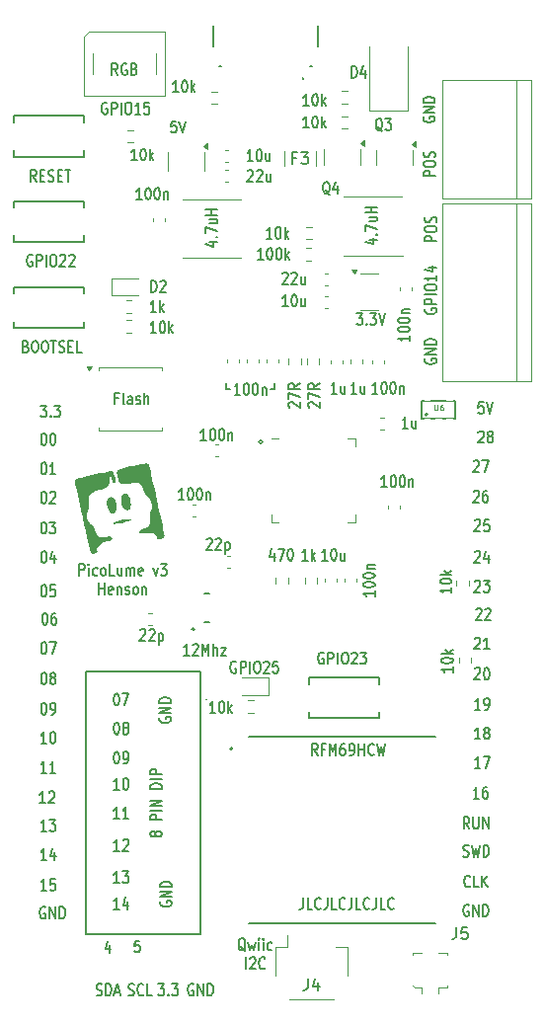
<source format=gto>
G04 #@! TF.GenerationSoftware,KiCad,Pcbnew,9.0.4-9.0.4-0~ubuntu22.04.1*
G04 #@! TF.CreationDate,2025-09-21T20:46:56-04:00*
G04 #@! TF.ProjectId,Pico_RF_V1,5069636f-5f52-4465-9f56-312e6b696361,rev?*
G04 #@! TF.SameCoordinates,Original*
G04 #@! TF.FileFunction,Legend,Top*
G04 #@! TF.FilePolarity,Positive*
%FSLAX46Y46*%
G04 Gerber Fmt 4.6, Leading zero omitted, Abs format (unit mm)*
G04 Created by KiCad (PCBNEW 9.0.4-9.0.4-0~ubuntu22.04.1) date 2025-09-21 20:46:56*
%MOMM*%
%LPD*%
G01*
G04 APERTURE LIST*
%ADD10C,0.152400*%
%ADD11C,0.150000*%
%ADD12C,0.100000*%
%ADD13C,0.120000*%
%ADD14C,0.200000*%
%ADD15C,0.000000*%
%ADD16C,0.203200*%
G04 APERTURE END LIST*
D10*
X120500000Y-96800000D02*
X120100000Y-96800000D01*
X120100000Y-96800000D02*
X120100000Y-96300000D01*
X124300000Y-96800000D02*
X124300000Y-96300000D01*
X123900000Y-96800000D02*
X124300000Y-96800000D01*
X123241421Y-101300000D02*
G75*
G02*
X122958579Y-101300000I-141421J0D01*
G01*
X122958579Y-101300000D02*
G75*
G02*
X123241421Y-101300000I141421J0D01*
G01*
X103833243Y-78969694D02*
X103562310Y-78493503D01*
X103368786Y-78969694D02*
X103368786Y-77969694D01*
X103368786Y-77969694D02*
X103678424Y-77969694D01*
X103678424Y-77969694D02*
X103755834Y-78017313D01*
X103755834Y-78017313D02*
X103794539Y-78064932D01*
X103794539Y-78064932D02*
X103833243Y-78160170D01*
X103833243Y-78160170D02*
X103833243Y-78303027D01*
X103833243Y-78303027D02*
X103794539Y-78398265D01*
X103794539Y-78398265D02*
X103755834Y-78445884D01*
X103755834Y-78445884D02*
X103678424Y-78493503D01*
X103678424Y-78493503D02*
X103368786Y-78493503D01*
X104181586Y-78445884D02*
X104452520Y-78445884D01*
X104568634Y-78969694D02*
X104181586Y-78969694D01*
X104181586Y-78969694D02*
X104181586Y-77969694D01*
X104181586Y-77969694D02*
X104568634Y-77969694D01*
X104878272Y-78922075D02*
X104994386Y-78969694D01*
X104994386Y-78969694D02*
X105187910Y-78969694D01*
X105187910Y-78969694D02*
X105265319Y-78922075D01*
X105265319Y-78922075D02*
X105304024Y-78874455D01*
X105304024Y-78874455D02*
X105342729Y-78779217D01*
X105342729Y-78779217D02*
X105342729Y-78683979D01*
X105342729Y-78683979D02*
X105304024Y-78588741D01*
X105304024Y-78588741D02*
X105265319Y-78541122D01*
X105265319Y-78541122D02*
X105187910Y-78493503D01*
X105187910Y-78493503D02*
X105033091Y-78445884D01*
X105033091Y-78445884D02*
X104955681Y-78398265D01*
X104955681Y-78398265D02*
X104916976Y-78350646D01*
X104916976Y-78350646D02*
X104878272Y-78255408D01*
X104878272Y-78255408D02*
X104878272Y-78160170D01*
X104878272Y-78160170D02*
X104916976Y-78064932D01*
X104916976Y-78064932D02*
X104955681Y-78017313D01*
X104955681Y-78017313D02*
X105033091Y-77969694D01*
X105033091Y-77969694D02*
X105226614Y-77969694D01*
X105226614Y-77969694D02*
X105342729Y-78017313D01*
X105691071Y-78445884D02*
X105962005Y-78445884D01*
X106078119Y-78969694D02*
X105691071Y-78969694D01*
X105691071Y-78969694D02*
X105691071Y-77969694D01*
X105691071Y-77969694D02*
X106078119Y-77969694D01*
X106310347Y-77969694D02*
X106774804Y-77969694D01*
X106542576Y-78969694D02*
X106542576Y-77969694D01*
X131319539Y-97169694D02*
X130855082Y-97169694D01*
X131087310Y-97169694D02*
X131087310Y-96169694D01*
X131087310Y-96169694D02*
X131009901Y-96312551D01*
X131009901Y-96312551D02*
X130932491Y-96407789D01*
X130932491Y-96407789D02*
X130855082Y-96455408D01*
X132016224Y-96503027D02*
X132016224Y-97169694D01*
X131667881Y-96503027D02*
X131667881Y-97026836D01*
X131667881Y-97026836D02*
X131706586Y-97122075D01*
X131706586Y-97122075D02*
X131783996Y-97169694D01*
X131783996Y-97169694D02*
X131900110Y-97169694D01*
X131900110Y-97169694D02*
X131977519Y-97122075D01*
X131977519Y-97122075D02*
X132016224Y-97074455D01*
X126726015Y-140369694D02*
X126726015Y-141083979D01*
X126726015Y-141083979D02*
X126687310Y-141226836D01*
X126687310Y-141226836D02*
X126609901Y-141322075D01*
X126609901Y-141322075D02*
X126493786Y-141369694D01*
X126493786Y-141369694D02*
X126416377Y-141369694D01*
X127500110Y-141369694D02*
X127113062Y-141369694D01*
X127113062Y-141369694D02*
X127113062Y-140369694D01*
X128235500Y-141274455D02*
X128196796Y-141322075D01*
X128196796Y-141322075D02*
X128080681Y-141369694D01*
X128080681Y-141369694D02*
X128003272Y-141369694D01*
X128003272Y-141369694D02*
X127887158Y-141322075D01*
X127887158Y-141322075D02*
X127809748Y-141226836D01*
X127809748Y-141226836D02*
X127771043Y-141131598D01*
X127771043Y-141131598D02*
X127732339Y-140941122D01*
X127732339Y-140941122D02*
X127732339Y-140798265D01*
X127732339Y-140798265D02*
X127771043Y-140607789D01*
X127771043Y-140607789D02*
X127809748Y-140512551D01*
X127809748Y-140512551D02*
X127887158Y-140417313D01*
X127887158Y-140417313D02*
X128003272Y-140369694D01*
X128003272Y-140369694D02*
X128080681Y-140369694D01*
X128080681Y-140369694D02*
X128196796Y-140417313D01*
X128196796Y-140417313D02*
X128235500Y-140464932D01*
X128816072Y-140369694D02*
X128816072Y-141083979D01*
X128816072Y-141083979D02*
X128777367Y-141226836D01*
X128777367Y-141226836D02*
X128699958Y-141322075D01*
X128699958Y-141322075D02*
X128583843Y-141369694D01*
X128583843Y-141369694D02*
X128506434Y-141369694D01*
X129590167Y-141369694D02*
X129203119Y-141369694D01*
X129203119Y-141369694D02*
X129203119Y-140369694D01*
X130325557Y-141274455D02*
X130286853Y-141322075D01*
X130286853Y-141322075D02*
X130170738Y-141369694D01*
X130170738Y-141369694D02*
X130093329Y-141369694D01*
X130093329Y-141369694D02*
X129977215Y-141322075D01*
X129977215Y-141322075D02*
X129899805Y-141226836D01*
X129899805Y-141226836D02*
X129861100Y-141131598D01*
X129861100Y-141131598D02*
X129822396Y-140941122D01*
X129822396Y-140941122D02*
X129822396Y-140798265D01*
X129822396Y-140798265D02*
X129861100Y-140607789D01*
X129861100Y-140607789D02*
X129899805Y-140512551D01*
X129899805Y-140512551D02*
X129977215Y-140417313D01*
X129977215Y-140417313D02*
X130093329Y-140369694D01*
X130093329Y-140369694D02*
X130170738Y-140369694D01*
X130170738Y-140369694D02*
X130286853Y-140417313D01*
X130286853Y-140417313D02*
X130325557Y-140464932D01*
X130906129Y-140369694D02*
X130906129Y-141083979D01*
X130906129Y-141083979D02*
X130867424Y-141226836D01*
X130867424Y-141226836D02*
X130790015Y-141322075D01*
X130790015Y-141322075D02*
X130673900Y-141369694D01*
X130673900Y-141369694D02*
X130596491Y-141369694D01*
X131680224Y-141369694D02*
X131293176Y-141369694D01*
X131293176Y-141369694D02*
X131293176Y-140369694D01*
X132415614Y-141274455D02*
X132376910Y-141322075D01*
X132376910Y-141322075D02*
X132260795Y-141369694D01*
X132260795Y-141369694D02*
X132183386Y-141369694D01*
X132183386Y-141369694D02*
X132067272Y-141322075D01*
X132067272Y-141322075D02*
X131989862Y-141226836D01*
X131989862Y-141226836D02*
X131951157Y-141131598D01*
X131951157Y-141131598D02*
X131912453Y-140941122D01*
X131912453Y-140941122D02*
X131912453Y-140798265D01*
X131912453Y-140798265D02*
X131951157Y-140607789D01*
X131951157Y-140607789D02*
X131989862Y-140512551D01*
X131989862Y-140512551D02*
X132067272Y-140417313D01*
X132067272Y-140417313D02*
X132183386Y-140369694D01*
X132183386Y-140369694D02*
X132260795Y-140369694D01*
X132260795Y-140369694D02*
X132376910Y-140417313D01*
X132376910Y-140417313D02*
X132415614Y-140464932D01*
X132996186Y-140369694D02*
X132996186Y-141083979D01*
X132996186Y-141083979D02*
X132957481Y-141226836D01*
X132957481Y-141226836D02*
X132880072Y-141322075D01*
X132880072Y-141322075D02*
X132763957Y-141369694D01*
X132763957Y-141369694D02*
X132686548Y-141369694D01*
X133770281Y-141369694D02*
X133383233Y-141369694D01*
X133383233Y-141369694D02*
X133383233Y-140369694D01*
X134505671Y-141274455D02*
X134466967Y-141322075D01*
X134466967Y-141322075D02*
X134350852Y-141369694D01*
X134350852Y-141369694D02*
X134273443Y-141369694D01*
X134273443Y-141369694D02*
X134157329Y-141322075D01*
X134157329Y-141322075D02*
X134079919Y-141226836D01*
X134079919Y-141226836D02*
X134041214Y-141131598D01*
X134041214Y-141131598D02*
X134002510Y-140941122D01*
X134002510Y-140941122D02*
X134002510Y-140798265D01*
X134002510Y-140798265D02*
X134041214Y-140607789D01*
X134041214Y-140607789D02*
X134079919Y-140512551D01*
X134079919Y-140512551D02*
X134157329Y-140417313D01*
X134157329Y-140417313D02*
X134273443Y-140369694D01*
X134273443Y-140369694D02*
X134350852Y-140369694D01*
X134350852Y-140369694D02*
X134466967Y-140417313D01*
X134466967Y-140417313D02*
X134505671Y-140464932D01*
X129619539Y-97169694D02*
X129155082Y-97169694D01*
X129387310Y-97169694D02*
X129387310Y-96169694D01*
X129387310Y-96169694D02*
X129309901Y-96312551D01*
X129309901Y-96312551D02*
X129232491Y-96407789D01*
X129232491Y-96407789D02*
X129155082Y-96455408D01*
X130316224Y-96503027D02*
X130316224Y-97169694D01*
X129967881Y-96503027D02*
X129967881Y-97026836D01*
X129967881Y-97026836D02*
X130006586Y-97122075D01*
X130006586Y-97122075D02*
X130083996Y-97169694D01*
X130083996Y-97169694D02*
X130200110Y-97169694D01*
X130200110Y-97169694D02*
X130277519Y-97122075D01*
X130277519Y-97122075D02*
X130316224Y-97074455D01*
X114048265Y-134978685D02*
X114000646Y-135056095D01*
X114000646Y-135056095D02*
X113953027Y-135094800D01*
X113953027Y-135094800D02*
X113857789Y-135133504D01*
X113857789Y-135133504D02*
X113810170Y-135133504D01*
X113810170Y-135133504D02*
X113714932Y-135094800D01*
X113714932Y-135094800D02*
X113667313Y-135056095D01*
X113667313Y-135056095D02*
X113619694Y-134978685D01*
X113619694Y-134978685D02*
X113619694Y-134823866D01*
X113619694Y-134823866D02*
X113667313Y-134746457D01*
X113667313Y-134746457D02*
X113714932Y-134707752D01*
X113714932Y-134707752D02*
X113810170Y-134669047D01*
X113810170Y-134669047D02*
X113857789Y-134669047D01*
X113857789Y-134669047D02*
X113953027Y-134707752D01*
X113953027Y-134707752D02*
X114000646Y-134746457D01*
X114000646Y-134746457D02*
X114048265Y-134823866D01*
X114048265Y-134823866D02*
X114048265Y-134978685D01*
X114048265Y-134978685D02*
X114095884Y-135056095D01*
X114095884Y-135056095D02*
X114143503Y-135094800D01*
X114143503Y-135094800D02*
X114238741Y-135133504D01*
X114238741Y-135133504D02*
X114429217Y-135133504D01*
X114429217Y-135133504D02*
X114524455Y-135094800D01*
X114524455Y-135094800D02*
X114572075Y-135056095D01*
X114572075Y-135056095D02*
X114619694Y-134978685D01*
X114619694Y-134978685D02*
X114619694Y-134823866D01*
X114619694Y-134823866D02*
X114572075Y-134746457D01*
X114572075Y-134746457D02*
X114524455Y-134707752D01*
X114524455Y-134707752D02*
X114429217Y-134669047D01*
X114429217Y-134669047D02*
X114238741Y-134669047D01*
X114238741Y-134669047D02*
X114143503Y-134707752D01*
X114143503Y-134707752D02*
X114095884Y-134746457D01*
X114095884Y-134746457D02*
X114048265Y-134823866D01*
X114619694Y-133701429D02*
X113619694Y-133701429D01*
X113619694Y-133701429D02*
X113619694Y-133391791D01*
X113619694Y-133391791D02*
X113667313Y-133314381D01*
X113667313Y-133314381D02*
X113714932Y-133275676D01*
X113714932Y-133275676D02*
X113810170Y-133236972D01*
X113810170Y-133236972D02*
X113953027Y-133236972D01*
X113953027Y-133236972D02*
X114048265Y-133275676D01*
X114048265Y-133275676D02*
X114095884Y-133314381D01*
X114095884Y-133314381D02*
X114143503Y-133391791D01*
X114143503Y-133391791D02*
X114143503Y-133701429D01*
X114619694Y-132888629D02*
X113619694Y-132888629D01*
X114619694Y-132501581D02*
X113619694Y-132501581D01*
X113619694Y-132501581D02*
X114619694Y-132037124D01*
X114619694Y-132037124D02*
X113619694Y-132037124D01*
X114619694Y-131030800D02*
X113619694Y-131030800D01*
X113619694Y-131030800D02*
X113619694Y-130837276D01*
X113619694Y-130837276D02*
X113667313Y-130721162D01*
X113667313Y-130721162D02*
X113762551Y-130643752D01*
X113762551Y-130643752D02*
X113857789Y-130605047D01*
X113857789Y-130605047D02*
X114048265Y-130566343D01*
X114048265Y-130566343D02*
X114191122Y-130566343D01*
X114191122Y-130566343D02*
X114381598Y-130605047D01*
X114381598Y-130605047D02*
X114476836Y-130643752D01*
X114476836Y-130643752D02*
X114572075Y-130721162D01*
X114572075Y-130721162D02*
X114619694Y-130837276D01*
X114619694Y-130837276D02*
X114619694Y-131030800D01*
X114619694Y-130218000D02*
X113619694Y-130218000D01*
X114619694Y-129830952D02*
X113619694Y-129830952D01*
X113619694Y-129830952D02*
X113619694Y-129521314D01*
X113619694Y-129521314D02*
X113667313Y-129443904D01*
X113667313Y-129443904D02*
X113714932Y-129405199D01*
X113714932Y-129405199D02*
X113810170Y-129366495D01*
X113810170Y-129366495D02*
X113953027Y-129366495D01*
X113953027Y-129366495D02*
X114048265Y-129405199D01*
X114048265Y-129405199D02*
X114095884Y-129443904D01*
X114095884Y-129443904D02*
X114143503Y-129521314D01*
X114143503Y-129521314D02*
X114143503Y-129830952D01*
X137217313Y-89880460D02*
X137169694Y-89957870D01*
X137169694Y-89957870D02*
X137169694Y-90073984D01*
X137169694Y-90073984D02*
X137217313Y-90190098D01*
X137217313Y-90190098D02*
X137312551Y-90267508D01*
X137312551Y-90267508D02*
X137407789Y-90306213D01*
X137407789Y-90306213D02*
X137598265Y-90344917D01*
X137598265Y-90344917D02*
X137741122Y-90344917D01*
X137741122Y-90344917D02*
X137931598Y-90306213D01*
X137931598Y-90306213D02*
X138026836Y-90267508D01*
X138026836Y-90267508D02*
X138122075Y-90190098D01*
X138122075Y-90190098D02*
X138169694Y-90073984D01*
X138169694Y-90073984D02*
X138169694Y-89996575D01*
X138169694Y-89996575D02*
X138122075Y-89880460D01*
X138122075Y-89880460D02*
X138074455Y-89841756D01*
X138074455Y-89841756D02*
X137741122Y-89841756D01*
X137741122Y-89841756D02*
X137741122Y-89996575D01*
X138169694Y-89493413D02*
X137169694Y-89493413D01*
X137169694Y-89493413D02*
X137169694Y-89183775D01*
X137169694Y-89183775D02*
X137217313Y-89106365D01*
X137217313Y-89106365D02*
X137264932Y-89067660D01*
X137264932Y-89067660D02*
X137360170Y-89028956D01*
X137360170Y-89028956D02*
X137503027Y-89028956D01*
X137503027Y-89028956D02*
X137598265Y-89067660D01*
X137598265Y-89067660D02*
X137645884Y-89106365D01*
X137645884Y-89106365D02*
X137693503Y-89183775D01*
X137693503Y-89183775D02*
X137693503Y-89493413D01*
X138169694Y-88680613D02*
X137169694Y-88680613D01*
X137169694Y-88138746D02*
X137169694Y-87983927D01*
X137169694Y-87983927D02*
X137217313Y-87906517D01*
X137217313Y-87906517D02*
X137312551Y-87829108D01*
X137312551Y-87829108D02*
X137503027Y-87790403D01*
X137503027Y-87790403D02*
X137836360Y-87790403D01*
X137836360Y-87790403D02*
X138026836Y-87829108D01*
X138026836Y-87829108D02*
X138122075Y-87906517D01*
X138122075Y-87906517D02*
X138169694Y-87983927D01*
X138169694Y-87983927D02*
X138169694Y-88138746D01*
X138169694Y-88138746D02*
X138122075Y-88216155D01*
X138122075Y-88216155D02*
X138026836Y-88293565D01*
X138026836Y-88293565D02*
X137836360Y-88332269D01*
X137836360Y-88332269D02*
X137503027Y-88332269D01*
X137503027Y-88332269D02*
X137312551Y-88293565D01*
X137312551Y-88293565D02*
X137217313Y-88216155D01*
X137217313Y-88216155D02*
X137169694Y-88138746D01*
X138169694Y-87016307D02*
X138169694Y-87480764D01*
X138169694Y-87248536D02*
X137169694Y-87248536D01*
X137169694Y-87248536D02*
X137312551Y-87325945D01*
X137312551Y-87325945D02*
X137407789Y-87403355D01*
X137407789Y-87403355D02*
X137455408Y-87480764D01*
X137503027Y-86319622D02*
X138169694Y-86319622D01*
X137122075Y-86513146D02*
X137836360Y-86706669D01*
X137836360Y-86706669D02*
X137836360Y-86203508D01*
X121773494Y-144979988D02*
X121696084Y-144932369D01*
X121696084Y-144932369D02*
X121618675Y-144837131D01*
X121618675Y-144837131D02*
X121502561Y-144694273D01*
X121502561Y-144694273D02*
X121425151Y-144646654D01*
X121425151Y-144646654D02*
X121347742Y-144646654D01*
X121386446Y-144884750D02*
X121309037Y-144837131D01*
X121309037Y-144837131D02*
X121231627Y-144741892D01*
X121231627Y-144741892D02*
X121192923Y-144551416D01*
X121192923Y-144551416D02*
X121192923Y-144218083D01*
X121192923Y-144218083D02*
X121231627Y-144027607D01*
X121231627Y-144027607D02*
X121309037Y-143932369D01*
X121309037Y-143932369D02*
X121386446Y-143884750D01*
X121386446Y-143884750D02*
X121541265Y-143884750D01*
X121541265Y-143884750D02*
X121618675Y-143932369D01*
X121618675Y-143932369D02*
X121696084Y-144027607D01*
X121696084Y-144027607D02*
X121734789Y-144218083D01*
X121734789Y-144218083D02*
X121734789Y-144551416D01*
X121734789Y-144551416D02*
X121696084Y-144741892D01*
X121696084Y-144741892D02*
X121618675Y-144837131D01*
X121618675Y-144837131D02*
X121541265Y-144884750D01*
X121541265Y-144884750D02*
X121386446Y-144884750D01*
X122005723Y-144218083D02*
X122160542Y-144884750D01*
X122160542Y-144884750D02*
X122315361Y-144408559D01*
X122315361Y-144408559D02*
X122470180Y-144884750D01*
X122470180Y-144884750D02*
X122624999Y-144218083D01*
X122934637Y-144884750D02*
X122934637Y-144218083D01*
X122934637Y-143884750D02*
X122895933Y-143932369D01*
X122895933Y-143932369D02*
X122934637Y-143979988D01*
X122934637Y-143979988D02*
X122973342Y-143932369D01*
X122973342Y-143932369D02*
X122934637Y-143884750D01*
X122934637Y-143884750D02*
X122934637Y-143979988D01*
X123321685Y-144884750D02*
X123321685Y-144218083D01*
X123321685Y-143884750D02*
X123282981Y-143932369D01*
X123282981Y-143932369D02*
X123321685Y-143979988D01*
X123321685Y-143979988D02*
X123360390Y-143932369D01*
X123360390Y-143932369D02*
X123321685Y-143884750D01*
X123321685Y-143884750D02*
X123321685Y-143979988D01*
X124057076Y-144837131D02*
X123979667Y-144884750D01*
X123979667Y-144884750D02*
X123824848Y-144884750D01*
X123824848Y-144884750D02*
X123747438Y-144837131D01*
X123747438Y-144837131D02*
X123708733Y-144789511D01*
X123708733Y-144789511D02*
X123670029Y-144694273D01*
X123670029Y-144694273D02*
X123670029Y-144408559D01*
X123670029Y-144408559D02*
X123708733Y-144313321D01*
X123708733Y-144313321D02*
X123747438Y-144265702D01*
X123747438Y-144265702D02*
X123824848Y-144218083D01*
X123824848Y-144218083D02*
X123979667Y-144218083D01*
X123979667Y-144218083D02*
X124057076Y-144265702D01*
X121831552Y-146494694D02*
X121831552Y-145494694D01*
X122179896Y-145589932D02*
X122218600Y-145542313D01*
X122218600Y-145542313D02*
X122296010Y-145494694D01*
X122296010Y-145494694D02*
X122489534Y-145494694D01*
X122489534Y-145494694D02*
X122566943Y-145542313D01*
X122566943Y-145542313D02*
X122605648Y-145589932D01*
X122605648Y-145589932D02*
X122644353Y-145685170D01*
X122644353Y-145685170D02*
X122644353Y-145780408D01*
X122644353Y-145780408D02*
X122605648Y-145923265D01*
X122605648Y-145923265D02*
X122141191Y-146494694D01*
X122141191Y-146494694D02*
X122644353Y-146494694D01*
X123457152Y-146399455D02*
X123418448Y-146447075D01*
X123418448Y-146447075D02*
X123302333Y-146494694D01*
X123302333Y-146494694D02*
X123224924Y-146494694D01*
X123224924Y-146494694D02*
X123108810Y-146447075D01*
X123108810Y-146447075D02*
X123031400Y-146351836D01*
X123031400Y-146351836D02*
X122992695Y-146256598D01*
X122992695Y-146256598D02*
X122953991Y-146066122D01*
X122953991Y-146066122D02*
X122953991Y-145923265D01*
X122953991Y-145923265D02*
X122992695Y-145732789D01*
X122992695Y-145732789D02*
X123031400Y-145637551D01*
X123031400Y-145637551D02*
X123108810Y-145542313D01*
X123108810Y-145542313D02*
X123224924Y-145494694D01*
X123224924Y-145494694D02*
X123302333Y-145494694D01*
X123302333Y-145494694D02*
X123418448Y-145542313D01*
X123418448Y-145542313D02*
X123457152Y-145589932D01*
X141919539Y-126769694D02*
X141455082Y-126769694D01*
X141687310Y-126769694D02*
X141687310Y-125769694D01*
X141687310Y-125769694D02*
X141609901Y-125912551D01*
X141609901Y-125912551D02*
X141532491Y-126007789D01*
X141532491Y-126007789D02*
X141455082Y-126055408D01*
X142383996Y-126198265D02*
X142306586Y-126150646D01*
X142306586Y-126150646D02*
X142267881Y-126103027D01*
X142267881Y-126103027D02*
X142229177Y-126007789D01*
X142229177Y-126007789D02*
X142229177Y-125960170D01*
X142229177Y-125960170D02*
X142267881Y-125864932D01*
X142267881Y-125864932D02*
X142306586Y-125817313D01*
X142306586Y-125817313D02*
X142383996Y-125769694D01*
X142383996Y-125769694D02*
X142538815Y-125769694D01*
X142538815Y-125769694D02*
X142616224Y-125817313D01*
X142616224Y-125817313D02*
X142654929Y-125864932D01*
X142654929Y-125864932D02*
X142693634Y-125960170D01*
X142693634Y-125960170D02*
X142693634Y-126007789D01*
X142693634Y-126007789D02*
X142654929Y-126103027D01*
X142654929Y-126103027D02*
X142616224Y-126150646D01*
X142616224Y-126150646D02*
X142538815Y-126198265D01*
X142538815Y-126198265D02*
X142383996Y-126198265D01*
X142383996Y-126198265D02*
X142306586Y-126245884D01*
X142306586Y-126245884D02*
X142267881Y-126293503D01*
X142267881Y-126293503D02*
X142229177Y-126388741D01*
X142229177Y-126388741D02*
X142229177Y-126579217D01*
X142229177Y-126579217D02*
X142267881Y-126674455D01*
X142267881Y-126674455D02*
X142306586Y-126722075D01*
X142306586Y-126722075D02*
X142383996Y-126769694D01*
X142383996Y-126769694D02*
X142538815Y-126769694D01*
X142538815Y-126769694D02*
X142616224Y-126722075D01*
X142616224Y-126722075D02*
X142654929Y-126674455D01*
X142654929Y-126674455D02*
X142693634Y-126579217D01*
X142693634Y-126579217D02*
X142693634Y-126388741D01*
X142693634Y-126388741D02*
X142654929Y-126293503D01*
X142654929Y-126293503D02*
X142616224Y-126245884D01*
X142616224Y-126245884D02*
X142538815Y-126198265D01*
X121980082Y-78089932D02*
X122018786Y-78042313D01*
X122018786Y-78042313D02*
X122096196Y-77994694D01*
X122096196Y-77994694D02*
X122289720Y-77994694D01*
X122289720Y-77994694D02*
X122367129Y-78042313D01*
X122367129Y-78042313D02*
X122405834Y-78089932D01*
X122405834Y-78089932D02*
X122444539Y-78185170D01*
X122444539Y-78185170D02*
X122444539Y-78280408D01*
X122444539Y-78280408D02*
X122405834Y-78423265D01*
X122405834Y-78423265D02*
X121941377Y-78994694D01*
X121941377Y-78994694D02*
X122444539Y-78994694D01*
X122754177Y-78089932D02*
X122792881Y-78042313D01*
X122792881Y-78042313D02*
X122870291Y-77994694D01*
X122870291Y-77994694D02*
X123063815Y-77994694D01*
X123063815Y-77994694D02*
X123141224Y-78042313D01*
X123141224Y-78042313D02*
X123179929Y-78089932D01*
X123179929Y-78089932D02*
X123218634Y-78185170D01*
X123218634Y-78185170D02*
X123218634Y-78280408D01*
X123218634Y-78280408D02*
X123179929Y-78423265D01*
X123179929Y-78423265D02*
X122715472Y-78994694D01*
X122715472Y-78994694D02*
X123218634Y-78994694D01*
X123915319Y-78328027D02*
X123915319Y-78994694D01*
X123566976Y-78328027D02*
X123566976Y-78851836D01*
X123566976Y-78851836D02*
X123605681Y-78947075D01*
X123605681Y-78947075D02*
X123683091Y-78994694D01*
X123683091Y-78994694D02*
X123799205Y-78994694D01*
X123799205Y-78994694D02*
X123876614Y-78947075D01*
X123876614Y-78947075D02*
X123915319Y-78899455D01*
X122419539Y-77219694D02*
X121955082Y-77219694D01*
X122187310Y-77219694D02*
X122187310Y-76219694D01*
X122187310Y-76219694D02*
X122109901Y-76362551D01*
X122109901Y-76362551D02*
X122032491Y-76457789D01*
X122032491Y-76457789D02*
X121955082Y-76505408D01*
X122922700Y-76219694D02*
X123000110Y-76219694D01*
X123000110Y-76219694D02*
X123077519Y-76267313D01*
X123077519Y-76267313D02*
X123116224Y-76314932D01*
X123116224Y-76314932D02*
X123154929Y-76410170D01*
X123154929Y-76410170D02*
X123193634Y-76600646D01*
X123193634Y-76600646D02*
X123193634Y-76838741D01*
X123193634Y-76838741D02*
X123154929Y-77029217D01*
X123154929Y-77029217D02*
X123116224Y-77124455D01*
X123116224Y-77124455D02*
X123077519Y-77172075D01*
X123077519Y-77172075D02*
X123000110Y-77219694D01*
X123000110Y-77219694D02*
X122922700Y-77219694D01*
X122922700Y-77219694D02*
X122845291Y-77172075D01*
X122845291Y-77172075D02*
X122806586Y-77124455D01*
X122806586Y-77124455D02*
X122767881Y-77029217D01*
X122767881Y-77029217D02*
X122729177Y-76838741D01*
X122729177Y-76838741D02*
X122729177Y-76600646D01*
X122729177Y-76600646D02*
X122767881Y-76410170D01*
X122767881Y-76410170D02*
X122806586Y-76314932D01*
X122806586Y-76314932D02*
X122845291Y-76267313D01*
X122845291Y-76267313D02*
X122922700Y-76219694D01*
X123890319Y-76553027D02*
X123890319Y-77219694D01*
X123541976Y-76553027D02*
X123541976Y-77076836D01*
X123541976Y-77076836D02*
X123580681Y-77172075D01*
X123580681Y-77172075D02*
X123658091Y-77219694D01*
X123658091Y-77219694D02*
X123774205Y-77219694D01*
X123774205Y-77219694D02*
X123851614Y-77172075D01*
X123851614Y-77172075D02*
X123890319Y-77124455D01*
X141058243Y-139374455D02*
X141019539Y-139422075D01*
X141019539Y-139422075D02*
X140903424Y-139469694D01*
X140903424Y-139469694D02*
X140826015Y-139469694D01*
X140826015Y-139469694D02*
X140709901Y-139422075D01*
X140709901Y-139422075D02*
X140632491Y-139326836D01*
X140632491Y-139326836D02*
X140593786Y-139231598D01*
X140593786Y-139231598D02*
X140555082Y-139041122D01*
X140555082Y-139041122D02*
X140555082Y-138898265D01*
X140555082Y-138898265D02*
X140593786Y-138707789D01*
X140593786Y-138707789D02*
X140632491Y-138612551D01*
X140632491Y-138612551D02*
X140709901Y-138517313D01*
X140709901Y-138517313D02*
X140826015Y-138469694D01*
X140826015Y-138469694D02*
X140903424Y-138469694D01*
X140903424Y-138469694D02*
X141019539Y-138517313D01*
X141019539Y-138517313D02*
X141058243Y-138564932D01*
X141793634Y-139469694D02*
X141406586Y-139469694D01*
X141406586Y-139469694D02*
X141406586Y-138469694D01*
X142064567Y-139469694D02*
X142064567Y-138469694D01*
X142529024Y-139469694D02*
X142180682Y-138898265D01*
X142529024Y-138469694D02*
X142064567Y-139041122D01*
X116519539Y-106269694D02*
X116055082Y-106269694D01*
X116287310Y-106269694D02*
X116287310Y-105269694D01*
X116287310Y-105269694D02*
X116209901Y-105412551D01*
X116209901Y-105412551D02*
X116132491Y-105507789D01*
X116132491Y-105507789D02*
X116055082Y-105555408D01*
X117022700Y-105269694D02*
X117100110Y-105269694D01*
X117100110Y-105269694D02*
X117177519Y-105317313D01*
X117177519Y-105317313D02*
X117216224Y-105364932D01*
X117216224Y-105364932D02*
X117254929Y-105460170D01*
X117254929Y-105460170D02*
X117293634Y-105650646D01*
X117293634Y-105650646D02*
X117293634Y-105888741D01*
X117293634Y-105888741D02*
X117254929Y-106079217D01*
X117254929Y-106079217D02*
X117216224Y-106174455D01*
X117216224Y-106174455D02*
X117177519Y-106222075D01*
X117177519Y-106222075D02*
X117100110Y-106269694D01*
X117100110Y-106269694D02*
X117022700Y-106269694D01*
X117022700Y-106269694D02*
X116945291Y-106222075D01*
X116945291Y-106222075D02*
X116906586Y-106174455D01*
X116906586Y-106174455D02*
X116867881Y-106079217D01*
X116867881Y-106079217D02*
X116829177Y-105888741D01*
X116829177Y-105888741D02*
X116829177Y-105650646D01*
X116829177Y-105650646D02*
X116867881Y-105460170D01*
X116867881Y-105460170D02*
X116906586Y-105364932D01*
X116906586Y-105364932D02*
X116945291Y-105317313D01*
X116945291Y-105317313D02*
X117022700Y-105269694D01*
X117796795Y-105269694D02*
X117874205Y-105269694D01*
X117874205Y-105269694D02*
X117951614Y-105317313D01*
X117951614Y-105317313D02*
X117990319Y-105364932D01*
X117990319Y-105364932D02*
X118029024Y-105460170D01*
X118029024Y-105460170D02*
X118067729Y-105650646D01*
X118067729Y-105650646D02*
X118067729Y-105888741D01*
X118067729Y-105888741D02*
X118029024Y-106079217D01*
X118029024Y-106079217D02*
X117990319Y-106174455D01*
X117990319Y-106174455D02*
X117951614Y-106222075D01*
X117951614Y-106222075D02*
X117874205Y-106269694D01*
X117874205Y-106269694D02*
X117796795Y-106269694D01*
X117796795Y-106269694D02*
X117719386Y-106222075D01*
X117719386Y-106222075D02*
X117680681Y-106174455D01*
X117680681Y-106174455D02*
X117641976Y-106079217D01*
X117641976Y-106079217D02*
X117603272Y-105888741D01*
X117603272Y-105888741D02*
X117603272Y-105650646D01*
X117603272Y-105650646D02*
X117641976Y-105460170D01*
X117641976Y-105460170D02*
X117680681Y-105364932D01*
X117680681Y-105364932D02*
X117719386Y-105317313D01*
X117719386Y-105317313D02*
X117796795Y-105269694D01*
X118416071Y-105603027D02*
X118416071Y-106269694D01*
X118416071Y-105698265D02*
X118454776Y-105650646D01*
X118454776Y-105650646D02*
X118532186Y-105603027D01*
X118532186Y-105603027D02*
X118648300Y-105603027D01*
X118648300Y-105603027D02*
X118725709Y-105650646D01*
X118725709Y-105650646D02*
X118764414Y-105745884D01*
X118764414Y-105745884D02*
X118764414Y-106269694D01*
X125564932Y-98344917D02*
X125517313Y-98306213D01*
X125517313Y-98306213D02*
X125469694Y-98228803D01*
X125469694Y-98228803D02*
X125469694Y-98035279D01*
X125469694Y-98035279D02*
X125517313Y-97957870D01*
X125517313Y-97957870D02*
X125564932Y-97919165D01*
X125564932Y-97919165D02*
X125660170Y-97880460D01*
X125660170Y-97880460D02*
X125755408Y-97880460D01*
X125755408Y-97880460D02*
X125898265Y-97919165D01*
X125898265Y-97919165D02*
X126469694Y-98383622D01*
X126469694Y-98383622D02*
X126469694Y-97880460D01*
X125469694Y-97609527D02*
X125469694Y-97067661D01*
X125469694Y-97067661D02*
X126469694Y-97416003D01*
X126469694Y-96293566D02*
X125993503Y-96564499D01*
X126469694Y-96758023D02*
X125469694Y-96758023D01*
X125469694Y-96758023D02*
X125469694Y-96448385D01*
X125469694Y-96448385D02*
X125517313Y-96370975D01*
X125517313Y-96370975D02*
X125564932Y-96332270D01*
X125564932Y-96332270D02*
X125660170Y-96293566D01*
X125660170Y-96293566D02*
X125803027Y-96293566D01*
X125803027Y-96293566D02*
X125898265Y-96332270D01*
X125898265Y-96332270D02*
X125945884Y-96370975D01*
X125945884Y-96370975D02*
X125993503Y-96448385D01*
X125993503Y-96448385D02*
X125993503Y-96758023D01*
X141455082Y-113264932D02*
X141493786Y-113217313D01*
X141493786Y-113217313D02*
X141571196Y-113169694D01*
X141571196Y-113169694D02*
X141764720Y-113169694D01*
X141764720Y-113169694D02*
X141842129Y-113217313D01*
X141842129Y-113217313D02*
X141880834Y-113264932D01*
X141880834Y-113264932D02*
X141919539Y-113360170D01*
X141919539Y-113360170D02*
X141919539Y-113455408D01*
X141919539Y-113455408D02*
X141880834Y-113598265D01*
X141880834Y-113598265D02*
X141416377Y-114169694D01*
X141416377Y-114169694D02*
X141919539Y-114169694D01*
X142190472Y-113169694D02*
X142693634Y-113169694D01*
X142693634Y-113169694D02*
X142422700Y-113550646D01*
X142422700Y-113550646D02*
X142538815Y-113550646D01*
X142538815Y-113550646D02*
X142616224Y-113598265D01*
X142616224Y-113598265D02*
X142654929Y-113645884D01*
X142654929Y-113645884D02*
X142693634Y-113741122D01*
X142693634Y-113741122D02*
X142693634Y-113979217D01*
X142693634Y-113979217D02*
X142654929Y-114074455D01*
X142654929Y-114074455D02*
X142616224Y-114122075D01*
X142616224Y-114122075D02*
X142538815Y-114169694D01*
X142538815Y-114169694D02*
X142306586Y-114169694D01*
X142306586Y-114169694D02*
X142229177Y-114122075D01*
X142229177Y-114122075D02*
X142190472Y-114074455D01*
X104448605Y-121069694D02*
X104526015Y-121069694D01*
X104526015Y-121069694D02*
X104603424Y-121117313D01*
X104603424Y-121117313D02*
X104642129Y-121164932D01*
X104642129Y-121164932D02*
X104680834Y-121260170D01*
X104680834Y-121260170D02*
X104719539Y-121450646D01*
X104719539Y-121450646D02*
X104719539Y-121688741D01*
X104719539Y-121688741D02*
X104680834Y-121879217D01*
X104680834Y-121879217D02*
X104642129Y-121974455D01*
X104642129Y-121974455D02*
X104603424Y-122022075D01*
X104603424Y-122022075D02*
X104526015Y-122069694D01*
X104526015Y-122069694D02*
X104448605Y-122069694D01*
X104448605Y-122069694D02*
X104371196Y-122022075D01*
X104371196Y-122022075D02*
X104332491Y-121974455D01*
X104332491Y-121974455D02*
X104293786Y-121879217D01*
X104293786Y-121879217D02*
X104255082Y-121688741D01*
X104255082Y-121688741D02*
X104255082Y-121450646D01*
X104255082Y-121450646D02*
X104293786Y-121260170D01*
X104293786Y-121260170D02*
X104332491Y-121164932D01*
X104332491Y-121164932D02*
X104371196Y-121117313D01*
X104371196Y-121117313D02*
X104448605Y-121069694D01*
X105183996Y-121498265D02*
X105106586Y-121450646D01*
X105106586Y-121450646D02*
X105067881Y-121403027D01*
X105067881Y-121403027D02*
X105029177Y-121307789D01*
X105029177Y-121307789D02*
X105029177Y-121260170D01*
X105029177Y-121260170D02*
X105067881Y-121164932D01*
X105067881Y-121164932D02*
X105106586Y-121117313D01*
X105106586Y-121117313D02*
X105183996Y-121069694D01*
X105183996Y-121069694D02*
X105338815Y-121069694D01*
X105338815Y-121069694D02*
X105416224Y-121117313D01*
X105416224Y-121117313D02*
X105454929Y-121164932D01*
X105454929Y-121164932D02*
X105493634Y-121260170D01*
X105493634Y-121260170D02*
X105493634Y-121307789D01*
X105493634Y-121307789D02*
X105454929Y-121403027D01*
X105454929Y-121403027D02*
X105416224Y-121450646D01*
X105416224Y-121450646D02*
X105338815Y-121498265D01*
X105338815Y-121498265D02*
X105183996Y-121498265D01*
X105183996Y-121498265D02*
X105106586Y-121545884D01*
X105106586Y-121545884D02*
X105067881Y-121593503D01*
X105067881Y-121593503D02*
X105029177Y-121688741D01*
X105029177Y-121688741D02*
X105029177Y-121879217D01*
X105029177Y-121879217D02*
X105067881Y-121974455D01*
X105067881Y-121974455D02*
X105106586Y-122022075D01*
X105106586Y-122022075D02*
X105183996Y-122069694D01*
X105183996Y-122069694D02*
X105338815Y-122069694D01*
X105338815Y-122069694D02*
X105416224Y-122022075D01*
X105416224Y-122022075D02*
X105454929Y-121974455D01*
X105454929Y-121974455D02*
X105493634Y-121879217D01*
X105493634Y-121879217D02*
X105493634Y-121688741D01*
X105493634Y-121688741D02*
X105454929Y-121593503D01*
X105454929Y-121593503D02*
X105416224Y-121545884D01*
X105416224Y-121545884D02*
X105338815Y-121498265D01*
X141819539Y-131869694D02*
X141355082Y-131869694D01*
X141587310Y-131869694D02*
X141587310Y-130869694D01*
X141587310Y-130869694D02*
X141509901Y-131012551D01*
X141509901Y-131012551D02*
X141432491Y-131107789D01*
X141432491Y-131107789D02*
X141355082Y-131155408D01*
X142516224Y-130869694D02*
X142361405Y-130869694D01*
X142361405Y-130869694D02*
X142283996Y-130917313D01*
X142283996Y-130917313D02*
X142245291Y-130964932D01*
X142245291Y-130964932D02*
X142167881Y-131107789D01*
X142167881Y-131107789D02*
X142129177Y-131298265D01*
X142129177Y-131298265D02*
X142129177Y-131679217D01*
X142129177Y-131679217D02*
X142167881Y-131774455D01*
X142167881Y-131774455D02*
X142206586Y-131822075D01*
X142206586Y-131822075D02*
X142283996Y-131869694D01*
X142283996Y-131869694D02*
X142438815Y-131869694D01*
X142438815Y-131869694D02*
X142516224Y-131822075D01*
X142516224Y-131822075D02*
X142554929Y-131774455D01*
X142554929Y-131774455D02*
X142593634Y-131679217D01*
X142593634Y-131679217D02*
X142593634Y-131441122D01*
X142593634Y-131441122D02*
X142554929Y-131345884D01*
X142554929Y-131345884D02*
X142516224Y-131298265D01*
X142516224Y-131298265D02*
X142438815Y-131250646D01*
X142438815Y-131250646D02*
X142283996Y-131250646D01*
X142283996Y-131250646D02*
X142206586Y-131298265D01*
X142206586Y-131298265D02*
X142167881Y-131345884D01*
X142167881Y-131345884D02*
X142129177Y-131441122D01*
X117319539Y-147817313D02*
X117242129Y-147769694D01*
X117242129Y-147769694D02*
X117126015Y-147769694D01*
X117126015Y-147769694D02*
X117009901Y-147817313D01*
X117009901Y-147817313D02*
X116932491Y-147912551D01*
X116932491Y-147912551D02*
X116893786Y-148007789D01*
X116893786Y-148007789D02*
X116855082Y-148198265D01*
X116855082Y-148198265D02*
X116855082Y-148341122D01*
X116855082Y-148341122D02*
X116893786Y-148531598D01*
X116893786Y-148531598D02*
X116932491Y-148626836D01*
X116932491Y-148626836D02*
X117009901Y-148722075D01*
X117009901Y-148722075D02*
X117126015Y-148769694D01*
X117126015Y-148769694D02*
X117203424Y-148769694D01*
X117203424Y-148769694D02*
X117319539Y-148722075D01*
X117319539Y-148722075D02*
X117358243Y-148674455D01*
X117358243Y-148674455D02*
X117358243Y-148341122D01*
X117358243Y-148341122D02*
X117203424Y-148341122D01*
X117706586Y-148769694D02*
X117706586Y-147769694D01*
X117706586Y-147769694D02*
X118171043Y-148769694D01*
X118171043Y-148769694D02*
X118171043Y-147769694D01*
X118558091Y-148769694D02*
X118558091Y-147769694D01*
X118558091Y-147769694D02*
X118751615Y-147769694D01*
X118751615Y-147769694D02*
X118867729Y-147817313D01*
X118867729Y-147817313D02*
X118945139Y-147912551D01*
X118945139Y-147912551D02*
X118983844Y-148007789D01*
X118983844Y-148007789D02*
X119022548Y-148198265D01*
X119022548Y-148198265D02*
X119022548Y-148341122D01*
X119022548Y-148341122D02*
X118983844Y-148531598D01*
X118983844Y-148531598D02*
X118945139Y-148626836D01*
X118945139Y-148626836D02*
X118867729Y-148722075D01*
X118867729Y-148722075D02*
X118751615Y-148769694D01*
X118751615Y-148769694D02*
X118558091Y-148769694D01*
X110698605Y-127869694D02*
X110776015Y-127869694D01*
X110776015Y-127869694D02*
X110853424Y-127917313D01*
X110853424Y-127917313D02*
X110892129Y-127964932D01*
X110892129Y-127964932D02*
X110930834Y-128060170D01*
X110930834Y-128060170D02*
X110969539Y-128250646D01*
X110969539Y-128250646D02*
X110969539Y-128488741D01*
X110969539Y-128488741D02*
X110930834Y-128679217D01*
X110930834Y-128679217D02*
X110892129Y-128774455D01*
X110892129Y-128774455D02*
X110853424Y-128822075D01*
X110853424Y-128822075D02*
X110776015Y-128869694D01*
X110776015Y-128869694D02*
X110698605Y-128869694D01*
X110698605Y-128869694D02*
X110621196Y-128822075D01*
X110621196Y-128822075D02*
X110582491Y-128774455D01*
X110582491Y-128774455D02*
X110543786Y-128679217D01*
X110543786Y-128679217D02*
X110505082Y-128488741D01*
X110505082Y-128488741D02*
X110505082Y-128250646D01*
X110505082Y-128250646D02*
X110543786Y-128060170D01*
X110543786Y-128060170D02*
X110582491Y-127964932D01*
X110582491Y-127964932D02*
X110621196Y-127917313D01*
X110621196Y-127917313D02*
X110698605Y-127869694D01*
X111356586Y-128869694D02*
X111511405Y-128869694D01*
X111511405Y-128869694D02*
X111588815Y-128822075D01*
X111588815Y-128822075D02*
X111627519Y-128774455D01*
X111627519Y-128774455D02*
X111704929Y-128631598D01*
X111704929Y-128631598D02*
X111743634Y-128441122D01*
X111743634Y-128441122D02*
X111743634Y-128060170D01*
X111743634Y-128060170D02*
X111704929Y-127964932D01*
X111704929Y-127964932D02*
X111666224Y-127917313D01*
X111666224Y-127917313D02*
X111588815Y-127869694D01*
X111588815Y-127869694D02*
X111433996Y-127869694D01*
X111433996Y-127869694D02*
X111356586Y-127917313D01*
X111356586Y-127917313D02*
X111317881Y-127964932D01*
X111317881Y-127964932D02*
X111279177Y-128060170D01*
X111279177Y-128060170D02*
X111279177Y-128298265D01*
X111279177Y-128298265D02*
X111317881Y-128393503D01*
X111317881Y-128393503D02*
X111356586Y-128441122D01*
X111356586Y-128441122D02*
X111433996Y-128488741D01*
X111433996Y-128488741D02*
X111588815Y-128488741D01*
X111588815Y-128488741D02*
X111666224Y-128441122D01*
X111666224Y-128441122D02*
X111704929Y-128393503D01*
X111704929Y-128393503D02*
X111743634Y-128298265D01*
X141919539Y-129269694D02*
X141455082Y-129269694D01*
X141687310Y-129269694D02*
X141687310Y-128269694D01*
X141687310Y-128269694D02*
X141609901Y-128412551D01*
X141609901Y-128412551D02*
X141532491Y-128507789D01*
X141532491Y-128507789D02*
X141455082Y-128555408D01*
X142190472Y-128269694D02*
X142732338Y-128269694D01*
X142732338Y-128269694D02*
X142383996Y-129269694D01*
X116969539Y-119619694D02*
X116505082Y-119619694D01*
X116737310Y-119619694D02*
X116737310Y-118619694D01*
X116737310Y-118619694D02*
X116659901Y-118762551D01*
X116659901Y-118762551D02*
X116582491Y-118857789D01*
X116582491Y-118857789D02*
X116505082Y-118905408D01*
X117279177Y-118714932D02*
X117317881Y-118667313D01*
X117317881Y-118667313D02*
X117395291Y-118619694D01*
X117395291Y-118619694D02*
X117588815Y-118619694D01*
X117588815Y-118619694D02*
X117666224Y-118667313D01*
X117666224Y-118667313D02*
X117704929Y-118714932D01*
X117704929Y-118714932D02*
X117743634Y-118810170D01*
X117743634Y-118810170D02*
X117743634Y-118905408D01*
X117743634Y-118905408D02*
X117704929Y-119048265D01*
X117704929Y-119048265D02*
X117240472Y-119619694D01*
X117240472Y-119619694D02*
X117743634Y-119619694D01*
X118091976Y-119619694D02*
X118091976Y-118619694D01*
X118091976Y-118619694D02*
X118362910Y-119333979D01*
X118362910Y-119333979D02*
X118633843Y-118619694D01*
X118633843Y-118619694D02*
X118633843Y-119619694D01*
X119020890Y-119619694D02*
X119020890Y-118619694D01*
X119369233Y-119619694D02*
X119369233Y-119095884D01*
X119369233Y-119095884D02*
X119330528Y-119000646D01*
X119330528Y-119000646D02*
X119253119Y-118953027D01*
X119253119Y-118953027D02*
X119137005Y-118953027D01*
X119137005Y-118953027D02*
X119059595Y-119000646D01*
X119059595Y-119000646D02*
X119020890Y-119048265D01*
X119678871Y-118953027D02*
X120104623Y-118953027D01*
X120104623Y-118953027D02*
X119678871Y-119619694D01*
X119678871Y-119619694D02*
X120104623Y-119619694D01*
X133535653Y-74664932D02*
X133458243Y-74617313D01*
X133458243Y-74617313D02*
X133380834Y-74522075D01*
X133380834Y-74522075D02*
X133264720Y-74379217D01*
X133264720Y-74379217D02*
X133187310Y-74331598D01*
X133187310Y-74331598D02*
X133109901Y-74331598D01*
X133148605Y-74569694D02*
X133071196Y-74522075D01*
X133071196Y-74522075D02*
X132993786Y-74426836D01*
X132993786Y-74426836D02*
X132955082Y-74236360D01*
X132955082Y-74236360D02*
X132955082Y-73903027D01*
X132955082Y-73903027D02*
X132993786Y-73712551D01*
X132993786Y-73712551D02*
X133071196Y-73617313D01*
X133071196Y-73617313D02*
X133148605Y-73569694D01*
X133148605Y-73569694D02*
X133303424Y-73569694D01*
X133303424Y-73569694D02*
X133380834Y-73617313D01*
X133380834Y-73617313D02*
X133458243Y-73712551D01*
X133458243Y-73712551D02*
X133496948Y-73903027D01*
X133496948Y-73903027D02*
X133496948Y-74236360D01*
X133496948Y-74236360D02*
X133458243Y-74426836D01*
X133458243Y-74426836D02*
X133380834Y-74522075D01*
X133380834Y-74522075D02*
X133303424Y-74569694D01*
X133303424Y-74569694D02*
X133148605Y-74569694D01*
X133767882Y-73569694D02*
X134271044Y-73569694D01*
X134271044Y-73569694D02*
X134000110Y-73950646D01*
X134000110Y-73950646D02*
X134116225Y-73950646D01*
X134116225Y-73950646D02*
X134193634Y-73998265D01*
X134193634Y-73998265D02*
X134232339Y-74045884D01*
X134232339Y-74045884D02*
X134271044Y-74141122D01*
X134271044Y-74141122D02*
X134271044Y-74379217D01*
X134271044Y-74379217D02*
X134232339Y-74474455D01*
X134232339Y-74474455D02*
X134193634Y-74522075D01*
X134193634Y-74522075D02*
X134116225Y-74569694D01*
X134116225Y-74569694D02*
X133883996Y-74569694D01*
X133883996Y-74569694D02*
X133806587Y-74522075D01*
X133806587Y-74522075D02*
X133767882Y-74474455D01*
X131316377Y-90269694D02*
X131819539Y-90269694D01*
X131819539Y-90269694D02*
X131548605Y-90650646D01*
X131548605Y-90650646D02*
X131664720Y-90650646D01*
X131664720Y-90650646D02*
X131742129Y-90698265D01*
X131742129Y-90698265D02*
X131780834Y-90745884D01*
X131780834Y-90745884D02*
X131819539Y-90841122D01*
X131819539Y-90841122D02*
X131819539Y-91079217D01*
X131819539Y-91079217D02*
X131780834Y-91174455D01*
X131780834Y-91174455D02*
X131742129Y-91222075D01*
X131742129Y-91222075D02*
X131664720Y-91269694D01*
X131664720Y-91269694D02*
X131432491Y-91269694D01*
X131432491Y-91269694D02*
X131355082Y-91222075D01*
X131355082Y-91222075D02*
X131316377Y-91174455D01*
X132167881Y-91174455D02*
X132206586Y-91222075D01*
X132206586Y-91222075D02*
X132167881Y-91269694D01*
X132167881Y-91269694D02*
X132129177Y-91222075D01*
X132129177Y-91222075D02*
X132167881Y-91174455D01*
X132167881Y-91174455D02*
X132167881Y-91269694D01*
X132477520Y-90269694D02*
X132980682Y-90269694D01*
X132980682Y-90269694D02*
X132709748Y-90650646D01*
X132709748Y-90650646D02*
X132825863Y-90650646D01*
X132825863Y-90650646D02*
X132903272Y-90698265D01*
X132903272Y-90698265D02*
X132941977Y-90745884D01*
X132941977Y-90745884D02*
X132980682Y-90841122D01*
X132980682Y-90841122D02*
X132980682Y-91079217D01*
X132980682Y-91079217D02*
X132941977Y-91174455D01*
X132941977Y-91174455D02*
X132903272Y-91222075D01*
X132903272Y-91222075D02*
X132825863Y-91269694D01*
X132825863Y-91269694D02*
X132593634Y-91269694D01*
X132593634Y-91269694D02*
X132516225Y-91222075D01*
X132516225Y-91222075D02*
X132477520Y-91174455D01*
X133212910Y-90269694D02*
X133483843Y-91269694D01*
X133483843Y-91269694D02*
X133754777Y-90269694D01*
X138069694Y-78506213D02*
X137069694Y-78506213D01*
X137069694Y-78506213D02*
X137069694Y-78196575D01*
X137069694Y-78196575D02*
X137117313Y-78119165D01*
X137117313Y-78119165D02*
X137164932Y-78080460D01*
X137164932Y-78080460D02*
X137260170Y-78041756D01*
X137260170Y-78041756D02*
X137403027Y-78041756D01*
X137403027Y-78041756D02*
X137498265Y-78080460D01*
X137498265Y-78080460D02*
X137545884Y-78119165D01*
X137545884Y-78119165D02*
X137593503Y-78196575D01*
X137593503Y-78196575D02*
X137593503Y-78506213D01*
X137069694Y-77538594D02*
X137069694Y-77383775D01*
X137069694Y-77383775D02*
X137117313Y-77306365D01*
X137117313Y-77306365D02*
X137212551Y-77228956D01*
X137212551Y-77228956D02*
X137403027Y-77190251D01*
X137403027Y-77190251D02*
X137736360Y-77190251D01*
X137736360Y-77190251D02*
X137926836Y-77228956D01*
X137926836Y-77228956D02*
X138022075Y-77306365D01*
X138022075Y-77306365D02*
X138069694Y-77383775D01*
X138069694Y-77383775D02*
X138069694Y-77538594D01*
X138069694Y-77538594D02*
X138022075Y-77616003D01*
X138022075Y-77616003D02*
X137926836Y-77693413D01*
X137926836Y-77693413D02*
X137736360Y-77732117D01*
X137736360Y-77732117D02*
X137403027Y-77732117D01*
X137403027Y-77732117D02*
X137212551Y-77693413D01*
X137212551Y-77693413D02*
X137117313Y-77616003D01*
X137117313Y-77616003D02*
X137069694Y-77538594D01*
X138022075Y-76880612D02*
X138069694Y-76764498D01*
X138069694Y-76764498D02*
X138069694Y-76570974D01*
X138069694Y-76570974D02*
X138022075Y-76493565D01*
X138022075Y-76493565D02*
X137974455Y-76454860D01*
X137974455Y-76454860D02*
X137879217Y-76416155D01*
X137879217Y-76416155D02*
X137783979Y-76416155D01*
X137783979Y-76416155D02*
X137688741Y-76454860D01*
X137688741Y-76454860D02*
X137641122Y-76493565D01*
X137641122Y-76493565D02*
X137593503Y-76570974D01*
X137593503Y-76570974D02*
X137545884Y-76725793D01*
X137545884Y-76725793D02*
X137498265Y-76803203D01*
X137498265Y-76803203D02*
X137450646Y-76841908D01*
X137450646Y-76841908D02*
X137355408Y-76880612D01*
X137355408Y-76880612D02*
X137260170Y-76880612D01*
X137260170Y-76880612D02*
X137164932Y-76841908D01*
X137164932Y-76841908D02*
X137117313Y-76803203D01*
X137117313Y-76803203D02*
X137069694Y-76725793D01*
X137069694Y-76725793D02*
X137069694Y-76532270D01*
X137069694Y-76532270D02*
X137117313Y-76416155D01*
X138169694Y-84106213D02*
X137169694Y-84106213D01*
X137169694Y-84106213D02*
X137169694Y-83796575D01*
X137169694Y-83796575D02*
X137217313Y-83719165D01*
X137217313Y-83719165D02*
X137264932Y-83680460D01*
X137264932Y-83680460D02*
X137360170Y-83641756D01*
X137360170Y-83641756D02*
X137503027Y-83641756D01*
X137503027Y-83641756D02*
X137598265Y-83680460D01*
X137598265Y-83680460D02*
X137645884Y-83719165D01*
X137645884Y-83719165D02*
X137693503Y-83796575D01*
X137693503Y-83796575D02*
X137693503Y-84106213D01*
X137169694Y-83138594D02*
X137169694Y-82983775D01*
X137169694Y-82983775D02*
X137217313Y-82906365D01*
X137217313Y-82906365D02*
X137312551Y-82828956D01*
X137312551Y-82828956D02*
X137503027Y-82790251D01*
X137503027Y-82790251D02*
X137836360Y-82790251D01*
X137836360Y-82790251D02*
X138026836Y-82828956D01*
X138026836Y-82828956D02*
X138122075Y-82906365D01*
X138122075Y-82906365D02*
X138169694Y-82983775D01*
X138169694Y-82983775D02*
X138169694Y-83138594D01*
X138169694Y-83138594D02*
X138122075Y-83216003D01*
X138122075Y-83216003D02*
X138026836Y-83293413D01*
X138026836Y-83293413D02*
X137836360Y-83332117D01*
X137836360Y-83332117D02*
X137503027Y-83332117D01*
X137503027Y-83332117D02*
X137312551Y-83293413D01*
X137312551Y-83293413D02*
X137217313Y-83216003D01*
X137217313Y-83216003D02*
X137169694Y-83138594D01*
X138122075Y-82480612D02*
X138169694Y-82364498D01*
X138169694Y-82364498D02*
X138169694Y-82170974D01*
X138169694Y-82170974D02*
X138122075Y-82093565D01*
X138122075Y-82093565D02*
X138074455Y-82054860D01*
X138074455Y-82054860D02*
X137979217Y-82016155D01*
X137979217Y-82016155D02*
X137883979Y-82016155D01*
X137883979Y-82016155D02*
X137788741Y-82054860D01*
X137788741Y-82054860D02*
X137741122Y-82093565D01*
X137741122Y-82093565D02*
X137693503Y-82170974D01*
X137693503Y-82170974D02*
X137645884Y-82325793D01*
X137645884Y-82325793D02*
X137598265Y-82403203D01*
X137598265Y-82403203D02*
X137550646Y-82441908D01*
X137550646Y-82441908D02*
X137455408Y-82480612D01*
X137455408Y-82480612D02*
X137360170Y-82480612D01*
X137360170Y-82480612D02*
X137264932Y-82441908D01*
X137264932Y-82441908D02*
X137217313Y-82403203D01*
X137217313Y-82403203D02*
X137169694Y-82325793D01*
X137169694Y-82325793D02*
X137169694Y-82132270D01*
X137169694Y-82132270D02*
X137217313Y-82016155D01*
X113693786Y-88469694D02*
X113693786Y-87469694D01*
X113693786Y-87469694D02*
X113887310Y-87469694D01*
X113887310Y-87469694D02*
X114003424Y-87517313D01*
X114003424Y-87517313D02*
X114080834Y-87612551D01*
X114080834Y-87612551D02*
X114119539Y-87707789D01*
X114119539Y-87707789D02*
X114158243Y-87898265D01*
X114158243Y-87898265D02*
X114158243Y-88041122D01*
X114158243Y-88041122D02*
X114119539Y-88231598D01*
X114119539Y-88231598D02*
X114080834Y-88326836D01*
X114080834Y-88326836D02*
X114003424Y-88422075D01*
X114003424Y-88422075D02*
X113887310Y-88469694D01*
X113887310Y-88469694D02*
X113693786Y-88469694D01*
X114467882Y-87564932D02*
X114506586Y-87517313D01*
X114506586Y-87517313D02*
X114583996Y-87469694D01*
X114583996Y-87469694D02*
X114777520Y-87469694D01*
X114777520Y-87469694D02*
X114854929Y-87517313D01*
X114854929Y-87517313D02*
X114893634Y-87564932D01*
X114893634Y-87564932D02*
X114932339Y-87660170D01*
X114932339Y-87660170D02*
X114932339Y-87755408D01*
X114932339Y-87755408D02*
X114893634Y-87898265D01*
X114893634Y-87898265D02*
X114429177Y-88469694D01*
X114429177Y-88469694D02*
X114932339Y-88469694D01*
X141555082Y-115664932D02*
X141593786Y-115617313D01*
X141593786Y-115617313D02*
X141671196Y-115569694D01*
X141671196Y-115569694D02*
X141864720Y-115569694D01*
X141864720Y-115569694D02*
X141942129Y-115617313D01*
X141942129Y-115617313D02*
X141980834Y-115664932D01*
X141980834Y-115664932D02*
X142019539Y-115760170D01*
X142019539Y-115760170D02*
X142019539Y-115855408D01*
X142019539Y-115855408D02*
X141980834Y-115998265D01*
X141980834Y-115998265D02*
X141516377Y-116569694D01*
X141516377Y-116569694D02*
X142019539Y-116569694D01*
X142329177Y-115664932D02*
X142367881Y-115617313D01*
X142367881Y-115617313D02*
X142445291Y-115569694D01*
X142445291Y-115569694D02*
X142638815Y-115569694D01*
X142638815Y-115569694D02*
X142716224Y-115617313D01*
X142716224Y-115617313D02*
X142754929Y-115664932D01*
X142754929Y-115664932D02*
X142793634Y-115760170D01*
X142793634Y-115760170D02*
X142793634Y-115855408D01*
X142793634Y-115855408D02*
X142754929Y-115998265D01*
X142754929Y-115998265D02*
X142290472Y-116569694D01*
X142290472Y-116569694D02*
X142793634Y-116569694D01*
X141755082Y-100464932D02*
X141793786Y-100417313D01*
X141793786Y-100417313D02*
X141871196Y-100369694D01*
X141871196Y-100369694D02*
X142064720Y-100369694D01*
X142064720Y-100369694D02*
X142142129Y-100417313D01*
X142142129Y-100417313D02*
X142180834Y-100464932D01*
X142180834Y-100464932D02*
X142219539Y-100560170D01*
X142219539Y-100560170D02*
X142219539Y-100655408D01*
X142219539Y-100655408D02*
X142180834Y-100798265D01*
X142180834Y-100798265D02*
X141716377Y-101369694D01*
X141716377Y-101369694D02*
X142219539Y-101369694D01*
X142683996Y-100798265D02*
X142606586Y-100750646D01*
X142606586Y-100750646D02*
X142567881Y-100703027D01*
X142567881Y-100703027D02*
X142529177Y-100607789D01*
X142529177Y-100607789D02*
X142529177Y-100560170D01*
X142529177Y-100560170D02*
X142567881Y-100464932D01*
X142567881Y-100464932D02*
X142606586Y-100417313D01*
X142606586Y-100417313D02*
X142683996Y-100369694D01*
X142683996Y-100369694D02*
X142838815Y-100369694D01*
X142838815Y-100369694D02*
X142916224Y-100417313D01*
X142916224Y-100417313D02*
X142954929Y-100464932D01*
X142954929Y-100464932D02*
X142993634Y-100560170D01*
X142993634Y-100560170D02*
X142993634Y-100607789D01*
X142993634Y-100607789D02*
X142954929Y-100703027D01*
X142954929Y-100703027D02*
X142916224Y-100750646D01*
X142916224Y-100750646D02*
X142838815Y-100798265D01*
X142838815Y-100798265D02*
X142683996Y-100798265D01*
X142683996Y-100798265D02*
X142606586Y-100845884D01*
X142606586Y-100845884D02*
X142567881Y-100893503D01*
X142567881Y-100893503D02*
X142529177Y-100988741D01*
X142529177Y-100988741D02*
X142529177Y-101179217D01*
X142529177Y-101179217D02*
X142567881Y-101274455D01*
X142567881Y-101274455D02*
X142606586Y-101322075D01*
X142606586Y-101322075D02*
X142683996Y-101369694D01*
X142683996Y-101369694D02*
X142838815Y-101369694D01*
X142838815Y-101369694D02*
X142916224Y-101322075D01*
X142916224Y-101322075D02*
X142954929Y-101274455D01*
X142954929Y-101274455D02*
X142993634Y-101179217D01*
X142993634Y-101179217D02*
X142993634Y-100988741D01*
X142993634Y-100988741D02*
X142954929Y-100893503D01*
X142954929Y-100893503D02*
X142916224Y-100845884D01*
X142916224Y-100845884D02*
X142838815Y-100798265D01*
X112755082Y-117464932D02*
X112793786Y-117417313D01*
X112793786Y-117417313D02*
X112871196Y-117369694D01*
X112871196Y-117369694D02*
X113064720Y-117369694D01*
X113064720Y-117369694D02*
X113142129Y-117417313D01*
X113142129Y-117417313D02*
X113180834Y-117464932D01*
X113180834Y-117464932D02*
X113219539Y-117560170D01*
X113219539Y-117560170D02*
X113219539Y-117655408D01*
X113219539Y-117655408D02*
X113180834Y-117798265D01*
X113180834Y-117798265D02*
X112716377Y-118369694D01*
X112716377Y-118369694D02*
X113219539Y-118369694D01*
X113529177Y-117464932D02*
X113567881Y-117417313D01*
X113567881Y-117417313D02*
X113645291Y-117369694D01*
X113645291Y-117369694D02*
X113838815Y-117369694D01*
X113838815Y-117369694D02*
X113916224Y-117417313D01*
X113916224Y-117417313D02*
X113954929Y-117464932D01*
X113954929Y-117464932D02*
X113993634Y-117560170D01*
X113993634Y-117560170D02*
X113993634Y-117655408D01*
X113993634Y-117655408D02*
X113954929Y-117798265D01*
X113954929Y-117798265D02*
X113490472Y-118369694D01*
X113490472Y-118369694D02*
X113993634Y-118369694D01*
X114341976Y-117703027D02*
X114341976Y-118703027D01*
X114341976Y-117750646D02*
X114419386Y-117703027D01*
X114419386Y-117703027D02*
X114574205Y-117703027D01*
X114574205Y-117703027D02*
X114651614Y-117750646D01*
X114651614Y-117750646D02*
X114690319Y-117798265D01*
X114690319Y-117798265D02*
X114729024Y-117893503D01*
X114729024Y-117893503D02*
X114729024Y-118179217D01*
X114729024Y-118179217D02*
X114690319Y-118274455D01*
X114690319Y-118274455D02*
X114651614Y-118322075D01*
X114651614Y-118322075D02*
X114574205Y-118369694D01*
X114574205Y-118369694D02*
X114419386Y-118369694D01*
X114419386Y-118369694D02*
X114341976Y-118322075D01*
X141355082Y-105564932D02*
X141393786Y-105517313D01*
X141393786Y-105517313D02*
X141471196Y-105469694D01*
X141471196Y-105469694D02*
X141664720Y-105469694D01*
X141664720Y-105469694D02*
X141742129Y-105517313D01*
X141742129Y-105517313D02*
X141780834Y-105564932D01*
X141780834Y-105564932D02*
X141819539Y-105660170D01*
X141819539Y-105660170D02*
X141819539Y-105755408D01*
X141819539Y-105755408D02*
X141780834Y-105898265D01*
X141780834Y-105898265D02*
X141316377Y-106469694D01*
X141316377Y-106469694D02*
X141819539Y-106469694D01*
X142516224Y-105469694D02*
X142361405Y-105469694D01*
X142361405Y-105469694D02*
X142283996Y-105517313D01*
X142283996Y-105517313D02*
X142245291Y-105564932D01*
X142245291Y-105564932D02*
X142167881Y-105707789D01*
X142167881Y-105707789D02*
X142129177Y-105898265D01*
X142129177Y-105898265D02*
X142129177Y-106279217D01*
X142129177Y-106279217D02*
X142167881Y-106374455D01*
X142167881Y-106374455D02*
X142206586Y-106422075D01*
X142206586Y-106422075D02*
X142283996Y-106469694D01*
X142283996Y-106469694D02*
X142438815Y-106469694D01*
X142438815Y-106469694D02*
X142516224Y-106422075D01*
X142516224Y-106422075D02*
X142554929Y-106374455D01*
X142554929Y-106374455D02*
X142593634Y-106279217D01*
X142593634Y-106279217D02*
X142593634Y-106041122D01*
X142593634Y-106041122D02*
X142554929Y-105945884D01*
X142554929Y-105945884D02*
X142516224Y-105898265D01*
X142516224Y-105898265D02*
X142438815Y-105850646D01*
X142438815Y-105850646D02*
X142283996Y-105850646D01*
X142283996Y-105850646D02*
X142206586Y-105898265D01*
X142206586Y-105898265D02*
X142167881Y-105945884D01*
X142167881Y-105945884D02*
X142129177Y-106041122D01*
X104448605Y-110669694D02*
X104526015Y-110669694D01*
X104526015Y-110669694D02*
X104603424Y-110717313D01*
X104603424Y-110717313D02*
X104642129Y-110764932D01*
X104642129Y-110764932D02*
X104680834Y-110860170D01*
X104680834Y-110860170D02*
X104719539Y-111050646D01*
X104719539Y-111050646D02*
X104719539Y-111288741D01*
X104719539Y-111288741D02*
X104680834Y-111479217D01*
X104680834Y-111479217D02*
X104642129Y-111574455D01*
X104642129Y-111574455D02*
X104603424Y-111622075D01*
X104603424Y-111622075D02*
X104526015Y-111669694D01*
X104526015Y-111669694D02*
X104448605Y-111669694D01*
X104448605Y-111669694D02*
X104371196Y-111622075D01*
X104371196Y-111622075D02*
X104332491Y-111574455D01*
X104332491Y-111574455D02*
X104293786Y-111479217D01*
X104293786Y-111479217D02*
X104255082Y-111288741D01*
X104255082Y-111288741D02*
X104255082Y-111050646D01*
X104255082Y-111050646D02*
X104293786Y-110860170D01*
X104293786Y-110860170D02*
X104332491Y-110764932D01*
X104332491Y-110764932D02*
X104371196Y-110717313D01*
X104371196Y-110717313D02*
X104448605Y-110669694D01*
X105416224Y-111003027D02*
X105416224Y-111669694D01*
X105222700Y-110622075D02*
X105029177Y-111336360D01*
X105029177Y-111336360D02*
X105532338Y-111336360D01*
X124955082Y-86864932D02*
X124993786Y-86817313D01*
X124993786Y-86817313D02*
X125071196Y-86769694D01*
X125071196Y-86769694D02*
X125264720Y-86769694D01*
X125264720Y-86769694D02*
X125342129Y-86817313D01*
X125342129Y-86817313D02*
X125380834Y-86864932D01*
X125380834Y-86864932D02*
X125419539Y-86960170D01*
X125419539Y-86960170D02*
X125419539Y-87055408D01*
X125419539Y-87055408D02*
X125380834Y-87198265D01*
X125380834Y-87198265D02*
X124916377Y-87769694D01*
X124916377Y-87769694D02*
X125419539Y-87769694D01*
X125729177Y-86864932D02*
X125767881Y-86817313D01*
X125767881Y-86817313D02*
X125845291Y-86769694D01*
X125845291Y-86769694D02*
X126038815Y-86769694D01*
X126038815Y-86769694D02*
X126116224Y-86817313D01*
X126116224Y-86817313D02*
X126154929Y-86864932D01*
X126154929Y-86864932D02*
X126193634Y-86960170D01*
X126193634Y-86960170D02*
X126193634Y-87055408D01*
X126193634Y-87055408D02*
X126154929Y-87198265D01*
X126154929Y-87198265D02*
X125690472Y-87769694D01*
X125690472Y-87769694D02*
X126193634Y-87769694D01*
X126890319Y-87103027D02*
X126890319Y-87769694D01*
X126541976Y-87103027D02*
X126541976Y-87626836D01*
X126541976Y-87626836D02*
X126580681Y-87722075D01*
X126580681Y-87722075D02*
X126658091Y-87769694D01*
X126658091Y-87769694D02*
X126774205Y-87769694D01*
X126774205Y-87769694D02*
X126851614Y-87722075D01*
X126851614Y-87722075D02*
X126890319Y-87674455D01*
X135869694Y-92180460D02*
X135869694Y-92644917D01*
X135869694Y-92412689D02*
X134869694Y-92412689D01*
X134869694Y-92412689D02*
X135012551Y-92490098D01*
X135012551Y-92490098D02*
X135107789Y-92567508D01*
X135107789Y-92567508D02*
X135155408Y-92644917D01*
X134869694Y-91677299D02*
X134869694Y-91599889D01*
X134869694Y-91599889D02*
X134917313Y-91522480D01*
X134917313Y-91522480D02*
X134964932Y-91483775D01*
X134964932Y-91483775D02*
X135060170Y-91445070D01*
X135060170Y-91445070D02*
X135250646Y-91406365D01*
X135250646Y-91406365D02*
X135488741Y-91406365D01*
X135488741Y-91406365D02*
X135679217Y-91445070D01*
X135679217Y-91445070D02*
X135774455Y-91483775D01*
X135774455Y-91483775D02*
X135822075Y-91522480D01*
X135822075Y-91522480D02*
X135869694Y-91599889D01*
X135869694Y-91599889D02*
X135869694Y-91677299D01*
X135869694Y-91677299D02*
X135822075Y-91754708D01*
X135822075Y-91754708D02*
X135774455Y-91793413D01*
X135774455Y-91793413D02*
X135679217Y-91832118D01*
X135679217Y-91832118D02*
X135488741Y-91870822D01*
X135488741Y-91870822D02*
X135250646Y-91870822D01*
X135250646Y-91870822D02*
X135060170Y-91832118D01*
X135060170Y-91832118D02*
X134964932Y-91793413D01*
X134964932Y-91793413D02*
X134917313Y-91754708D01*
X134917313Y-91754708D02*
X134869694Y-91677299D01*
X134869694Y-90903204D02*
X134869694Y-90825794D01*
X134869694Y-90825794D02*
X134917313Y-90748385D01*
X134917313Y-90748385D02*
X134964932Y-90709680D01*
X134964932Y-90709680D02*
X135060170Y-90670975D01*
X135060170Y-90670975D02*
X135250646Y-90632270D01*
X135250646Y-90632270D02*
X135488741Y-90632270D01*
X135488741Y-90632270D02*
X135679217Y-90670975D01*
X135679217Y-90670975D02*
X135774455Y-90709680D01*
X135774455Y-90709680D02*
X135822075Y-90748385D01*
X135822075Y-90748385D02*
X135869694Y-90825794D01*
X135869694Y-90825794D02*
X135869694Y-90903204D01*
X135869694Y-90903204D02*
X135822075Y-90980613D01*
X135822075Y-90980613D02*
X135774455Y-91019318D01*
X135774455Y-91019318D02*
X135679217Y-91058023D01*
X135679217Y-91058023D02*
X135488741Y-91096727D01*
X135488741Y-91096727D02*
X135250646Y-91096727D01*
X135250646Y-91096727D02*
X135060170Y-91058023D01*
X135060170Y-91058023D02*
X134964932Y-91019318D01*
X134964932Y-91019318D02*
X134917313Y-90980613D01*
X134917313Y-90980613D02*
X134869694Y-90903204D01*
X135203027Y-90283928D02*
X135869694Y-90283928D01*
X135298265Y-90283928D02*
X135250646Y-90245223D01*
X135250646Y-90245223D02*
X135203027Y-90167813D01*
X135203027Y-90167813D02*
X135203027Y-90051699D01*
X135203027Y-90051699D02*
X135250646Y-89974290D01*
X135250646Y-89974290D02*
X135345884Y-89935585D01*
X135345884Y-89935585D02*
X135869694Y-89935585D01*
X128819539Y-111469694D02*
X128355082Y-111469694D01*
X128587310Y-111469694D02*
X128587310Y-110469694D01*
X128587310Y-110469694D02*
X128509901Y-110612551D01*
X128509901Y-110612551D02*
X128432491Y-110707789D01*
X128432491Y-110707789D02*
X128355082Y-110755408D01*
X129322700Y-110469694D02*
X129400110Y-110469694D01*
X129400110Y-110469694D02*
X129477519Y-110517313D01*
X129477519Y-110517313D02*
X129516224Y-110564932D01*
X129516224Y-110564932D02*
X129554929Y-110660170D01*
X129554929Y-110660170D02*
X129593634Y-110850646D01*
X129593634Y-110850646D02*
X129593634Y-111088741D01*
X129593634Y-111088741D02*
X129554929Y-111279217D01*
X129554929Y-111279217D02*
X129516224Y-111374455D01*
X129516224Y-111374455D02*
X129477519Y-111422075D01*
X129477519Y-111422075D02*
X129400110Y-111469694D01*
X129400110Y-111469694D02*
X129322700Y-111469694D01*
X129322700Y-111469694D02*
X129245291Y-111422075D01*
X129245291Y-111422075D02*
X129206586Y-111374455D01*
X129206586Y-111374455D02*
X129167881Y-111279217D01*
X129167881Y-111279217D02*
X129129177Y-111088741D01*
X129129177Y-111088741D02*
X129129177Y-110850646D01*
X129129177Y-110850646D02*
X129167881Y-110660170D01*
X129167881Y-110660170D02*
X129206586Y-110564932D01*
X129206586Y-110564932D02*
X129245291Y-110517313D01*
X129245291Y-110517313D02*
X129322700Y-110469694D01*
X130290319Y-110803027D02*
X130290319Y-111469694D01*
X129941976Y-110803027D02*
X129941976Y-111326836D01*
X129941976Y-111326836D02*
X129980681Y-111422075D01*
X129980681Y-111422075D02*
X130058091Y-111469694D01*
X130058091Y-111469694D02*
X130174205Y-111469694D01*
X130174205Y-111469694D02*
X130251614Y-111422075D01*
X130251614Y-111422075D02*
X130290319Y-111374455D01*
X141919539Y-124269694D02*
X141455082Y-124269694D01*
X141687310Y-124269694D02*
X141687310Y-123269694D01*
X141687310Y-123269694D02*
X141609901Y-123412551D01*
X141609901Y-123412551D02*
X141532491Y-123507789D01*
X141532491Y-123507789D02*
X141455082Y-123555408D01*
X142306586Y-124269694D02*
X142461405Y-124269694D01*
X142461405Y-124269694D02*
X142538815Y-124222075D01*
X142538815Y-124222075D02*
X142577519Y-124174455D01*
X142577519Y-124174455D02*
X142654929Y-124031598D01*
X142654929Y-124031598D02*
X142693634Y-123841122D01*
X142693634Y-123841122D02*
X142693634Y-123460170D01*
X142693634Y-123460170D02*
X142654929Y-123364932D01*
X142654929Y-123364932D02*
X142616224Y-123317313D01*
X142616224Y-123317313D02*
X142538815Y-123269694D01*
X142538815Y-123269694D02*
X142383996Y-123269694D01*
X142383996Y-123269694D02*
X142306586Y-123317313D01*
X142306586Y-123317313D02*
X142267881Y-123364932D01*
X142267881Y-123364932D02*
X142229177Y-123460170D01*
X142229177Y-123460170D02*
X142229177Y-123698265D01*
X142229177Y-123698265D02*
X142267881Y-123793503D01*
X142267881Y-123793503D02*
X142306586Y-123841122D01*
X142306586Y-123841122D02*
X142383996Y-123888741D01*
X142383996Y-123888741D02*
X142538815Y-123888741D01*
X142538815Y-123888741D02*
X142616224Y-123841122D01*
X142616224Y-123841122D02*
X142654929Y-123793503D01*
X142654929Y-123793503D02*
X142693634Y-123698265D01*
X109005082Y-148722075D02*
X109121196Y-148769694D01*
X109121196Y-148769694D02*
X109314720Y-148769694D01*
X109314720Y-148769694D02*
X109392129Y-148722075D01*
X109392129Y-148722075D02*
X109430834Y-148674455D01*
X109430834Y-148674455D02*
X109469539Y-148579217D01*
X109469539Y-148579217D02*
X109469539Y-148483979D01*
X109469539Y-148483979D02*
X109430834Y-148388741D01*
X109430834Y-148388741D02*
X109392129Y-148341122D01*
X109392129Y-148341122D02*
X109314720Y-148293503D01*
X109314720Y-148293503D02*
X109159901Y-148245884D01*
X109159901Y-148245884D02*
X109082491Y-148198265D01*
X109082491Y-148198265D02*
X109043786Y-148150646D01*
X109043786Y-148150646D02*
X109005082Y-148055408D01*
X109005082Y-148055408D02*
X109005082Y-147960170D01*
X109005082Y-147960170D02*
X109043786Y-147864932D01*
X109043786Y-147864932D02*
X109082491Y-147817313D01*
X109082491Y-147817313D02*
X109159901Y-147769694D01*
X109159901Y-147769694D02*
X109353424Y-147769694D01*
X109353424Y-147769694D02*
X109469539Y-147817313D01*
X109817881Y-148769694D02*
X109817881Y-147769694D01*
X109817881Y-147769694D02*
X110011405Y-147769694D01*
X110011405Y-147769694D02*
X110127519Y-147817313D01*
X110127519Y-147817313D02*
X110204929Y-147912551D01*
X110204929Y-147912551D02*
X110243634Y-148007789D01*
X110243634Y-148007789D02*
X110282338Y-148198265D01*
X110282338Y-148198265D02*
X110282338Y-148341122D01*
X110282338Y-148341122D02*
X110243634Y-148531598D01*
X110243634Y-148531598D02*
X110204929Y-148626836D01*
X110204929Y-148626836D02*
X110127519Y-148722075D01*
X110127519Y-148722075D02*
X110011405Y-148769694D01*
X110011405Y-148769694D02*
X109817881Y-148769694D01*
X110591977Y-148483979D02*
X110979024Y-148483979D01*
X110514567Y-148769694D02*
X110785500Y-147769694D01*
X110785500Y-147769694D02*
X111056434Y-148769694D01*
X110864720Y-97545884D02*
X110593786Y-97545884D01*
X110593786Y-98069694D02*
X110593786Y-97069694D01*
X110593786Y-97069694D02*
X110980834Y-97069694D01*
X111406587Y-98069694D02*
X111329177Y-98022075D01*
X111329177Y-98022075D02*
X111290472Y-97926836D01*
X111290472Y-97926836D02*
X111290472Y-97069694D01*
X112064567Y-98069694D02*
X112064567Y-97545884D01*
X112064567Y-97545884D02*
X112025862Y-97450646D01*
X112025862Y-97450646D02*
X111948453Y-97403027D01*
X111948453Y-97403027D02*
X111793634Y-97403027D01*
X111793634Y-97403027D02*
X111716224Y-97450646D01*
X112064567Y-98022075D02*
X111987158Y-98069694D01*
X111987158Y-98069694D02*
X111793634Y-98069694D01*
X111793634Y-98069694D02*
X111716224Y-98022075D01*
X111716224Y-98022075D02*
X111677520Y-97926836D01*
X111677520Y-97926836D02*
X111677520Y-97831598D01*
X111677520Y-97831598D02*
X111716224Y-97736360D01*
X111716224Y-97736360D02*
X111793634Y-97688741D01*
X111793634Y-97688741D02*
X111987158Y-97688741D01*
X111987158Y-97688741D02*
X112064567Y-97641122D01*
X112412910Y-98022075D02*
X112490319Y-98069694D01*
X112490319Y-98069694D02*
X112645138Y-98069694D01*
X112645138Y-98069694D02*
X112722548Y-98022075D01*
X112722548Y-98022075D02*
X112761252Y-97926836D01*
X112761252Y-97926836D02*
X112761252Y-97879217D01*
X112761252Y-97879217D02*
X112722548Y-97783979D01*
X112722548Y-97783979D02*
X112645138Y-97736360D01*
X112645138Y-97736360D02*
X112529024Y-97736360D01*
X112529024Y-97736360D02*
X112451614Y-97688741D01*
X112451614Y-97688741D02*
X112412910Y-97593503D01*
X112412910Y-97593503D02*
X112412910Y-97545884D01*
X112412910Y-97545884D02*
X112451614Y-97450646D01*
X112451614Y-97450646D02*
X112529024Y-97403027D01*
X112529024Y-97403027D02*
X112645138Y-97403027D01*
X112645138Y-97403027D02*
X112722548Y-97450646D01*
X113109595Y-98069694D02*
X113109595Y-97069694D01*
X113457938Y-98069694D02*
X113457938Y-97545884D01*
X113457938Y-97545884D02*
X113419233Y-97450646D01*
X113419233Y-97450646D02*
X113341824Y-97403027D01*
X113341824Y-97403027D02*
X113225710Y-97403027D01*
X113225710Y-97403027D02*
X113148300Y-97450646D01*
X113148300Y-97450646D02*
X113109595Y-97498265D01*
X129035653Y-80114932D02*
X128958243Y-80067313D01*
X128958243Y-80067313D02*
X128880834Y-79972075D01*
X128880834Y-79972075D02*
X128764720Y-79829217D01*
X128764720Y-79829217D02*
X128687310Y-79781598D01*
X128687310Y-79781598D02*
X128609901Y-79781598D01*
X128648605Y-80019694D02*
X128571196Y-79972075D01*
X128571196Y-79972075D02*
X128493786Y-79876836D01*
X128493786Y-79876836D02*
X128455082Y-79686360D01*
X128455082Y-79686360D02*
X128455082Y-79353027D01*
X128455082Y-79353027D02*
X128493786Y-79162551D01*
X128493786Y-79162551D02*
X128571196Y-79067313D01*
X128571196Y-79067313D02*
X128648605Y-79019694D01*
X128648605Y-79019694D02*
X128803424Y-79019694D01*
X128803424Y-79019694D02*
X128880834Y-79067313D01*
X128880834Y-79067313D02*
X128958243Y-79162551D01*
X128958243Y-79162551D02*
X128996948Y-79353027D01*
X128996948Y-79353027D02*
X128996948Y-79686360D01*
X128996948Y-79686360D02*
X128958243Y-79876836D01*
X128958243Y-79876836D02*
X128880834Y-79972075D01*
X128880834Y-79972075D02*
X128803424Y-80019694D01*
X128803424Y-80019694D02*
X128648605Y-80019694D01*
X129693634Y-79353027D02*
X129693634Y-80019694D01*
X129500110Y-78972075D02*
X129306587Y-79686360D01*
X129306587Y-79686360D02*
X129809748Y-79686360D01*
X141455082Y-120764932D02*
X141493786Y-120717313D01*
X141493786Y-120717313D02*
X141571196Y-120669694D01*
X141571196Y-120669694D02*
X141764720Y-120669694D01*
X141764720Y-120669694D02*
X141842129Y-120717313D01*
X141842129Y-120717313D02*
X141880834Y-120764932D01*
X141880834Y-120764932D02*
X141919539Y-120860170D01*
X141919539Y-120860170D02*
X141919539Y-120955408D01*
X141919539Y-120955408D02*
X141880834Y-121098265D01*
X141880834Y-121098265D02*
X141416377Y-121669694D01*
X141416377Y-121669694D02*
X141919539Y-121669694D01*
X142422700Y-120669694D02*
X142500110Y-120669694D01*
X142500110Y-120669694D02*
X142577519Y-120717313D01*
X142577519Y-120717313D02*
X142616224Y-120764932D01*
X142616224Y-120764932D02*
X142654929Y-120860170D01*
X142654929Y-120860170D02*
X142693634Y-121050646D01*
X142693634Y-121050646D02*
X142693634Y-121288741D01*
X142693634Y-121288741D02*
X142654929Y-121479217D01*
X142654929Y-121479217D02*
X142616224Y-121574455D01*
X142616224Y-121574455D02*
X142577519Y-121622075D01*
X142577519Y-121622075D02*
X142500110Y-121669694D01*
X142500110Y-121669694D02*
X142422700Y-121669694D01*
X142422700Y-121669694D02*
X142345291Y-121622075D01*
X142345291Y-121622075D02*
X142306586Y-121574455D01*
X142306586Y-121574455D02*
X142267881Y-121479217D01*
X142267881Y-121479217D02*
X142229177Y-121288741D01*
X142229177Y-121288741D02*
X142229177Y-121050646D01*
X142229177Y-121050646D02*
X142267881Y-120860170D01*
X142267881Y-120860170D02*
X142306586Y-120764932D01*
X142306586Y-120764932D02*
X142345291Y-120717313D01*
X142345291Y-120717313D02*
X142422700Y-120669694D01*
X123319539Y-85669694D02*
X122855082Y-85669694D01*
X123087310Y-85669694D02*
X123087310Y-84669694D01*
X123087310Y-84669694D02*
X123009901Y-84812551D01*
X123009901Y-84812551D02*
X122932491Y-84907789D01*
X122932491Y-84907789D02*
X122855082Y-84955408D01*
X123822700Y-84669694D02*
X123900110Y-84669694D01*
X123900110Y-84669694D02*
X123977519Y-84717313D01*
X123977519Y-84717313D02*
X124016224Y-84764932D01*
X124016224Y-84764932D02*
X124054929Y-84860170D01*
X124054929Y-84860170D02*
X124093634Y-85050646D01*
X124093634Y-85050646D02*
X124093634Y-85288741D01*
X124093634Y-85288741D02*
X124054929Y-85479217D01*
X124054929Y-85479217D02*
X124016224Y-85574455D01*
X124016224Y-85574455D02*
X123977519Y-85622075D01*
X123977519Y-85622075D02*
X123900110Y-85669694D01*
X123900110Y-85669694D02*
X123822700Y-85669694D01*
X123822700Y-85669694D02*
X123745291Y-85622075D01*
X123745291Y-85622075D02*
X123706586Y-85574455D01*
X123706586Y-85574455D02*
X123667881Y-85479217D01*
X123667881Y-85479217D02*
X123629177Y-85288741D01*
X123629177Y-85288741D02*
X123629177Y-85050646D01*
X123629177Y-85050646D02*
X123667881Y-84860170D01*
X123667881Y-84860170D02*
X123706586Y-84764932D01*
X123706586Y-84764932D02*
X123745291Y-84717313D01*
X123745291Y-84717313D02*
X123822700Y-84669694D01*
X124596795Y-84669694D02*
X124674205Y-84669694D01*
X124674205Y-84669694D02*
X124751614Y-84717313D01*
X124751614Y-84717313D02*
X124790319Y-84764932D01*
X124790319Y-84764932D02*
X124829024Y-84860170D01*
X124829024Y-84860170D02*
X124867729Y-85050646D01*
X124867729Y-85050646D02*
X124867729Y-85288741D01*
X124867729Y-85288741D02*
X124829024Y-85479217D01*
X124829024Y-85479217D02*
X124790319Y-85574455D01*
X124790319Y-85574455D02*
X124751614Y-85622075D01*
X124751614Y-85622075D02*
X124674205Y-85669694D01*
X124674205Y-85669694D02*
X124596795Y-85669694D01*
X124596795Y-85669694D02*
X124519386Y-85622075D01*
X124519386Y-85622075D02*
X124480681Y-85574455D01*
X124480681Y-85574455D02*
X124441976Y-85479217D01*
X124441976Y-85479217D02*
X124403272Y-85288741D01*
X124403272Y-85288741D02*
X124403272Y-85050646D01*
X124403272Y-85050646D02*
X124441976Y-84860170D01*
X124441976Y-84860170D02*
X124480681Y-84764932D01*
X124480681Y-84764932D02*
X124519386Y-84717313D01*
X124519386Y-84717313D02*
X124596795Y-84669694D01*
X125216071Y-85669694D02*
X125216071Y-84669694D01*
X125293481Y-85288741D02*
X125525709Y-85669694D01*
X125525709Y-85003027D02*
X125216071Y-85383979D01*
X127264932Y-98344917D02*
X127217313Y-98306213D01*
X127217313Y-98306213D02*
X127169694Y-98228803D01*
X127169694Y-98228803D02*
X127169694Y-98035279D01*
X127169694Y-98035279D02*
X127217313Y-97957870D01*
X127217313Y-97957870D02*
X127264932Y-97919165D01*
X127264932Y-97919165D02*
X127360170Y-97880460D01*
X127360170Y-97880460D02*
X127455408Y-97880460D01*
X127455408Y-97880460D02*
X127598265Y-97919165D01*
X127598265Y-97919165D02*
X128169694Y-98383622D01*
X128169694Y-98383622D02*
X128169694Y-97880460D01*
X127169694Y-97609527D02*
X127169694Y-97067661D01*
X127169694Y-97067661D02*
X128169694Y-97416003D01*
X128169694Y-96293566D02*
X127693503Y-96564499D01*
X128169694Y-96758023D02*
X127169694Y-96758023D01*
X127169694Y-96758023D02*
X127169694Y-96448385D01*
X127169694Y-96448385D02*
X127217313Y-96370975D01*
X127217313Y-96370975D02*
X127264932Y-96332270D01*
X127264932Y-96332270D02*
X127360170Y-96293566D01*
X127360170Y-96293566D02*
X127503027Y-96293566D01*
X127503027Y-96293566D02*
X127598265Y-96332270D01*
X127598265Y-96332270D02*
X127645884Y-96370975D01*
X127645884Y-96370975D02*
X127693503Y-96448385D01*
X127693503Y-96448385D02*
X127693503Y-96758023D01*
X137067313Y-73430460D02*
X137019694Y-73507870D01*
X137019694Y-73507870D02*
X137019694Y-73623984D01*
X137019694Y-73623984D02*
X137067313Y-73740098D01*
X137067313Y-73740098D02*
X137162551Y-73817508D01*
X137162551Y-73817508D02*
X137257789Y-73856213D01*
X137257789Y-73856213D02*
X137448265Y-73894917D01*
X137448265Y-73894917D02*
X137591122Y-73894917D01*
X137591122Y-73894917D02*
X137781598Y-73856213D01*
X137781598Y-73856213D02*
X137876836Y-73817508D01*
X137876836Y-73817508D02*
X137972075Y-73740098D01*
X137972075Y-73740098D02*
X138019694Y-73623984D01*
X138019694Y-73623984D02*
X138019694Y-73546575D01*
X138019694Y-73546575D02*
X137972075Y-73430460D01*
X137972075Y-73430460D02*
X137924455Y-73391756D01*
X137924455Y-73391756D02*
X137591122Y-73391756D01*
X137591122Y-73391756D02*
X137591122Y-73546575D01*
X138019694Y-73043413D02*
X137019694Y-73043413D01*
X137019694Y-73043413D02*
X138019694Y-72578956D01*
X138019694Y-72578956D02*
X137019694Y-72578956D01*
X138019694Y-72191908D02*
X137019694Y-72191908D01*
X137019694Y-72191908D02*
X137019694Y-71998384D01*
X137019694Y-71998384D02*
X137067313Y-71882270D01*
X137067313Y-71882270D02*
X137162551Y-71804860D01*
X137162551Y-71804860D02*
X137257789Y-71766155D01*
X137257789Y-71766155D02*
X137448265Y-71727451D01*
X137448265Y-71727451D02*
X137591122Y-71727451D01*
X137591122Y-71727451D02*
X137781598Y-71766155D01*
X137781598Y-71766155D02*
X137876836Y-71804860D01*
X137876836Y-71804860D02*
X137972075Y-71882270D01*
X137972075Y-71882270D02*
X138019694Y-71998384D01*
X138019694Y-71998384D02*
X138019694Y-72191908D01*
X104448605Y-118469694D02*
X104526015Y-118469694D01*
X104526015Y-118469694D02*
X104603424Y-118517313D01*
X104603424Y-118517313D02*
X104642129Y-118564932D01*
X104642129Y-118564932D02*
X104680834Y-118660170D01*
X104680834Y-118660170D02*
X104719539Y-118850646D01*
X104719539Y-118850646D02*
X104719539Y-119088741D01*
X104719539Y-119088741D02*
X104680834Y-119279217D01*
X104680834Y-119279217D02*
X104642129Y-119374455D01*
X104642129Y-119374455D02*
X104603424Y-119422075D01*
X104603424Y-119422075D02*
X104526015Y-119469694D01*
X104526015Y-119469694D02*
X104448605Y-119469694D01*
X104448605Y-119469694D02*
X104371196Y-119422075D01*
X104371196Y-119422075D02*
X104332491Y-119374455D01*
X104332491Y-119374455D02*
X104293786Y-119279217D01*
X104293786Y-119279217D02*
X104255082Y-119088741D01*
X104255082Y-119088741D02*
X104255082Y-118850646D01*
X104255082Y-118850646D02*
X104293786Y-118660170D01*
X104293786Y-118660170D02*
X104332491Y-118564932D01*
X104332491Y-118564932D02*
X104371196Y-118517313D01*
X104371196Y-118517313D02*
X104448605Y-118469694D01*
X104990472Y-118469694D02*
X105532338Y-118469694D01*
X105532338Y-118469694D02*
X105183996Y-119469694D01*
X112469539Y-77169694D02*
X112005082Y-77169694D01*
X112237310Y-77169694D02*
X112237310Y-76169694D01*
X112237310Y-76169694D02*
X112159901Y-76312551D01*
X112159901Y-76312551D02*
X112082491Y-76407789D01*
X112082491Y-76407789D02*
X112005082Y-76455408D01*
X112972700Y-76169694D02*
X113050110Y-76169694D01*
X113050110Y-76169694D02*
X113127519Y-76217313D01*
X113127519Y-76217313D02*
X113166224Y-76264932D01*
X113166224Y-76264932D02*
X113204929Y-76360170D01*
X113204929Y-76360170D02*
X113243634Y-76550646D01*
X113243634Y-76550646D02*
X113243634Y-76788741D01*
X113243634Y-76788741D02*
X113204929Y-76979217D01*
X113204929Y-76979217D02*
X113166224Y-77074455D01*
X113166224Y-77074455D02*
X113127519Y-77122075D01*
X113127519Y-77122075D02*
X113050110Y-77169694D01*
X113050110Y-77169694D02*
X112972700Y-77169694D01*
X112972700Y-77169694D02*
X112895291Y-77122075D01*
X112895291Y-77122075D02*
X112856586Y-77074455D01*
X112856586Y-77074455D02*
X112817881Y-76979217D01*
X112817881Y-76979217D02*
X112779177Y-76788741D01*
X112779177Y-76788741D02*
X112779177Y-76550646D01*
X112779177Y-76550646D02*
X112817881Y-76360170D01*
X112817881Y-76360170D02*
X112856586Y-76264932D01*
X112856586Y-76264932D02*
X112895291Y-76217313D01*
X112895291Y-76217313D02*
X112972700Y-76169694D01*
X113591976Y-77169694D02*
X113591976Y-76169694D01*
X113669386Y-76788741D02*
X113901614Y-77169694D01*
X113901614Y-76503027D02*
X113591976Y-76883979D01*
X104216377Y-98169694D02*
X104719539Y-98169694D01*
X104719539Y-98169694D02*
X104448605Y-98550646D01*
X104448605Y-98550646D02*
X104564720Y-98550646D01*
X104564720Y-98550646D02*
X104642129Y-98598265D01*
X104642129Y-98598265D02*
X104680834Y-98645884D01*
X104680834Y-98645884D02*
X104719539Y-98741122D01*
X104719539Y-98741122D02*
X104719539Y-98979217D01*
X104719539Y-98979217D02*
X104680834Y-99074455D01*
X104680834Y-99074455D02*
X104642129Y-99122075D01*
X104642129Y-99122075D02*
X104564720Y-99169694D01*
X104564720Y-99169694D02*
X104332491Y-99169694D01*
X104332491Y-99169694D02*
X104255082Y-99122075D01*
X104255082Y-99122075D02*
X104216377Y-99074455D01*
X105067881Y-99074455D02*
X105106586Y-99122075D01*
X105106586Y-99122075D02*
X105067881Y-99169694D01*
X105067881Y-99169694D02*
X105029177Y-99122075D01*
X105029177Y-99122075D02*
X105067881Y-99074455D01*
X105067881Y-99074455D02*
X105067881Y-99169694D01*
X105377520Y-98169694D02*
X105880682Y-98169694D01*
X105880682Y-98169694D02*
X105609748Y-98550646D01*
X105609748Y-98550646D02*
X105725863Y-98550646D01*
X105725863Y-98550646D02*
X105803272Y-98598265D01*
X105803272Y-98598265D02*
X105841977Y-98645884D01*
X105841977Y-98645884D02*
X105880682Y-98741122D01*
X105880682Y-98741122D02*
X105880682Y-98979217D01*
X105880682Y-98979217D02*
X105841977Y-99074455D01*
X105841977Y-99074455D02*
X105803272Y-99122075D01*
X105803272Y-99122075D02*
X105725863Y-99169694D01*
X105725863Y-99169694D02*
X105493634Y-99169694D01*
X105493634Y-99169694D02*
X105416225Y-99122075D01*
X105416225Y-99122075D02*
X105377520Y-99074455D01*
X114119539Y-90169694D02*
X113655082Y-90169694D01*
X113887310Y-90169694D02*
X113887310Y-89169694D01*
X113887310Y-89169694D02*
X113809901Y-89312551D01*
X113809901Y-89312551D02*
X113732491Y-89407789D01*
X113732491Y-89407789D02*
X113655082Y-89455408D01*
X114467881Y-90169694D02*
X114467881Y-89169694D01*
X114545291Y-89788741D02*
X114777519Y-90169694D01*
X114777519Y-89503027D02*
X114467881Y-89883979D01*
X140919539Y-141017313D02*
X140842129Y-140969694D01*
X140842129Y-140969694D02*
X140726015Y-140969694D01*
X140726015Y-140969694D02*
X140609901Y-141017313D01*
X140609901Y-141017313D02*
X140532491Y-141112551D01*
X140532491Y-141112551D02*
X140493786Y-141207789D01*
X140493786Y-141207789D02*
X140455082Y-141398265D01*
X140455082Y-141398265D02*
X140455082Y-141541122D01*
X140455082Y-141541122D02*
X140493786Y-141731598D01*
X140493786Y-141731598D02*
X140532491Y-141826836D01*
X140532491Y-141826836D02*
X140609901Y-141922075D01*
X140609901Y-141922075D02*
X140726015Y-141969694D01*
X140726015Y-141969694D02*
X140803424Y-141969694D01*
X140803424Y-141969694D02*
X140919539Y-141922075D01*
X140919539Y-141922075D02*
X140958243Y-141874455D01*
X140958243Y-141874455D02*
X140958243Y-141541122D01*
X140958243Y-141541122D02*
X140803424Y-141541122D01*
X141306586Y-141969694D02*
X141306586Y-140969694D01*
X141306586Y-140969694D02*
X141771043Y-141969694D01*
X141771043Y-141969694D02*
X141771043Y-140969694D01*
X142158091Y-141969694D02*
X142158091Y-140969694D01*
X142158091Y-140969694D02*
X142351615Y-140969694D01*
X142351615Y-140969694D02*
X142467729Y-141017313D01*
X142467729Y-141017313D02*
X142545139Y-141112551D01*
X142545139Y-141112551D02*
X142583844Y-141207789D01*
X142583844Y-141207789D02*
X142622548Y-141398265D01*
X142622548Y-141398265D02*
X142622548Y-141541122D01*
X142622548Y-141541122D02*
X142583844Y-141731598D01*
X142583844Y-141731598D02*
X142545139Y-141826836D01*
X142545139Y-141826836D02*
X142467729Y-141922075D01*
X142467729Y-141922075D02*
X142351615Y-141969694D01*
X142351615Y-141969694D02*
X142158091Y-141969694D01*
X110969539Y-141369694D02*
X110505082Y-141369694D01*
X110737310Y-141369694D02*
X110737310Y-140369694D01*
X110737310Y-140369694D02*
X110659901Y-140512551D01*
X110659901Y-140512551D02*
X110582491Y-140607789D01*
X110582491Y-140607789D02*
X110505082Y-140655408D01*
X111666224Y-140703027D02*
X111666224Y-141369694D01*
X111472700Y-140322075D02*
X111279177Y-141036360D01*
X111279177Y-141036360D02*
X111782338Y-141036360D01*
X115830834Y-73794694D02*
X115443786Y-73794694D01*
X115443786Y-73794694D02*
X115405082Y-74270884D01*
X115405082Y-74270884D02*
X115443786Y-74223265D01*
X115443786Y-74223265D02*
X115521196Y-74175646D01*
X115521196Y-74175646D02*
X115714720Y-74175646D01*
X115714720Y-74175646D02*
X115792129Y-74223265D01*
X115792129Y-74223265D02*
X115830834Y-74270884D01*
X115830834Y-74270884D02*
X115869539Y-74366122D01*
X115869539Y-74366122D02*
X115869539Y-74604217D01*
X115869539Y-74604217D02*
X115830834Y-74699455D01*
X115830834Y-74699455D02*
X115792129Y-74747075D01*
X115792129Y-74747075D02*
X115714720Y-74794694D01*
X115714720Y-74794694D02*
X115521196Y-74794694D01*
X115521196Y-74794694D02*
X115443786Y-74747075D01*
X115443786Y-74747075D02*
X115405082Y-74699455D01*
X116101767Y-73794694D02*
X116372700Y-74794694D01*
X116372700Y-74794694D02*
X116643634Y-73794694D01*
X104448605Y-108169694D02*
X104526015Y-108169694D01*
X104526015Y-108169694D02*
X104603424Y-108217313D01*
X104603424Y-108217313D02*
X104642129Y-108264932D01*
X104642129Y-108264932D02*
X104680834Y-108360170D01*
X104680834Y-108360170D02*
X104719539Y-108550646D01*
X104719539Y-108550646D02*
X104719539Y-108788741D01*
X104719539Y-108788741D02*
X104680834Y-108979217D01*
X104680834Y-108979217D02*
X104642129Y-109074455D01*
X104642129Y-109074455D02*
X104603424Y-109122075D01*
X104603424Y-109122075D02*
X104526015Y-109169694D01*
X104526015Y-109169694D02*
X104448605Y-109169694D01*
X104448605Y-109169694D02*
X104371196Y-109122075D01*
X104371196Y-109122075D02*
X104332491Y-109074455D01*
X104332491Y-109074455D02*
X104293786Y-108979217D01*
X104293786Y-108979217D02*
X104255082Y-108788741D01*
X104255082Y-108788741D02*
X104255082Y-108550646D01*
X104255082Y-108550646D02*
X104293786Y-108360170D01*
X104293786Y-108360170D02*
X104332491Y-108264932D01*
X104332491Y-108264932D02*
X104371196Y-108217313D01*
X104371196Y-108217313D02*
X104448605Y-108169694D01*
X104990472Y-108169694D02*
X105493634Y-108169694D01*
X105493634Y-108169694D02*
X105222700Y-108550646D01*
X105222700Y-108550646D02*
X105338815Y-108550646D01*
X105338815Y-108550646D02*
X105416224Y-108598265D01*
X105416224Y-108598265D02*
X105454929Y-108645884D01*
X105454929Y-108645884D02*
X105493634Y-108741122D01*
X105493634Y-108741122D02*
X105493634Y-108979217D01*
X105493634Y-108979217D02*
X105454929Y-109074455D01*
X105454929Y-109074455D02*
X105416224Y-109122075D01*
X105416224Y-109122075D02*
X105338815Y-109169694D01*
X105338815Y-109169694D02*
X105106586Y-109169694D01*
X105106586Y-109169694D02*
X105029177Y-109122075D01*
X105029177Y-109122075D02*
X104990472Y-109074455D01*
X112894539Y-80519694D02*
X112430082Y-80519694D01*
X112662310Y-80519694D02*
X112662310Y-79519694D01*
X112662310Y-79519694D02*
X112584901Y-79662551D01*
X112584901Y-79662551D02*
X112507491Y-79757789D01*
X112507491Y-79757789D02*
X112430082Y-79805408D01*
X113397700Y-79519694D02*
X113475110Y-79519694D01*
X113475110Y-79519694D02*
X113552519Y-79567313D01*
X113552519Y-79567313D02*
X113591224Y-79614932D01*
X113591224Y-79614932D02*
X113629929Y-79710170D01*
X113629929Y-79710170D02*
X113668634Y-79900646D01*
X113668634Y-79900646D02*
X113668634Y-80138741D01*
X113668634Y-80138741D02*
X113629929Y-80329217D01*
X113629929Y-80329217D02*
X113591224Y-80424455D01*
X113591224Y-80424455D02*
X113552519Y-80472075D01*
X113552519Y-80472075D02*
X113475110Y-80519694D01*
X113475110Y-80519694D02*
X113397700Y-80519694D01*
X113397700Y-80519694D02*
X113320291Y-80472075D01*
X113320291Y-80472075D02*
X113281586Y-80424455D01*
X113281586Y-80424455D02*
X113242881Y-80329217D01*
X113242881Y-80329217D02*
X113204177Y-80138741D01*
X113204177Y-80138741D02*
X113204177Y-79900646D01*
X113204177Y-79900646D02*
X113242881Y-79710170D01*
X113242881Y-79710170D02*
X113281586Y-79614932D01*
X113281586Y-79614932D02*
X113320291Y-79567313D01*
X113320291Y-79567313D02*
X113397700Y-79519694D01*
X114171795Y-79519694D02*
X114249205Y-79519694D01*
X114249205Y-79519694D02*
X114326614Y-79567313D01*
X114326614Y-79567313D02*
X114365319Y-79614932D01*
X114365319Y-79614932D02*
X114404024Y-79710170D01*
X114404024Y-79710170D02*
X114442729Y-79900646D01*
X114442729Y-79900646D02*
X114442729Y-80138741D01*
X114442729Y-80138741D02*
X114404024Y-80329217D01*
X114404024Y-80329217D02*
X114365319Y-80424455D01*
X114365319Y-80424455D02*
X114326614Y-80472075D01*
X114326614Y-80472075D02*
X114249205Y-80519694D01*
X114249205Y-80519694D02*
X114171795Y-80519694D01*
X114171795Y-80519694D02*
X114094386Y-80472075D01*
X114094386Y-80472075D02*
X114055681Y-80424455D01*
X114055681Y-80424455D02*
X114016976Y-80329217D01*
X114016976Y-80329217D02*
X113978272Y-80138741D01*
X113978272Y-80138741D02*
X113978272Y-79900646D01*
X113978272Y-79900646D02*
X114016976Y-79710170D01*
X114016976Y-79710170D02*
X114055681Y-79614932D01*
X114055681Y-79614932D02*
X114094386Y-79567313D01*
X114094386Y-79567313D02*
X114171795Y-79519694D01*
X114791071Y-79853027D02*
X114791071Y-80519694D01*
X114791071Y-79948265D02*
X114829776Y-79900646D01*
X114829776Y-79900646D02*
X114907186Y-79853027D01*
X114907186Y-79853027D02*
X115023300Y-79853027D01*
X115023300Y-79853027D02*
X115100709Y-79900646D01*
X115100709Y-79900646D02*
X115139414Y-79995884D01*
X115139414Y-79995884D02*
X115139414Y-80519694D01*
X114517313Y-140705460D02*
X114469694Y-140782870D01*
X114469694Y-140782870D02*
X114469694Y-140898984D01*
X114469694Y-140898984D02*
X114517313Y-141015098D01*
X114517313Y-141015098D02*
X114612551Y-141092508D01*
X114612551Y-141092508D02*
X114707789Y-141131213D01*
X114707789Y-141131213D02*
X114898265Y-141169917D01*
X114898265Y-141169917D02*
X115041122Y-141169917D01*
X115041122Y-141169917D02*
X115231598Y-141131213D01*
X115231598Y-141131213D02*
X115326836Y-141092508D01*
X115326836Y-141092508D02*
X115422075Y-141015098D01*
X115422075Y-141015098D02*
X115469694Y-140898984D01*
X115469694Y-140898984D02*
X115469694Y-140821575D01*
X115469694Y-140821575D02*
X115422075Y-140705460D01*
X115422075Y-140705460D02*
X115374455Y-140666756D01*
X115374455Y-140666756D02*
X115041122Y-140666756D01*
X115041122Y-140666756D02*
X115041122Y-140821575D01*
X115469694Y-140318413D02*
X114469694Y-140318413D01*
X114469694Y-140318413D02*
X115469694Y-139853956D01*
X115469694Y-139853956D02*
X114469694Y-139853956D01*
X115469694Y-139466908D02*
X114469694Y-139466908D01*
X114469694Y-139466908D02*
X114469694Y-139273384D01*
X114469694Y-139273384D02*
X114517313Y-139157270D01*
X114517313Y-139157270D02*
X114612551Y-139079860D01*
X114612551Y-139079860D02*
X114707789Y-139041155D01*
X114707789Y-139041155D02*
X114898265Y-139002451D01*
X114898265Y-139002451D02*
X115041122Y-139002451D01*
X115041122Y-139002451D02*
X115231598Y-139041155D01*
X115231598Y-139041155D02*
X115326836Y-139079860D01*
X115326836Y-139079860D02*
X115422075Y-139157270D01*
X115422075Y-139157270D02*
X115469694Y-139273384D01*
X115469694Y-139273384D02*
X115469694Y-139466908D01*
X127219539Y-72469694D02*
X126755082Y-72469694D01*
X126987310Y-72469694D02*
X126987310Y-71469694D01*
X126987310Y-71469694D02*
X126909901Y-71612551D01*
X126909901Y-71612551D02*
X126832491Y-71707789D01*
X126832491Y-71707789D02*
X126755082Y-71755408D01*
X127722700Y-71469694D02*
X127800110Y-71469694D01*
X127800110Y-71469694D02*
X127877519Y-71517313D01*
X127877519Y-71517313D02*
X127916224Y-71564932D01*
X127916224Y-71564932D02*
X127954929Y-71660170D01*
X127954929Y-71660170D02*
X127993634Y-71850646D01*
X127993634Y-71850646D02*
X127993634Y-72088741D01*
X127993634Y-72088741D02*
X127954929Y-72279217D01*
X127954929Y-72279217D02*
X127916224Y-72374455D01*
X127916224Y-72374455D02*
X127877519Y-72422075D01*
X127877519Y-72422075D02*
X127800110Y-72469694D01*
X127800110Y-72469694D02*
X127722700Y-72469694D01*
X127722700Y-72469694D02*
X127645291Y-72422075D01*
X127645291Y-72422075D02*
X127606586Y-72374455D01*
X127606586Y-72374455D02*
X127567881Y-72279217D01*
X127567881Y-72279217D02*
X127529177Y-72088741D01*
X127529177Y-72088741D02*
X127529177Y-71850646D01*
X127529177Y-71850646D02*
X127567881Y-71660170D01*
X127567881Y-71660170D02*
X127606586Y-71564932D01*
X127606586Y-71564932D02*
X127645291Y-71517313D01*
X127645291Y-71517313D02*
X127722700Y-71469694D01*
X128341976Y-72469694D02*
X128341976Y-71469694D01*
X128419386Y-72088741D02*
X128651614Y-72469694D01*
X128651614Y-71803027D02*
X128341976Y-72183979D01*
X120969539Y-120167313D02*
X120892129Y-120119694D01*
X120892129Y-120119694D02*
X120776015Y-120119694D01*
X120776015Y-120119694D02*
X120659901Y-120167313D01*
X120659901Y-120167313D02*
X120582491Y-120262551D01*
X120582491Y-120262551D02*
X120543786Y-120357789D01*
X120543786Y-120357789D02*
X120505082Y-120548265D01*
X120505082Y-120548265D02*
X120505082Y-120691122D01*
X120505082Y-120691122D02*
X120543786Y-120881598D01*
X120543786Y-120881598D02*
X120582491Y-120976836D01*
X120582491Y-120976836D02*
X120659901Y-121072075D01*
X120659901Y-121072075D02*
X120776015Y-121119694D01*
X120776015Y-121119694D02*
X120853424Y-121119694D01*
X120853424Y-121119694D02*
X120969539Y-121072075D01*
X120969539Y-121072075D02*
X121008243Y-121024455D01*
X121008243Y-121024455D02*
X121008243Y-120691122D01*
X121008243Y-120691122D02*
X120853424Y-120691122D01*
X121356586Y-121119694D02*
X121356586Y-120119694D01*
X121356586Y-120119694D02*
X121666224Y-120119694D01*
X121666224Y-120119694D02*
X121743634Y-120167313D01*
X121743634Y-120167313D02*
X121782339Y-120214932D01*
X121782339Y-120214932D02*
X121821043Y-120310170D01*
X121821043Y-120310170D02*
X121821043Y-120453027D01*
X121821043Y-120453027D02*
X121782339Y-120548265D01*
X121782339Y-120548265D02*
X121743634Y-120595884D01*
X121743634Y-120595884D02*
X121666224Y-120643503D01*
X121666224Y-120643503D02*
X121356586Y-120643503D01*
X122169386Y-121119694D02*
X122169386Y-120119694D01*
X122711253Y-120119694D02*
X122866072Y-120119694D01*
X122866072Y-120119694D02*
X122943482Y-120167313D01*
X122943482Y-120167313D02*
X123020891Y-120262551D01*
X123020891Y-120262551D02*
X123059596Y-120453027D01*
X123059596Y-120453027D02*
X123059596Y-120786360D01*
X123059596Y-120786360D02*
X123020891Y-120976836D01*
X123020891Y-120976836D02*
X122943482Y-121072075D01*
X122943482Y-121072075D02*
X122866072Y-121119694D01*
X122866072Y-121119694D02*
X122711253Y-121119694D01*
X122711253Y-121119694D02*
X122633844Y-121072075D01*
X122633844Y-121072075D02*
X122556434Y-120976836D01*
X122556434Y-120976836D02*
X122517730Y-120786360D01*
X122517730Y-120786360D02*
X122517730Y-120453027D01*
X122517730Y-120453027D02*
X122556434Y-120262551D01*
X122556434Y-120262551D02*
X122633844Y-120167313D01*
X122633844Y-120167313D02*
X122711253Y-120119694D01*
X123369235Y-120214932D02*
X123407939Y-120167313D01*
X123407939Y-120167313D02*
X123485349Y-120119694D01*
X123485349Y-120119694D02*
X123678873Y-120119694D01*
X123678873Y-120119694D02*
X123756282Y-120167313D01*
X123756282Y-120167313D02*
X123794987Y-120214932D01*
X123794987Y-120214932D02*
X123833692Y-120310170D01*
X123833692Y-120310170D02*
X123833692Y-120405408D01*
X123833692Y-120405408D02*
X123794987Y-120548265D01*
X123794987Y-120548265D02*
X123330530Y-121119694D01*
X123330530Y-121119694D02*
X123833692Y-121119694D01*
X124569082Y-120119694D02*
X124182034Y-120119694D01*
X124182034Y-120119694D02*
X124143330Y-120595884D01*
X124143330Y-120595884D02*
X124182034Y-120548265D01*
X124182034Y-120548265D02*
X124259444Y-120500646D01*
X124259444Y-120500646D02*
X124452968Y-120500646D01*
X124452968Y-120500646D02*
X124530377Y-120548265D01*
X124530377Y-120548265D02*
X124569082Y-120595884D01*
X124569082Y-120595884D02*
X124607787Y-120691122D01*
X124607787Y-120691122D02*
X124607787Y-120929217D01*
X124607787Y-120929217D02*
X124569082Y-121024455D01*
X124569082Y-121024455D02*
X124530377Y-121072075D01*
X124530377Y-121072075D02*
X124452968Y-121119694D01*
X124452968Y-121119694D02*
X124259444Y-121119694D01*
X124259444Y-121119694D02*
X124182034Y-121072075D01*
X124182034Y-121072075D02*
X124143330Y-121024455D01*
X110969539Y-139119694D02*
X110505082Y-139119694D01*
X110737310Y-139119694D02*
X110737310Y-138119694D01*
X110737310Y-138119694D02*
X110659901Y-138262551D01*
X110659901Y-138262551D02*
X110582491Y-138357789D01*
X110582491Y-138357789D02*
X110505082Y-138405408D01*
X111240472Y-138119694D02*
X111743634Y-138119694D01*
X111743634Y-138119694D02*
X111472700Y-138500646D01*
X111472700Y-138500646D02*
X111588815Y-138500646D01*
X111588815Y-138500646D02*
X111666224Y-138548265D01*
X111666224Y-138548265D02*
X111704929Y-138595884D01*
X111704929Y-138595884D02*
X111743634Y-138691122D01*
X111743634Y-138691122D02*
X111743634Y-138929217D01*
X111743634Y-138929217D02*
X111704929Y-139024455D01*
X111704929Y-139024455D02*
X111666224Y-139072075D01*
X111666224Y-139072075D02*
X111588815Y-139119694D01*
X111588815Y-139119694D02*
X111356586Y-139119694D01*
X111356586Y-139119694D02*
X111279177Y-139072075D01*
X111279177Y-139072075D02*
X111240472Y-139024455D01*
X110969539Y-131119694D02*
X110505082Y-131119694D01*
X110737310Y-131119694D02*
X110737310Y-130119694D01*
X110737310Y-130119694D02*
X110659901Y-130262551D01*
X110659901Y-130262551D02*
X110582491Y-130357789D01*
X110582491Y-130357789D02*
X110505082Y-130405408D01*
X111472700Y-130119694D02*
X111550110Y-130119694D01*
X111550110Y-130119694D02*
X111627519Y-130167313D01*
X111627519Y-130167313D02*
X111666224Y-130214932D01*
X111666224Y-130214932D02*
X111704929Y-130310170D01*
X111704929Y-130310170D02*
X111743634Y-130500646D01*
X111743634Y-130500646D02*
X111743634Y-130738741D01*
X111743634Y-130738741D02*
X111704929Y-130929217D01*
X111704929Y-130929217D02*
X111666224Y-131024455D01*
X111666224Y-131024455D02*
X111627519Y-131072075D01*
X111627519Y-131072075D02*
X111550110Y-131119694D01*
X111550110Y-131119694D02*
X111472700Y-131119694D01*
X111472700Y-131119694D02*
X111395291Y-131072075D01*
X111395291Y-131072075D02*
X111356586Y-131024455D01*
X111356586Y-131024455D02*
X111317881Y-130929217D01*
X111317881Y-130929217D02*
X111279177Y-130738741D01*
X111279177Y-130738741D02*
X111279177Y-130500646D01*
X111279177Y-130500646D02*
X111317881Y-130310170D01*
X111317881Y-130310170D02*
X111356586Y-130214932D01*
X111356586Y-130214932D02*
X111395291Y-130167313D01*
X111395291Y-130167313D02*
X111472700Y-130119694D01*
X127219539Y-74369694D02*
X126755082Y-74369694D01*
X126987310Y-74369694D02*
X126987310Y-73369694D01*
X126987310Y-73369694D02*
X126909901Y-73512551D01*
X126909901Y-73512551D02*
X126832491Y-73607789D01*
X126832491Y-73607789D02*
X126755082Y-73655408D01*
X127722700Y-73369694D02*
X127800110Y-73369694D01*
X127800110Y-73369694D02*
X127877519Y-73417313D01*
X127877519Y-73417313D02*
X127916224Y-73464932D01*
X127916224Y-73464932D02*
X127954929Y-73560170D01*
X127954929Y-73560170D02*
X127993634Y-73750646D01*
X127993634Y-73750646D02*
X127993634Y-73988741D01*
X127993634Y-73988741D02*
X127954929Y-74179217D01*
X127954929Y-74179217D02*
X127916224Y-74274455D01*
X127916224Y-74274455D02*
X127877519Y-74322075D01*
X127877519Y-74322075D02*
X127800110Y-74369694D01*
X127800110Y-74369694D02*
X127722700Y-74369694D01*
X127722700Y-74369694D02*
X127645291Y-74322075D01*
X127645291Y-74322075D02*
X127606586Y-74274455D01*
X127606586Y-74274455D02*
X127567881Y-74179217D01*
X127567881Y-74179217D02*
X127529177Y-73988741D01*
X127529177Y-73988741D02*
X127529177Y-73750646D01*
X127529177Y-73750646D02*
X127567881Y-73560170D01*
X127567881Y-73560170D02*
X127606586Y-73464932D01*
X127606586Y-73464932D02*
X127645291Y-73417313D01*
X127645291Y-73417313D02*
X127722700Y-73369694D01*
X128341976Y-74369694D02*
X128341976Y-73369694D01*
X128419386Y-73988741D02*
X128651614Y-74369694D01*
X128651614Y-73703027D02*
X128341976Y-74083979D01*
X104619539Y-132269694D02*
X104155082Y-132269694D01*
X104387310Y-132269694D02*
X104387310Y-131269694D01*
X104387310Y-131269694D02*
X104309901Y-131412551D01*
X104309901Y-131412551D02*
X104232491Y-131507789D01*
X104232491Y-131507789D02*
X104155082Y-131555408D01*
X104929177Y-131364932D02*
X104967881Y-131317313D01*
X104967881Y-131317313D02*
X105045291Y-131269694D01*
X105045291Y-131269694D02*
X105238815Y-131269694D01*
X105238815Y-131269694D02*
X105316224Y-131317313D01*
X105316224Y-131317313D02*
X105354929Y-131364932D01*
X105354929Y-131364932D02*
X105393634Y-131460170D01*
X105393634Y-131460170D02*
X105393634Y-131555408D01*
X105393634Y-131555408D02*
X105354929Y-131698265D01*
X105354929Y-131698265D02*
X104890472Y-132269694D01*
X104890472Y-132269694D02*
X105393634Y-132269694D01*
X135719539Y-100119694D02*
X135255082Y-100119694D01*
X135487310Y-100119694D02*
X135487310Y-99119694D01*
X135487310Y-99119694D02*
X135409901Y-99262551D01*
X135409901Y-99262551D02*
X135332491Y-99357789D01*
X135332491Y-99357789D02*
X135255082Y-99405408D01*
X136416224Y-99453027D02*
X136416224Y-100119694D01*
X136067881Y-99453027D02*
X136067881Y-99976836D01*
X136067881Y-99976836D02*
X136106586Y-100072075D01*
X136106586Y-100072075D02*
X136183996Y-100119694D01*
X136183996Y-100119694D02*
X136300110Y-100119694D01*
X136300110Y-100119694D02*
X136377519Y-100072075D01*
X136377519Y-100072075D02*
X136416224Y-100024455D01*
X133919539Y-105169694D02*
X133455082Y-105169694D01*
X133687310Y-105169694D02*
X133687310Y-104169694D01*
X133687310Y-104169694D02*
X133609901Y-104312551D01*
X133609901Y-104312551D02*
X133532491Y-104407789D01*
X133532491Y-104407789D02*
X133455082Y-104455408D01*
X134422700Y-104169694D02*
X134500110Y-104169694D01*
X134500110Y-104169694D02*
X134577519Y-104217313D01*
X134577519Y-104217313D02*
X134616224Y-104264932D01*
X134616224Y-104264932D02*
X134654929Y-104360170D01*
X134654929Y-104360170D02*
X134693634Y-104550646D01*
X134693634Y-104550646D02*
X134693634Y-104788741D01*
X134693634Y-104788741D02*
X134654929Y-104979217D01*
X134654929Y-104979217D02*
X134616224Y-105074455D01*
X134616224Y-105074455D02*
X134577519Y-105122075D01*
X134577519Y-105122075D02*
X134500110Y-105169694D01*
X134500110Y-105169694D02*
X134422700Y-105169694D01*
X134422700Y-105169694D02*
X134345291Y-105122075D01*
X134345291Y-105122075D02*
X134306586Y-105074455D01*
X134306586Y-105074455D02*
X134267881Y-104979217D01*
X134267881Y-104979217D02*
X134229177Y-104788741D01*
X134229177Y-104788741D02*
X134229177Y-104550646D01*
X134229177Y-104550646D02*
X134267881Y-104360170D01*
X134267881Y-104360170D02*
X134306586Y-104264932D01*
X134306586Y-104264932D02*
X134345291Y-104217313D01*
X134345291Y-104217313D02*
X134422700Y-104169694D01*
X135196795Y-104169694D02*
X135274205Y-104169694D01*
X135274205Y-104169694D02*
X135351614Y-104217313D01*
X135351614Y-104217313D02*
X135390319Y-104264932D01*
X135390319Y-104264932D02*
X135429024Y-104360170D01*
X135429024Y-104360170D02*
X135467729Y-104550646D01*
X135467729Y-104550646D02*
X135467729Y-104788741D01*
X135467729Y-104788741D02*
X135429024Y-104979217D01*
X135429024Y-104979217D02*
X135390319Y-105074455D01*
X135390319Y-105074455D02*
X135351614Y-105122075D01*
X135351614Y-105122075D02*
X135274205Y-105169694D01*
X135274205Y-105169694D02*
X135196795Y-105169694D01*
X135196795Y-105169694D02*
X135119386Y-105122075D01*
X135119386Y-105122075D02*
X135080681Y-105074455D01*
X135080681Y-105074455D02*
X135041976Y-104979217D01*
X135041976Y-104979217D02*
X135003272Y-104788741D01*
X135003272Y-104788741D02*
X135003272Y-104550646D01*
X135003272Y-104550646D02*
X135041976Y-104360170D01*
X135041976Y-104360170D02*
X135080681Y-104264932D01*
X135080681Y-104264932D02*
X135119386Y-104217313D01*
X135119386Y-104217313D02*
X135196795Y-104169694D01*
X135816071Y-104503027D02*
X135816071Y-105169694D01*
X135816071Y-104598265D02*
X135854776Y-104550646D01*
X135854776Y-104550646D02*
X135932186Y-104503027D01*
X135932186Y-104503027D02*
X136048300Y-104503027D01*
X136048300Y-104503027D02*
X136125709Y-104550646D01*
X136125709Y-104550646D02*
X136164414Y-104645884D01*
X136164414Y-104645884D02*
X136164414Y-105169694D01*
X104448605Y-113569694D02*
X104526015Y-113569694D01*
X104526015Y-113569694D02*
X104603424Y-113617313D01*
X104603424Y-113617313D02*
X104642129Y-113664932D01*
X104642129Y-113664932D02*
X104680834Y-113760170D01*
X104680834Y-113760170D02*
X104719539Y-113950646D01*
X104719539Y-113950646D02*
X104719539Y-114188741D01*
X104719539Y-114188741D02*
X104680834Y-114379217D01*
X104680834Y-114379217D02*
X104642129Y-114474455D01*
X104642129Y-114474455D02*
X104603424Y-114522075D01*
X104603424Y-114522075D02*
X104526015Y-114569694D01*
X104526015Y-114569694D02*
X104448605Y-114569694D01*
X104448605Y-114569694D02*
X104371196Y-114522075D01*
X104371196Y-114522075D02*
X104332491Y-114474455D01*
X104332491Y-114474455D02*
X104293786Y-114379217D01*
X104293786Y-114379217D02*
X104255082Y-114188741D01*
X104255082Y-114188741D02*
X104255082Y-113950646D01*
X104255082Y-113950646D02*
X104293786Y-113760170D01*
X104293786Y-113760170D02*
X104332491Y-113664932D01*
X104332491Y-113664932D02*
X104371196Y-113617313D01*
X104371196Y-113617313D02*
X104448605Y-113569694D01*
X105454929Y-113569694D02*
X105067881Y-113569694D01*
X105067881Y-113569694D02*
X105029177Y-114045884D01*
X105029177Y-114045884D02*
X105067881Y-113998265D01*
X105067881Y-113998265D02*
X105145291Y-113950646D01*
X105145291Y-113950646D02*
X105338815Y-113950646D01*
X105338815Y-113950646D02*
X105416224Y-113998265D01*
X105416224Y-113998265D02*
X105454929Y-114045884D01*
X105454929Y-114045884D02*
X105493634Y-114141122D01*
X105493634Y-114141122D02*
X105493634Y-114379217D01*
X105493634Y-114379217D02*
X105454929Y-114474455D01*
X105454929Y-114474455D02*
X105416224Y-114522075D01*
X105416224Y-114522075D02*
X105338815Y-114569694D01*
X105338815Y-114569694D02*
X105145291Y-114569694D01*
X105145291Y-114569694D02*
X105067881Y-114522075D01*
X105067881Y-114522075D02*
X105029177Y-114474455D01*
X124242129Y-110803027D02*
X124242129Y-111469694D01*
X124048605Y-110422075D02*
X123855082Y-111136360D01*
X123855082Y-111136360D02*
X124358243Y-111136360D01*
X124590472Y-110469694D02*
X125132338Y-110469694D01*
X125132338Y-110469694D02*
X124783996Y-111469694D01*
X125596795Y-110469694D02*
X125674205Y-110469694D01*
X125674205Y-110469694D02*
X125751614Y-110517313D01*
X125751614Y-110517313D02*
X125790319Y-110564932D01*
X125790319Y-110564932D02*
X125829024Y-110660170D01*
X125829024Y-110660170D02*
X125867729Y-110850646D01*
X125867729Y-110850646D02*
X125867729Y-111088741D01*
X125867729Y-111088741D02*
X125829024Y-111279217D01*
X125829024Y-111279217D02*
X125790319Y-111374455D01*
X125790319Y-111374455D02*
X125751614Y-111422075D01*
X125751614Y-111422075D02*
X125674205Y-111469694D01*
X125674205Y-111469694D02*
X125596795Y-111469694D01*
X125596795Y-111469694D02*
X125519386Y-111422075D01*
X125519386Y-111422075D02*
X125480681Y-111374455D01*
X125480681Y-111374455D02*
X125441976Y-111279217D01*
X125441976Y-111279217D02*
X125403272Y-111088741D01*
X125403272Y-111088741D02*
X125403272Y-110850646D01*
X125403272Y-110850646D02*
X125441976Y-110660170D01*
X125441976Y-110660170D02*
X125480681Y-110564932D01*
X125480681Y-110564932D02*
X125519386Y-110517313D01*
X125519386Y-110517313D02*
X125596795Y-110469694D01*
X103494539Y-85292313D02*
X103417129Y-85244694D01*
X103417129Y-85244694D02*
X103301015Y-85244694D01*
X103301015Y-85244694D02*
X103184901Y-85292313D01*
X103184901Y-85292313D02*
X103107491Y-85387551D01*
X103107491Y-85387551D02*
X103068786Y-85482789D01*
X103068786Y-85482789D02*
X103030082Y-85673265D01*
X103030082Y-85673265D02*
X103030082Y-85816122D01*
X103030082Y-85816122D02*
X103068786Y-86006598D01*
X103068786Y-86006598D02*
X103107491Y-86101836D01*
X103107491Y-86101836D02*
X103184901Y-86197075D01*
X103184901Y-86197075D02*
X103301015Y-86244694D01*
X103301015Y-86244694D02*
X103378424Y-86244694D01*
X103378424Y-86244694D02*
X103494539Y-86197075D01*
X103494539Y-86197075D02*
X103533243Y-86149455D01*
X103533243Y-86149455D02*
X103533243Y-85816122D01*
X103533243Y-85816122D02*
X103378424Y-85816122D01*
X103881586Y-86244694D02*
X103881586Y-85244694D01*
X103881586Y-85244694D02*
X104191224Y-85244694D01*
X104191224Y-85244694D02*
X104268634Y-85292313D01*
X104268634Y-85292313D02*
X104307339Y-85339932D01*
X104307339Y-85339932D02*
X104346043Y-85435170D01*
X104346043Y-85435170D02*
X104346043Y-85578027D01*
X104346043Y-85578027D02*
X104307339Y-85673265D01*
X104307339Y-85673265D02*
X104268634Y-85720884D01*
X104268634Y-85720884D02*
X104191224Y-85768503D01*
X104191224Y-85768503D02*
X103881586Y-85768503D01*
X104694386Y-86244694D02*
X104694386Y-85244694D01*
X105236253Y-85244694D02*
X105391072Y-85244694D01*
X105391072Y-85244694D02*
X105468482Y-85292313D01*
X105468482Y-85292313D02*
X105545891Y-85387551D01*
X105545891Y-85387551D02*
X105584596Y-85578027D01*
X105584596Y-85578027D02*
X105584596Y-85911360D01*
X105584596Y-85911360D02*
X105545891Y-86101836D01*
X105545891Y-86101836D02*
X105468482Y-86197075D01*
X105468482Y-86197075D02*
X105391072Y-86244694D01*
X105391072Y-86244694D02*
X105236253Y-86244694D01*
X105236253Y-86244694D02*
X105158844Y-86197075D01*
X105158844Y-86197075D02*
X105081434Y-86101836D01*
X105081434Y-86101836D02*
X105042730Y-85911360D01*
X105042730Y-85911360D02*
X105042730Y-85578027D01*
X105042730Y-85578027D02*
X105081434Y-85387551D01*
X105081434Y-85387551D02*
X105158844Y-85292313D01*
X105158844Y-85292313D02*
X105236253Y-85244694D01*
X105894235Y-85339932D02*
X105932939Y-85292313D01*
X105932939Y-85292313D02*
X106010349Y-85244694D01*
X106010349Y-85244694D02*
X106203873Y-85244694D01*
X106203873Y-85244694D02*
X106281282Y-85292313D01*
X106281282Y-85292313D02*
X106319987Y-85339932D01*
X106319987Y-85339932D02*
X106358692Y-85435170D01*
X106358692Y-85435170D02*
X106358692Y-85530408D01*
X106358692Y-85530408D02*
X106319987Y-85673265D01*
X106319987Y-85673265D02*
X105855530Y-86244694D01*
X105855530Y-86244694D02*
X106358692Y-86244694D01*
X106668330Y-85339932D02*
X106707034Y-85292313D01*
X106707034Y-85292313D02*
X106784444Y-85244694D01*
X106784444Y-85244694D02*
X106977968Y-85244694D01*
X106977968Y-85244694D02*
X107055377Y-85292313D01*
X107055377Y-85292313D02*
X107094082Y-85339932D01*
X107094082Y-85339932D02*
X107132787Y-85435170D01*
X107132787Y-85435170D02*
X107132787Y-85530408D01*
X107132787Y-85530408D02*
X107094082Y-85673265D01*
X107094082Y-85673265D02*
X106629625Y-86244694D01*
X106629625Y-86244694D02*
X107132787Y-86244694D01*
X121319539Y-97269694D02*
X120855082Y-97269694D01*
X121087310Y-97269694D02*
X121087310Y-96269694D01*
X121087310Y-96269694D02*
X121009901Y-96412551D01*
X121009901Y-96412551D02*
X120932491Y-96507789D01*
X120932491Y-96507789D02*
X120855082Y-96555408D01*
X121822700Y-96269694D02*
X121900110Y-96269694D01*
X121900110Y-96269694D02*
X121977519Y-96317313D01*
X121977519Y-96317313D02*
X122016224Y-96364932D01*
X122016224Y-96364932D02*
X122054929Y-96460170D01*
X122054929Y-96460170D02*
X122093634Y-96650646D01*
X122093634Y-96650646D02*
X122093634Y-96888741D01*
X122093634Y-96888741D02*
X122054929Y-97079217D01*
X122054929Y-97079217D02*
X122016224Y-97174455D01*
X122016224Y-97174455D02*
X121977519Y-97222075D01*
X121977519Y-97222075D02*
X121900110Y-97269694D01*
X121900110Y-97269694D02*
X121822700Y-97269694D01*
X121822700Y-97269694D02*
X121745291Y-97222075D01*
X121745291Y-97222075D02*
X121706586Y-97174455D01*
X121706586Y-97174455D02*
X121667881Y-97079217D01*
X121667881Y-97079217D02*
X121629177Y-96888741D01*
X121629177Y-96888741D02*
X121629177Y-96650646D01*
X121629177Y-96650646D02*
X121667881Y-96460170D01*
X121667881Y-96460170D02*
X121706586Y-96364932D01*
X121706586Y-96364932D02*
X121745291Y-96317313D01*
X121745291Y-96317313D02*
X121822700Y-96269694D01*
X122596795Y-96269694D02*
X122674205Y-96269694D01*
X122674205Y-96269694D02*
X122751614Y-96317313D01*
X122751614Y-96317313D02*
X122790319Y-96364932D01*
X122790319Y-96364932D02*
X122829024Y-96460170D01*
X122829024Y-96460170D02*
X122867729Y-96650646D01*
X122867729Y-96650646D02*
X122867729Y-96888741D01*
X122867729Y-96888741D02*
X122829024Y-97079217D01*
X122829024Y-97079217D02*
X122790319Y-97174455D01*
X122790319Y-97174455D02*
X122751614Y-97222075D01*
X122751614Y-97222075D02*
X122674205Y-97269694D01*
X122674205Y-97269694D02*
X122596795Y-97269694D01*
X122596795Y-97269694D02*
X122519386Y-97222075D01*
X122519386Y-97222075D02*
X122480681Y-97174455D01*
X122480681Y-97174455D02*
X122441976Y-97079217D01*
X122441976Y-97079217D02*
X122403272Y-96888741D01*
X122403272Y-96888741D02*
X122403272Y-96650646D01*
X122403272Y-96650646D02*
X122441976Y-96460170D01*
X122441976Y-96460170D02*
X122480681Y-96364932D01*
X122480681Y-96364932D02*
X122519386Y-96317313D01*
X122519386Y-96317313D02*
X122596795Y-96269694D01*
X123216071Y-96603027D02*
X123216071Y-97269694D01*
X123216071Y-96698265D02*
X123254776Y-96650646D01*
X123254776Y-96650646D02*
X123332186Y-96603027D01*
X123332186Y-96603027D02*
X123448300Y-96603027D01*
X123448300Y-96603027D02*
X123525709Y-96650646D01*
X123525709Y-96650646D02*
X123564414Y-96745884D01*
X123564414Y-96745884D02*
X123564414Y-97269694D01*
X130893786Y-70069694D02*
X130893786Y-69069694D01*
X130893786Y-69069694D02*
X131087310Y-69069694D01*
X131087310Y-69069694D02*
X131203424Y-69117313D01*
X131203424Y-69117313D02*
X131280834Y-69212551D01*
X131280834Y-69212551D02*
X131319539Y-69307789D01*
X131319539Y-69307789D02*
X131358243Y-69498265D01*
X131358243Y-69498265D02*
X131358243Y-69641122D01*
X131358243Y-69641122D02*
X131319539Y-69831598D01*
X131319539Y-69831598D02*
X131280834Y-69926836D01*
X131280834Y-69926836D02*
X131203424Y-70022075D01*
X131203424Y-70022075D02*
X131087310Y-70069694D01*
X131087310Y-70069694D02*
X130893786Y-70069694D01*
X132054929Y-69403027D02*
X132054929Y-70069694D01*
X131861405Y-69022075D02*
X131667882Y-69736360D01*
X131667882Y-69736360D02*
X132171043Y-69736360D01*
X116019539Y-71294694D02*
X115555082Y-71294694D01*
X115787310Y-71294694D02*
X115787310Y-70294694D01*
X115787310Y-70294694D02*
X115709901Y-70437551D01*
X115709901Y-70437551D02*
X115632491Y-70532789D01*
X115632491Y-70532789D02*
X115555082Y-70580408D01*
X116522700Y-70294694D02*
X116600110Y-70294694D01*
X116600110Y-70294694D02*
X116677519Y-70342313D01*
X116677519Y-70342313D02*
X116716224Y-70389932D01*
X116716224Y-70389932D02*
X116754929Y-70485170D01*
X116754929Y-70485170D02*
X116793634Y-70675646D01*
X116793634Y-70675646D02*
X116793634Y-70913741D01*
X116793634Y-70913741D02*
X116754929Y-71104217D01*
X116754929Y-71104217D02*
X116716224Y-71199455D01*
X116716224Y-71199455D02*
X116677519Y-71247075D01*
X116677519Y-71247075D02*
X116600110Y-71294694D01*
X116600110Y-71294694D02*
X116522700Y-71294694D01*
X116522700Y-71294694D02*
X116445291Y-71247075D01*
X116445291Y-71247075D02*
X116406586Y-71199455D01*
X116406586Y-71199455D02*
X116367881Y-71104217D01*
X116367881Y-71104217D02*
X116329177Y-70913741D01*
X116329177Y-70913741D02*
X116329177Y-70675646D01*
X116329177Y-70675646D02*
X116367881Y-70485170D01*
X116367881Y-70485170D02*
X116406586Y-70389932D01*
X116406586Y-70389932D02*
X116445291Y-70342313D01*
X116445291Y-70342313D02*
X116522700Y-70294694D01*
X117141976Y-71294694D02*
X117141976Y-70294694D01*
X117219386Y-70913741D02*
X117451614Y-71294694D01*
X117451614Y-70628027D02*
X117141976Y-71008979D01*
X132869694Y-114080460D02*
X132869694Y-114544917D01*
X132869694Y-114312689D02*
X131869694Y-114312689D01*
X131869694Y-114312689D02*
X132012551Y-114390098D01*
X132012551Y-114390098D02*
X132107789Y-114467508D01*
X132107789Y-114467508D02*
X132155408Y-114544917D01*
X131869694Y-113577299D02*
X131869694Y-113499889D01*
X131869694Y-113499889D02*
X131917313Y-113422480D01*
X131917313Y-113422480D02*
X131964932Y-113383775D01*
X131964932Y-113383775D02*
X132060170Y-113345070D01*
X132060170Y-113345070D02*
X132250646Y-113306365D01*
X132250646Y-113306365D02*
X132488741Y-113306365D01*
X132488741Y-113306365D02*
X132679217Y-113345070D01*
X132679217Y-113345070D02*
X132774455Y-113383775D01*
X132774455Y-113383775D02*
X132822075Y-113422480D01*
X132822075Y-113422480D02*
X132869694Y-113499889D01*
X132869694Y-113499889D02*
X132869694Y-113577299D01*
X132869694Y-113577299D02*
X132822075Y-113654708D01*
X132822075Y-113654708D02*
X132774455Y-113693413D01*
X132774455Y-113693413D02*
X132679217Y-113732118D01*
X132679217Y-113732118D02*
X132488741Y-113770822D01*
X132488741Y-113770822D02*
X132250646Y-113770822D01*
X132250646Y-113770822D02*
X132060170Y-113732118D01*
X132060170Y-113732118D02*
X131964932Y-113693413D01*
X131964932Y-113693413D02*
X131917313Y-113654708D01*
X131917313Y-113654708D02*
X131869694Y-113577299D01*
X131869694Y-112803204D02*
X131869694Y-112725794D01*
X131869694Y-112725794D02*
X131917313Y-112648385D01*
X131917313Y-112648385D02*
X131964932Y-112609680D01*
X131964932Y-112609680D02*
X132060170Y-112570975D01*
X132060170Y-112570975D02*
X132250646Y-112532270D01*
X132250646Y-112532270D02*
X132488741Y-112532270D01*
X132488741Y-112532270D02*
X132679217Y-112570975D01*
X132679217Y-112570975D02*
X132774455Y-112609680D01*
X132774455Y-112609680D02*
X132822075Y-112648385D01*
X132822075Y-112648385D02*
X132869694Y-112725794D01*
X132869694Y-112725794D02*
X132869694Y-112803204D01*
X132869694Y-112803204D02*
X132822075Y-112880613D01*
X132822075Y-112880613D02*
X132774455Y-112919318D01*
X132774455Y-112919318D02*
X132679217Y-112958023D01*
X132679217Y-112958023D02*
X132488741Y-112996727D01*
X132488741Y-112996727D02*
X132250646Y-112996727D01*
X132250646Y-112996727D02*
X132060170Y-112958023D01*
X132060170Y-112958023D02*
X131964932Y-112919318D01*
X131964932Y-112919318D02*
X131917313Y-112880613D01*
X131917313Y-112880613D02*
X131869694Y-112803204D01*
X132203027Y-112183928D02*
X132869694Y-112183928D01*
X132298265Y-112183928D02*
X132250646Y-112145223D01*
X132250646Y-112145223D02*
X132203027Y-112067813D01*
X132203027Y-112067813D02*
X132203027Y-111951699D01*
X132203027Y-111951699D02*
X132250646Y-111874290D01*
X132250646Y-111874290D02*
X132345884Y-111835585D01*
X132345884Y-111835585D02*
X132869694Y-111835585D01*
X118419539Y-101169694D02*
X117955082Y-101169694D01*
X118187310Y-101169694D02*
X118187310Y-100169694D01*
X118187310Y-100169694D02*
X118109901Y-100312551D01*
X118109901Y-100312551D02*
X118032491Y-100407789D01*
X118032491Y-100407789D02*
X117955082Y-100455408D01*
X118922700Y-100169694D02*
X119000110Y-100169694D01*
X119000110Y-100169694D02*
X119077519Y-100217313D01*
X119077519Y-100217313D02*
X119116224Y-100264932D01*
X119116224Y-100264932D02*
X119154929Y-100360170D01*
X119154929Y-100360170D02*
X119193634Y-100550646D01*
X119193634Y-100550646D02*
X119193634Y-100788741D01*
X119193634Y-100788741D02*
X119154929Y-100979217D01*
X119154929Y-100979217D02*
X119116224Y-101074455D01*
X119116224Y-101074455D02*
X119077519Y-101122075D01*
X119077519Y-101122075D02*
X119000110Y-101169694D01*
X119000110Y-101169694D02*
X118922700Y-101169694D01*
X118922700Y-101169694D02*
X118845291Y-101122075D01*
X118845291Y-101122075D02*
X118806586Y-101074455D01*
X118806586Y-101074455D02*
X118767881Y-100979217D01*
X118767881Y-100979217D02*
X118729177Y-100788741D01*
X118729177Y-100788741D02*
X118729177Y-100550646D01*
X118729177Y-100550646D02*
X118767881Y-100360170D01*
X118767881Y-100360170D02*
X118806586Y-100264932D01*
X118806586Y-100264932D02*
X118845291Y-100217313D01*
X118845291Y-100217313D02*
X118922700Y-100169694D01*
X119696795Y-100169694D02*
X119774205Y-100169694D01*
X119774205Y-100169694D02*
X119851614Y-100217313D01*
X119851614Y-100217313D02*
X119890319Y-100264932D01*
X119890319Y-100264932D02*
X119929024Y-100360170D01*
X119929024Y-100360170D02*
X119967729Y-100550646D01*
X119967729Y-100550646D02*
X119967729Y-100788741D01*
X119967729Y-100788741D02*
X119929024Y-100979217D01*
X119929024Y-100979217D02*
X119890319Y-101074455D01*
X119890319Y-101074455D02*
X119851614Y-101122075D01*
X119851614Y-101122075D02*
X119774205Y-101169694D01*
X119774205Y-101169694D02*
X119696795Y-101169694D01*
X119696795Y-101169694D02*
X119619386Y-101122075D01*
X119619386Y-101122075D02*
X119580681Y-101074455D01*
X119580681Y-101074455D02*
X119541976Y-100979217D01*
X119541976Y-100979217D02*
X119503272Y-100788741D01*
X119503272Y-100788741D02*
X119503272Y-100550646D01*
X119503272Y-100550646D02*
X119541976Y-100360170D01*
X119541976Y-100360170D02*
X119580681Y-100264932D01*
X119580681Y-100264932D02*
X119619386Y-100217313D01*
X119619386Y-100217313D02*
X119696795Y-100169694D01*
X120316071Y-100503027D02*
X120316071Y-101169694D01*
X120316071Y-100598265D02*
X120354776Y-100550646D01*
X120354776Y-100550646D02*
X120432186Y-100503027D01*
X120432186Y-100503027D02*
X120548300Y-100503027D01*
X120548300Y-100503027D02*
X120625709Y-100550646D01*
X120625709Y-100550646D02*
X120664414Y-100645884D01*
X120664414Y-100645884D02*
X120664414Y-101169694D01*
X104548605Y-115969694D02*
X104626015Y-115969694D01*
X104626015Y-115969694D02*
X104703424Y-116017313D01*
X104703424Y-116017313D02*
X104742129Y-116064932D01*
X104742129Y-116064932D02*
X104780834Y-116160170D01*
X104780834Y-116160170D02*
X104819539Y-116350646D01*
X104819539Y-116350646D02*
X104819539Y-116588741D01*
X104819539Y-116588741D02*
X104780834Y-116779217D01*
X104780834Y-116779217D02*
X104742129Y-116874455D01*
X104742129Y-116874455D02*
X104703424Y-116922075D01*
X104703424Y-116922075D02*
X104626015Y-116969694D01*
X104626015Y-116969694D02*
X104548605Y-116969694D01*
X104548605Y-116969694D02*
X104471196Y-116922075D01*
X104471196Y-116922075D02*
X104432491Y-116874455D01*
X104432491Y-116874455D02*
X104393786Y-116779217D01*
X104393786Y-116779217D02*
X104355082Y-116588741D01*
X104355082Y-116588741D02*
X104355082Y-116350646D01*
X104355082Y-116350646D02*
X104393786Y-116160170D01*
X104393786Y-116160170D02*
X104432491Y-116064932D01*
X104432491Y-116064932D02*
X104471196Y-116017313D01*
X104471196Y-116017313D02*
X104548605Y-115969694D01*
X105516224Y-115969694D02*
X105361405Y-115969694D01*
X105361405Y-115969694D02*
X105283996Y-116017313D01*
X105283996Y-116017313D02*
X105245291Y-116064932D01*
X105245291Y-116064932D02*
X105167881Y-116207789D01*
X105167881Y-116207789D02*
X105129177Y-116398265D01*
X105129177Y-116398265D02*
X105129177Y-116779217D01*
X105129177Y-116779217D02*
X105167881Y-116874455D01*
X105167881Y-116874455D02*
X105206586Y-116922075D01*
X105206586Y-116922075D02*
X105283996Y-116969694D01*
X105283996Y-116969694D02*
X105438815Y-116969694D01*
X105438815Y-116969694D02*
X105516224Y-116922075D01*
X105516224Y-116922075D02*
X105554929Y-116874455D01*
X105554929Y-116874455D02*
X105593634Y-116779217D01*
X105593634Y-116779217D02*
X105593634Y-116541122D01*
X105593634Y-116541122D02*
X105554929Y-116445884D01*
X105554929Y-116445884D02*
X105516224Y-116398265D01*
X105516224Y-116398265D02*
X105438815Y-116350646D01*
X105438815Y-116350646D02*
X105283996Y-116350646D01*
X105283996Y-116350646D02*
X105206586Y-116398265D01*
X105206586Y-116398265D02*
X105167881Y-116445884D01*
X105167881Y-116445884D02*
X105129177Y-116541122D01*
X118455082Y-109664932D02*
X118493786Y-109617313D01*
X118493786Y-109617313D02*
X118571196Y-109569694D01*
X118571196Y-109569694D02*
X118764720Y-109569694D01*
X118764720Y-109569694D02*
X118842129Y-109617313D01*
X118842129Y-109617313D02*
X118880834Y-109664932D01*
X118880834Y-109664932D02*
X118919539Y-109760170D01*
X118919539Y-109760170D02*
X118919539Y-109855408D01*
X118919539Y-109855408D02*
X118880834Y-109998265D01*
X118880834Y-109998265D02*
X118416377Y-110569694D01*
X118416377Y-110569694D02*
X118919539Y-110569694D01*
X119229177Y-109664932D02*
X119267881Y-109617313D01*
X119267881Y-109617313D02*
X119345291Y-109569694D01*
X119345291Y-109569694D02*
X119538815Y-109569694D01*
X119538815Y-109569694D02*
X119616224Y-109617313D01*
X119616224Y-109617313D02*
X119654929Y-109664932D01*
X119654929Y-109664932D02*
X119693634Y-109760170D01*
X119693634Y-109760170D02*
X119693634Y-109855408D01*
X119693634Y-109855408D02*
X119654929Y-109998265D01*
X119654929Y-109998265D02*
X119190472Y-110569694D01*
X119190472Y-110569694D02*
X119693634Y-110569694D01*
X120041976Y-109903027D02*
X120041976Y-110903027D01*
X120041976Y-109950646D02*
X120119386Y-109903027D01*
X120119386Y-109903027D02*
X120274205Y-109903027D01*
X120274205Y-109903027D02*
X120351614Y-109950646D01*
X120351614Y-109950646D02*
X120390319Y-109998265D01*
X120390319Y-109998265D02*
X120429024Y-110093503D01*
X120429024Y-110093503D02*
X120429024Y-110379217D01*
X120429024Y-110379217D02*
X120390319Y-110474455D01*
X120390319Y-110474455D02*
X120351614Y-110522075D01*
X120351614Y-110522075D02*
X120274205Y-110569694D01*
X120274205Y-110569694D02*
X120119386Y-110569694D01*
X120119386Y-110569694D02*
X120041976Y-110522075D01*
X125419539Y-89669694D02*
X124955082Y-89669694D01*
X125187310Y-89669694D02*
X125187310Y-88669694D01*
X125187310Y-88669694D02*
X125109901Y-88812551D01*
X125109901Y-88812551D02*
X125032491Y-88907789D01*
X125032491Y-88907789D02*
X124955082Y-88955408D01*
X125922700Y-88669694D02*
X126000110Y-88669694D01*
X126000110Y-88669694D02*
X126077519Y-88717313D01*
X126077519Y-88717313D02*
X126116224Y-88764932D01*
X126116224Y-88764932D02*
X126154929Y-88860170D01*
X126154929Y-88860170D02*
X126193634Y-89050646D01*
X126193634Y-89050646D02*
X126193634Y-89288741D01*
X126193634Y-89288741D02*
X126154929Y-89479217D01*
X126154929Y-89479217D02*
X126116224Y-89574455D01*
X126116224Y-89574455D02*
X126077519Y-89622075D01*
X126077519Y-89622075D02*
X126000110Y-89669694D01*
X126000110Y-89669694D02*
X125922700Y-89669694D01*
X125922700Y-89669694D02*
X125845291Y-89622075D01*
X125845291Y-89622075D02*
X125806586Y-89574455D01*
X125806586Y-89574455D02*
X125767881Y-89479217D01*
X125767881Y-89479217D02*
X125729177Y-89288741D01*
X125729177Y-89288741D02*
X125729177Y-89050646D01*
X125729177Y-89050646D02*
X125767881Y-88860170D01*
X125767881Y-88860170D02*
X125806586Y-88764932D01*
X125806586Y-88764932D02*
X125845291Y-88717313D01*
X125845291Y-88717313D02*
X125922700Y-88669694D01*
X126890319Y-89003027D02*
X126890319Y-89669694D01*
X126541976Y-89003027D02*
X126541976Y-89526836D01*
X126541976Y-89526836D02*
X126580681Y-89622075D01*
X126580681Y-89622075D02*
X126658091Y-89669694D01*
X126658091Y-89669694D02*
X126774205Y-89669694D01*
X126774205Y-89669694D02*
X126851614Y-89622075D01*
X126851614Y-89622075D02*
X126890319Y-89574455D01*
X110969539Y-133619694D02*
X110505082Y-133619694D01*
X110737310Y-133619694D02*
X110737310Y-132619694D01*
X110737310Y-132619694D02*
X110659901Y-132762551D01*
X110659901Y-132762551D02*
X110582491Y-132857789D01*
X110582491Y-132857789D02*
X110505082Y-132905408D01*
X111743634Y-133619694D02*
X111279177Y-133619694D01*
X111511405Y-133619694D02*
X111511405Y-132619694D01*
X111511405Y-132619694D02*
X111433996Y-132762551D01*
X111433996Y-132762551D02*
X111356586Y-132857789D01*
X111356586Y-132857789D02*
X111279177Y-132905408D01*
X119194539Y-124544694D02*
X118730082Y-124544694D01*
X118962310Y-124544694D02*
X118962310Y-123544694D01*
X118962310Y-123544694D02*
X118884901Y-123687551D01*
X118884901Y-123687551D02*
X118807491Y-123782789D01*
X118807491Y-123782789D02*
X118730082Y-123830408D01*
X119697700Y-123544694D02*
X119775110Y-123544694D01*
X119775110Y-123544694D02*
X119852519Y-123592313D01*
X119852519Y-123592313D02*
X119891224Y-123639932D01*
X119891224Y-123639932D02*
X119929929Y-123735170D01*
X119929929Y-123735170D02*
X119968634Y-123925646D01*
X119968634Y-123925646D02*
X119968634Y-124163741D01*
X119968634Y-124163741D02*
X119929929Y-124354217D01*
X119929929Y-124354217D02*
X119891224Y-124449455D01*
X119891224Y-124449455D02*
X119852519Y-124497075D01*
X119852519Y-124497075D02*
X119775110Y-124544694D01*
X119775110Y-124544694D02*
X119697700Y-124544694D01*
X119697700Y-124544694D02*
X119620291Y-124497075D01*
X119620291Y-124497075D02*
X119581586Y-124449455D01*
X119581586Y-124449455D02*
X119542881Y-124354217D01*
X119542881Y-124354217D02*
X119504177Y-124163741D01*
X119504177Y-124163741D02*
X119504177Y-123925646D01*
X119504177Y-123925646D02*
X119542881Y-123735170D01*
X119542881Y-123735170D02*
X119581586Y-123639932D01*
X119581586Y-123639932D02*
X119620291Y-123592313D01*
X119620291Y-123592313D02*
X119697700Y-123544694D01*
X120316976Y-124544694D02*
X120316976Y-123544694D01*
X120394386Y-124163741D02*
X120626614Y-124544694D01*
X120626614Y-123878027D02*
X120316976Y-124258979D01*
X139569694Y-120580460D02*
X139569694Y-121044917D01*
X139569694Y-120812689D02*
X138569694Y-120812689D01*
X138569694Y-120812689D02*
X138712551Y-120890098D01*
X138712551Y-120890098D02*
X138807789Y-120967508D01*
X138807789Y-120967508D02*
X138855408Y-121044917D01*
X138569694Y-120077299D02*
X138569694Y-119999889D01*
X138569694Y-119999889D02*
X138617313Y-119922480D01*
X138617313Y-119922480D02*
X138664932Y-119883775D01*
X138664932Y-119883775D02*
X138760170Y-119845070D01*
X138760170Y-119845070D02*
X138950646Y-119806365D01*
X138950646Y-119806365D02*
X139188741Y-119806365D01*
X139188741Y-119806365D02*
X139379217Y-119845070D01*
X139379217Y-119845070D02*
X139474455Y-119883775D01*
X139474455Y-119883775D02*
X139522075Y-119922480D01*
X139522075Y-119922480D02*
X139569694Y-119999889D01*
X139569694Y-119999889D02*
X139569694Y-120077299D01*
X139569694Y-120077299D02*
X139522075Y-120154708D01*
X139522075Y-120154708D02*
X139474455Y-120193413D01*
X139474455Y-120193413D02*
X139379217Y-120232118D01*
X139379217Y-120232118D02*
X139188741Y-120270822D01*
X139188741Y-120270822D02*
X138950646Y-120270822D01*
X138950646Y-120270822D02*
X138760170Y-120232118D01*
X138760170Y-120232118D02*
X138664932Y-120193413D01*
X138664932Y-120193413D02*
X138617313Y-120154708D01*
X138617313Y-120154708D02*
X138569694Y-120077299D01*
X139569694Y-119458023D02*
X138569694Y-119458023D01*
X139188741Y-119380613D02*
X139569694Y-119148385D01*
X138903027Y-119148385D02*
X139283979Y-119458023D01*
X140958243Y-134469694D02*
X140687310Y-133993503D01*
X140493786Y-134469694D02*
X140493786Y-133469694D01*
X140493786Y-133469694D02*
X140803424Y-133469694D01*
X140803424Y-133469694D02*
X140880834Y-133517313D01*
X140880834Y-133517313D02*
X140919539Y-133564932D01*
X140919539Y-133564932D02*
X140958243Y-133660170D01*
X140958243Y-133660170D02*
X140958243Y-133803027D01*
X140958243Y-133803027D02*
X140919539Y-133898265D01*
X140919539Y-133898265D02*
X140880834Y-133945884D01*
X140880834Y-133945884D02*
X140803424Y-133993503D01*
X140803424Y-133993503D02*
X140493786Y-133993503D01*
X141306586Y-133469694D02*
X141306586Y-134279217D01*
X141306586Y-134279217D02*
X141345291Y-134374455D01*
X141345291Y-134374455D02*
X141383996Y-134422075D01*
X141383996Y-134422075D02*
X141461405Y-134469694D01*
X141461405Y-134469694D02*
X141616224Y-134469694D01*
X141616224Y-134469694D02*
X141693634Y-134422075D01*
X141693634Y-134422075D02*
X141732339Y-134374455D01*
X141732339Y-134374455D02*
X141771043Y-134279217D01*
X141771043Y-134279217D02*
X141771043Y-133469694D01*
X142158091Y-134469694D02*
X142158091Y-133469694D01*
X142158091Y-133469694D02*
X142622548Y-134469694D01*
X142622548Y-134469694D02*
X142622548Y-133469694D01*
X107534343Y-112759750D02*
X107534343Y-111759750D01*
X107534343Y-111759750D02*
X107843981Y-111759750D01*
X107843981Y-111759750D02*
X107921391Y-111807369D01*
X107921391Y-111807369D02*
X107960096Y-111854988D01*
X107960096Y-111854988D02*
X107998800Y-111950226D01*
X107998800Y-111950226D02*
X107998800Y-112093083D01*
X107998800Y-112093083D02*
X107960096Y-112188321D01*
X107960096Y-112188321D02*
X107921391Y-112235940D01*
X107921391Y-112235940D02*
X107843981Y-112283559D01*
X107843981Y-112283559D02*
X107534343Y-112283559D01*
X108347143Y-112759750D02*
X108347143Y-112093083D01*
X108347143Y-111759750D02*
X108308439Y-111807369D01*
X108308439Y-111807369D02*
X108347143Y-111854988D01*
X108347143Y-111854988D02*
X108385848Y-111807369D01*
X108385848Y-111807369D02*
X108347143Y-111759750D01*
X108347143Y-111759750D02*
X108347143Y-111854988D01*
X109082534Y-112712131D02*
X109005125Y-112759750D01*
X109005125Y-112759750D02*
X108850306Y-112759750D01*
X108850306Y-112759750D02*
X108772896Y-112712131D01*
X108772896Y-112712131D02*
X108734191Y-112664511D01*
X108734191Y-112664511D02*
X108695487Y-112569273D01*
X108695487Y-112569273D02*
X108695487Y-112283559D01*
X108695487Y-112283559D02*
X108734191Y-112188321D01*
X108734191Y-112188321D02*
X108772896Y-112140702D01*
X108772896Y-112140702D02*
X108850306Y-112093083D01*
X108850306Y-112093083D02*
X109005125Y-112093083D01*
X109005125Y-112093083D02*
X109082534Y-112140702D01*
X109546992Y-112759750D02*
X109469582Y-112712131D01*
X109469582Y-112712131D02*
X109430877Y-112664511D01*
X109430877Y-112664511D02*
X109392173Y-112569273D01*
X109392173Y-112569273D02*
X109392173Y-112283559D01*
X109392173Y-112283559D02*
X109430877Y-112188321D01*
X109430877Y-112188321D02*
X109469582Y-112140702D01*
X109469582Y-112140702D02*
X109546992Y-112093083D01*
X109546992Y-112093083D02*
X109663106Y-112093083D01*
X109663106Y-112093083D02*
X109740515Y-112140702D01*
X109740515Y-112140702D02*
X109779220Y-112188321D01*
X109779220Y-112188321D02*
X109817925Y-112283559D01*
X109817925Y-112283559D02*
X109817925Y-112569273D01*
X109817925Y-112569273D02*
X109779220Y-112664511D01*
X109779220Y-112664511D02*
X109740515Y-112712131D01*
X109740515Y-112712131D02*
X109663106Y-112759750D01*
X109663106Y-112759750D02*
X109546992Y-112759750D01*
X110553315Y-112759750D02*
X110166267Y-112759750D01*
X110166267Y-112759750D02*
X110166267Y-111759750D01*
X111172591Y-112093083D02*
X111172591Y-112759750D01*
X110824248Y-112093083D02*
X110824248Y-112616892D01*
X110824248Y-112616892D02*
X110862953Y-112712131D01*
X110862953Y-112712131D02*
X110940363Y-112759750D01*
X110940363Y-112759750D02*
X111056477Y-112759750D01*
X111056477Y-112759750D02*
X111133886Y-112712131D01*
X111133886Y-112712131D02*
X111172591Y-112664511D01*
X111559638Y-112759750D02*
X111559638Y-112093083D01*
X111559638Y-112188321D02*
X111598343Y-112140702D01*
X111598343Y-112140702D02*
X111675753Y-112093083D01*
X111675753Y-112093083D02*
X111791867Y-112093083D01*
X111791867Y-112093083D02*
X111869276Y-112140702D01*
X111869276Y-112140702D02*
X111907981Y-112235940D01*
X111907981Y-112235940D02*
X111907981Y-112759750D01*
X111907981Y-112235940D02*
X111946686Y-112140702D01*
X111946686Y-112140702D02*
X112024095Y-112093083D01*
X112024095Y-112093083D02*
X112140210Y-112093083D01*
X112140210Y-112093083D02*
X112217619Y-112140702D01*
X112217619Y-112140702D02*
X112256324Y-112235940D01*
X112256324Y-112235940D02*
X112256324Y-112759750D01*
X112953009Y-112712131D02*
X112875600Y-112759750D01*
X112875600Y-112759750D02*
X112720781Y-112759750D01*
X112720781Y-112759750D02*
X112643371Y-112712131D01*
X112643371Y-112712131D02*
X112604667Y-112616892D01*
X112604667Y-112616892D02*
X112604667Y-112235940D01*
X112604667Y-112235940D02*
X112643371Y-112140702D01*
X112643371Y-112140702D02*
X112720781Y-112093083D01*
X112720781Y-112093083D02*
X112875600Y-112093083D01*
X112875600Y-112093083D02*
X112953009Y-112140702D01*
X112953009Y-112140702D02*
X112991714Y-112235940D01*
X112991714Y-112235940D02*
X112991714Y-112331178D01*
X112991714Y-112331178D02*
X112604667Y-112426416D01*
X113881924Y-112093083D02*
X114075448Y-112759750D01*
X114075448Y-112759750D02*
X114268971Y-112093083D01*
X114501200Y-111759750D02*
X115004362Y-111759750D01*
X115004362Y-111759750D02*
X114733428Y-112140702D01*
X114733428Y-112140702D02*
X114849543Y-112140702D01*
X114849543Y-112140702D02*
X114926952Y-112188321D01*
X114926952Y-112188321D02*
X114965657Y-112235940D01*
X114965657Y-112235940D02*
X115004362Y-112331178D01*
X115004362Y-112331178D02*
X115004362Y-112569273D01*
X115004362Y-112569273D02*
X114965657Y-112664511D01*
X114965657Y-112664511D02*
X114926952Y-112712131D01*
X114926952Y-112712131D02*
X114849543Y-112759750D01*
X114849543Y-112759750D02*
X114617314Y-112759750D01*
X114617314Y-112759750D02*
X114539905Y-112712131D01*
X114539905Y-112712131D02*
X114501200Y-112664511D01*
X109237352Y-114369694D02*
X109237352Y-113369694D01*
X109237352Y-113845884D02*
X109701809Y-113845884D01*
X109701809Y-114369694D02*
X109701809Y-113369694D01*
X110398495Y-114322075D02*
X110321086Y-114369694D01*
X110321086Y-114369694D02*
X110166267Y-114369694D01*
X110166267Y-114369694D02*
X110088857Y-114322075D01*
X110088857Y-114322075D02*
X110050153Y-114226836D01*
X110050153Y-114226836D02*
X110050153Y-113845884D01*
X110050153Y-113845884D02*
X110088857Y-113750646D01*
X110088857Y-113750646D02*
X110166267Y-113703027D01*
X110166267Y-113703027D02*
X110321086Y-113703027D01*
X110321086Y-113703027D02*
X110398495Y-113750646D01*
X110398495Y-113750646D02*
X110437200Y-113845884D01*
X110437200Y-113845884D02*
X110437200Y-113941122D01*
X110437200Y-113941122D02*
X110050153Y-114036360D01*
X110785543Y-113703027D02*
X110785543Y-114369694D01*
X110785543Y-113798265D02*
X110824248Y-113750646D01*
X110824248Y-113750646D02*
X110901658Y-113703027D01*
X110901658Y-113703027D02*
X111017772Y-113703027D01*
X111017772Y-113703027D02*
X111095181Y-113750646D01*
X111095181Y-113750646D02*
X111133886Y-113845884D01*
X111133886Y-113845884D02*
X111133886Y-114369694D01*
X111482229Y-114322075D02*
X111559638Y-114369694D01*
X111559638Y-114369694D02*
X111714457Y-114369694D01*
X111714457Y-114369694D02*
X111791867Y-114322075D01*
X111791867Y-114322075D02*
X111830571Y-114226836D01*
X111830571Y-114226836D02*
X111830571Y-114179217D01*
X111830571Y-114179217D02*
X111791867Y-114083979D01*
X111791867Y-114083979D02*
X111714457Y-114036360D01*
X111714457Y-114036360D02*
X111598343Y-114036360D01*
X111598343Y-114036360D02*
X111520933Y-113988741D01*
X111520933Y-113988741D02*
X111482229Y-113893503D01*
X111482229Y-113893503D02*
X111482229Y-113845884D01*
X111482229Y-113845884D02*
X111520933Y-113750646D01*
X111520933Y-113750646D02*
X111598343Y-113703027D01*
X111598343Y-113703027D02*
X111714457Y-113703027D01*
X111714457Y-113703027D02*
X111791867Y-113750646D01*
X112295029Y-114369694D02*
X112217619Y-114322075D01*
X112217619Y-114322075D02*
X112178914Y-114274455D01*
X112178914Y-114274455D02*
X112140210Y-114179217D01*
X112140210Y-114179217D02*
X112140210Y-113893503D01*
X112140210Y-113893503D02*
X112178914Y-113798265D01*
X112178914Y-113798265D02*
X112217619Y-113750646D01*
X112217619Y-113750646D02*
X112295029Y-113703027D01*
X112295029Y-113703027D02*
X112411143Y-113703027D01*
X112411143Y-113703027D02*
X112488552Y-113750646D01*
X112488552Y-113750646D02*
X112527257Y-113798265D01*
X112527257Y-113798265D02*
X112565962Y-113893503D01*
X112565962Y-113893503D02*
X112565962Y-114179217D01*
X112565962Y-114179217D02*
X112527257Y-114274455D01*
X112527257Y-114274455D02*
X112488552Y-114322075D01*
X112488552Y-114322075D02*
X112411143Y-114369694D01*
X112411143Y-114369694D02*
X112295029Y-114369694D01*
X112914304Y-113703027D02*
X112914304Y-114369694D01*
X112914304Y-113798265D02*
X112953009Y-113750646D01*
X112953009Y-113750646D02*
X113030419Y-113703027D01*
X113030419Y-113703027D02*
X113146533Y-113703027D01*
X113146533Y-113703027D02*
X113223942Y-113750646D01*
X113223942Y-113750646D02*
X113262647Y-113845884D01*
X113262647Y-113845884D02*
X113262647Y-114369694D01*
X104619539Y-141217313D02*
X104542129Y-141169694D01*
X104542129Y-141169694D02*
X104426015Y-141169694D01*
X104426015Y-141169694D02*
X104309901Y-141217313D01*
X104309901Y-141217313D02*
X104232491Y-141312551D01*
X104232491Y-141312551D02*
X104193786Y-141407789D01*
X104193786Y-141407789D02*
X104155082Y-141598265D01*
X104155082Y-141598265D02*
X104155082Y-141741122D01*
X104155082Y-141741122D02*
X104193786Y-141931598D01*
X104193786Y-141931598D02*
X104232491Y-142026836D01*
X104232491Y-142026836D02*
X104309901Y-142122075D01*
X104309901Y-142122075D02*
X104426015Y-142169694D01*
X104426015Y-142169694D02*
X104503424Y-142169694D01*
X104503424Y-142169694D02*
X104619539Y-142122075D01*
X104619539Y-142122075D02*
X104658243Y-142074455D01*
X104658243Y-142074455D02*
X104658243Y-141741122D01*
X104658243Y-141741122D02*
X104503424Y-141741122D01*
X105006586Y-142169694D02*
X105006586Y-141169694D01*
X105006586Y-141169694D02*
X105471043Y-142169694D01*
X105471043Y-142169694D02*
X105471043Y-141169694D01*
X105858091Y-142169694D02*
X105858091Y-141169694D01*
X105858091Y-141169694D02*
X106051615Y-141169694D01*
X106051615Y-141169694D02*
X106167729Y-141217313D01*
X106167729Y-141217313D02*
X106245139Y-141312551D01*
X106245139Y-141312551D02*
X106283844Y-141407789D01*
X106283844Y-141407789D02*
X106322548Y-141598265D01*
X106322548Y-141598265D02*
X106322548Y-141741122D01*
X106322548Y-141741122D02*
X106283844Y-141931598D01*
X106283844Y-141931598D02*
X106245139Y-142026836D01*
X106245139Y-142026836D02*
X106167729Y-142122075D01*
X106167729Y-142122075D02*
X106051615Y-142169694D01*
X106051615Y-142169694D02*
X105858091Y-142169694D01*
X104448605Y-100569694D02*
X104526015Y-100569694D01*
X104526015Y-100569694D02*
X104603424Y-100617313D01*
X104603424Y-100617313D02*
X104642129Y-100664932D01*
X104642129Y-100664932D02*
X104680834Y-100760170D01*
X104680834Y-100760170D02*
X104719539Y-100950646D01*
X104719539Y-100950646D02*
X104719539Y-101188741D01*
X104719539Y-101188741D02*
X104680834Y-101379217D01*
X104680834Y-101379217D02*
X104642129Y-101474455D01*
X104642129Y-101474455D02*
X104603424Y-101522075D01*
X104603424Y-101522075D02*
X104526015Y-101569694D01*
X104526015Y-101569694D02*
X104448605Y-101569694D01*
X104448605Y-101569694D02*
X104371196Y-101522075D01*
X104371196Y-101522075D02*
X104332491Y-101474455D01*
X104332491Y-101474455D02*
X104293786Y-101379217D01*
X104293786Y-101379217D02*
X104255082Y-101188741D01*
X104255082Y-101188741D02*
X104255082Y-100950646D01*
X104255082Y-100950646D02*
X104293786Y-100760170D01*
X104293786Y-100760170D02*
X104332491Y-100664932D01*
X104332491Y-100664932D02*
X104371196Y-100617313D01*
X104371196Y-100617313D02*
X104448605Y-100569694D01*
X105222700Y-100569694D02*
X105300110Y-100569694D01*
X105300110Y-100569694D02*
X105377519Y-100617313D01*
X105377519Y-100617313D02*
X105416224Y-100664932D01*
X105416224Y-100664932D02*
X105454929Y-100760170D01*
X105454929Y-100760170D02*
X105493634Y-100950646D01*
X105493634Y-100950646D02*
X105493634Y-101188741D01*
X105493634Y-101188741D02*
X105454929Y-101379217D01*
X105454929Y-101379217D02*
X105416224Y-101474455D01*
X105416224Y-101474455D02*
X105377519Y-101522075D01*
X105377519Y-101522075D02*
X105300110Y-101569694D01*
X105300110Y-101569694D02*
X105222700Y-101569694D01*
X105222700Y-101569694D02*
X105145291Y-101522075D01*
X105145291Y-101522075D02*
X105106586Y-101474455D01*
X105106586Y-101474455D02*
X105067881Y-101379217D01*
X105067881Y-101379217D02*
X105029177Y-101188741D01*
X105029177Y-101188741D02*
X105029177Y-100950646D01*
X105029177Y-100950646D02*
X105067881Y-100760170D01*
X105067881Y-100760170D02*
X105106586Y-100664932D01*
X105106586Y-100664932D02*
X105145291Y-100617313D01*
X105145291Y-100617313D02*
X105222700Y-100569694D01*
X128494539Y-119392313D02*
X128417129Y-119344694D01*
X128417129Y-119344694D02*
X128301015Y-119344694D01*
X128301015Y-119344694D02*
X128184901Y-119392313D01*
X128184901Y-119392313D02*
X128107491Y-119487551D01*
X128107491Y-119487551D02*
X128068786Y-119582789D01*
X128068786Y-119582789D02*
X128030082Y-119773265D01*
X128030082Y-119773265D02*
X128030082Y-119916122D01*
X128030082Y-119916122D02*
X128068786Y-120106598D01*
X128068786Y-120106598D02*
X128107491Y-120201836D01*
X128107491Y-120201836D02*
X128184901Y-120297075D01*
X128184901Y-120297075D02*
X128301015Y-120344694D01*
X128301015Y-120344694D02*
X128378424Y-120344694D01*
X128378424Y-120344694D02*
X128494539Y-120297075D01*
X128494539Y-120297075D02*
X128533243Y-120249455D01*
X128533243Y-120249455D02*
X128533243Y-119916122D01*
X128533243Y-119916122D02*
X128378424Y-119916122D01*
X128881586Y-120344694D02*
X128881586Y-119344694D01*
X128881586Y-119344694D02*
X129191224Y-119344694D01*
X129191224Y-119344694D02*
X129268634Y-119392313D01*
X129268634Y-119392313D02*
X129307339Y-119439932D01*
X129307339Y-119439932D02*
X129346043Y-119535170D01*
X129346043Y-119535170D02*
X129346043Y-119678027D01*
X129346043Y-119678027D02*
X129307339Y-119773265D01*
X129307339Y-119773265D02*
X129268634Y-119820884D01*
X129268634Y-119820884D02*
X129191224Y-119868503D01*
X129191224Y-119868503D02*
X128881586Y-119868503D01*
X129694386Y-120344694D02*
X129694386Y-119344694D01*
X130236253Y-119344694D02*
X130391072Y-119344694D01*
X130391072Y-119344694D02*
X130468482Y-119392313D01*
X130468482Y-119392313D02*
X130545891Y-119487551D01*
X130545891Y-119487551D02*
X130584596Y-119678027D01*
X130584596Y-119678027D02*
X130584596Y-120011360D01*
X130584596Y-120011360D02*
X130545891Y-120201836D01*
X130545891Y-120201836D02*
X130468482Y-120297075D01*
X130468482Y-120297075D02*
X130391072Y-120344694D01*
X130391072Y-120344694D02*
X130236253Y-120344694D01*
X130236253Y-120344694D02*
X130158844Y-120297075D01*
X130158844Y-120297075D02*
X130081434Y-120201836D01*
X130081434Y-120201836D02*
X130042730Y-120011360D01*
X130042730Y-120011360D02*
X130042730Y-119678027D01*
X130042730Y-119678027D02*
X130081434Y-119487551D01*
X130081434Y-119487551D02*
X130158844Y-119392313D01*
X130158844Y-119392313D02*
X130236253Y-119344694D01*
X130894235Y-119439932D02*
X130932939Y-119392313D01*
X130932939Y-119392313D02*
X131010349Y-119344694D01*
X131010349Y-119344694D02*
X131203873Y-119344694D01*
X131203873Y-119344694D02*
X131281282Y-119392313D01*
X131281282Y-119392313D02*
X131319987Y-119439932D01*
X131319987Y-119439932D02*
X131358692Y-119535170D01*
X131358692Y-119535170D02*
X131358692Y-119630408D01*
X131358692Y-119630408D02*
X131319987Y-119773265D01*
X131319987Y-119773265D02*
X130855530Y-120344694D01*
X130855530Y-120344694D02*
X131358692Y-120344694D01*
X131629625Y-119344694D02*
X132132787Y-119344694D01*
X132132787Y-119344694D02*
X131861853Y-119725646D01*
X131861853Y-119725646D02*
X131977968Y-119725646D01*
X131977968Y-119725646D02*
X132055377Y-119773265D01*
X132055377Y-119773265D02*
X132094082Y-119820884D01*
X132094082Y-119820884D02*
X132132787Y-119916122D01*
X132132787Y-119916122D02*
X132132787Y-120154217D01*
X132132787Y-120154217D02*
X132094082Y-120249455D01*
X132094082Y-120249455D02*
X132055377Y-120297075D01*
X132055377Y-120297075D02*
X131977968Y-120344694D01*
X131977968Y-120344694D02*
X131745739Y-120344694D01*
X131745739Y-120344694D02*
X131668330Y-120297075D01*
X131668330Y-120297075D02*
X131629625Y-120249455D01*
X142180834Y-97869694D02*
X141793786Y-97869694D01*
X141793786Y-97869694D02*
X141755082Y-98345884D01*
X141755082Y-98345884D02*
X141793786Y-98298265D01*
X141793786Y-98298265D02*
X141871196Y-98250646D01*
X141871196Y-98250646D02*
X142064720Y-98250646D01*
X142064720Y-98250646D02*
X142142129Y-98298265D01*
X142142129Y-98298265D02*
X142180834Y-98345884D01*
X142180834Y-98345884D02*
X142219539Y-98441122D01*
X142219539Y-98441122D02*
X142219539Y-98679217D01*
X142219539Y-98679217D02*
X142180834Y-98774455D01*
X142180834Y-98774455D02*
X142142129Y-98822075D01*
X142142129Y-98822075D02*
X142064720Y-98869694D01*
X142064720Y-98869694D02*
X141871196Y-98869694D01*
X141871196Y-98869694D02*
X141793786Y-98822075D01*
X141793786Y-98822075D02*
X141755082Y-98774455D01*
X142451767Y-97869694D02*
X142722700Y-98869694D01*
X142722700Y-98869694D02*
X142993634Y-97869694D01*
X112680834Y-144069694D02*
X112293786Y-144069694D01*
X112293786Y-144069694D02*
X112255082Y-144545884D01*
X112255082Y-144545884D02*
X112293786Y-144498265D01*
X112293786Y-144498265D02*
X112371196Y-144450646D01*
X112371196Y-144450646D02*
X112564720Y-144450646D01*
X112564720Y-144450646D02*
X112642129Y-144498265D01*
X112642129Y-144498265D02*
X112680834Y-144545884D01*
X112680834Y-144545884D02*
X112719539Y-144641122D01*
X112719539Y-144641122D02*
X112719539Y-144879217D01*
X112719539Y-144879217D02*
X112680834Y-144974455D01*
X112680834Y-144974455D02*
X112642129Y-145022075D01*
X112642129Y-145022075D02*
X112564720Y-145069694D01*
X112564720Y-145069694D02*
X112371196Y-145069694D01*
X112371196Y-145069694D02*
X112293786Y-145022075D01*
X112293786Y-145022075D02*
X112255082Y-144974455D01*
X141355082Y-102964932D02*
X141393786Y-102917313D01*
X141393786Y-102917313D02*
X141471196Y-102869694D01*
X141471196Y-102869694D02*
X141664720Y-102869694D01*
X141664720Y-102869694D02*
X141742129Y-102917313D01*
X141742129Y-102917313D02*
X141780834Y-102964932D01*
X141780834Y-102964932D02*
X141819539Y-103060170D01*
X141819539Y-103060170D02*
X141819539Y-103155408D01*
X141819539Y-103155408D02*
X141780834Y-103298265D01*
X141780834Y-103298265D02*
X141316377Y-103869694D01*
X141316377Y-103869694D02*
X141819539Y-103869694D01*
X142090472Y-102869694D02*
X142632338Y-102869694D01*
X142632338Y-102869694D02*
X142283996Y-103869694D01*
X110142129Y-144453027D02*
X110142129Y-145119694D01*
X109948605Y-144072075D02*
X109755082Y-144786360D01*
X109755082Y-144786360D02*
X110258243Y-144786360D01*
X104448605Y-105569694D02*
X104526015Y-105569694D01*
X104526015Y-105569694D02*
X104603424Y-105617313D01*
X104603424Y-105617313D02*
X104642129Y-105664932D01*
X104642129Y-105664932D02*
X104680834Y-105760170D01*
X104680834Y-105760170D02*
X104719539Y-105950646D01*
X104719539Y-105950646D02*
X104719539Y-106188741D01*
X104719539Y-106188741D02*
X104680834Y-106379217D01*
X104680834Y-106379217D02*
X104642129Y-106474455D01*
X104642129Y-106474455D02*
X104603424Y-106522075D01*
X104603424Y-106522075D02*
X104526015Y-106569694D01*
X104526015Y-106569694D02*
X104448605Y-106569694D01*
X104448605Y-106569694D02*
X104371196Y-106522075D01*
X104371196Y-106522075D02*
X104332491Y-106474455D01*
X104332491Y-106474455D02*
X104293786Y-106379217D01*
X104293786Y-106379217D02*
X104255082Y-106188741D01*
X104255082Y-106188741D02*
X104255082Y-105950646D01*
X104255082Y-105950646D02*
X104293786Y-105760170D01*
X104293786Y-105760170D02*
X104332491Y-105664932D01*
X104332491Y-105664932D02*
X104371196Y-105617313D01*
X104371196Y-105617313D02*
X104448605Y-105569694D01*
X105029177Y-105664932D02*
X105067881Y-105617313D01*
X105067881Y-105617313D02*
X105145291Y-105569694D01*
X105145291Y-105569694D02*
X105338815Y-105569694D01*
X105338815Y-105569694D02*
X105416224Y-105617313D01*
X105416224Y-105617313D02*
X105454929Y-105664932D01*
X105454929Y-105664932D02*
X105493634Y-105760170D01*
X105493634Y-105760170D02*
X105493634Y-105855408D01*
X105493634Y-105855408D02*
X105454929Y-105998265D01*
X105454929Y-105998265D02*
X104990472Y-106569694D01*
X104990472Y-106569694D02*
X105493634Y-106569694D01*
X104719539Y-137169694D02*
X104255082Y-137169694D01*
X104487310Y-137169694D02*
X104487310Y-136169694D01*
X104487310Y-136169694D02*
X104409901Y-136312551D01*
X104409901Y-136312551D02*
X104332491Y-136407789D01*
X104332491Y-136407789D02*
X104255082Y-136455408D01*
X105416224Y-136503027D02*
X105416224Y-137169694D01*
X105222700Y-136122075D02*
X105029177Y-136836360D01*
X105029177Y-136836360D02*
X105532338Y-136836360D01*
X114316377Y-147769694D02*
X114819539Y-147769694D01*
X114819539Y-147769694D02*
X114548605Y-148150646D01*
X114548605Y-148150646D02*
X114664720Y-148150646D01*
X114664720Y-148150646D02*
X114742129Y-148198265D01*
X114742129Y-148198265D02*
X114780834Y-148245884D01*
X114780834Y-148245884D02*
X114819539Y-148341122D01*
X114819539Y-148341122D02*
X114819539Y-148579217D01*
X114819539Y-148579217D02*
X114780834Y-148674455D01*
X114780834Y-148674455D02*
X114742129Y-148722075D01*
X114742129Y-148722075D02*
X114664720Y-148769694D01*
X114664720Y-148769694D02*
X114432491Y-148769694D01*
X114432491Y-148769694D02*
X114355082Y-148722075D01*
X114355082Y-148722075D02*
X114316377Y-148674455D01*
X115167881Y-148674455D02*
X115206586Y-148722075D01*
X115206586Y-148722075D02*
X115167881Y-148769694D01*
X115167881Y-148769694D02*
X115129177Y-148722075D01*
X115129177Y-148722075D02*
X115167881Y-148674455D01*
X115167881Y-148674455D02*
X115167881Y-148769694D01*
X115477520Y-147769694D02*
X115980682Y-147769694D01*
X115980682Y-147769694D02*
X115709748Y-148150646D01*
X115709748Y-148150646D02*
X115825863Y-148150646D01*
X115825863Y-148150646D02*
X115903272Y-148198265D01*
X115903272Y-148198265D02*
X115941977Y-148245884D01*
X115941977Y-148245884D02*
X115980682Y-148341122D01*
X115980682Y-148341122D02*
X115980682Y-148579217D01*
X115980682Y-148579217D02*
X115941977Y-148674455D01*
X115941977Y-148674455D02*
X115903272Y-148722075D01*
X115903272Y-148722075D02*
X115825863Y-148769694D01*
X115825863Y-148769694D02*
X115593634Y-148769694D01*
X115593634Y-148769694D02*
X115516225Y-148722075D01*
X115516225Y-148722075D02*
X115477520Y-148674455D01*
X104448605Y-103069694D02*
X104526015Y-103069694D01*
X104526015Y-103069694D02*
X104603424Y-103117313D01*
X104603424Y-103117313D02*
X104642129Y-103164932D01*
X104642129Y-103164932D02*
X104680834Y-103260170D01*
X104680834Y-103260170D02*
X104719539Y-103450646D01*
X104719539Y-103450646D02*
X104719539Y-103688741D01*
X104719539Y-103688741D02*
X104680834Y-103879217D01*
X104680834Y-103879217D02*
X104642129Y-103974455D01*
X104642129Y-103974455D02*
X104603424Y-104022075D01*
X104603424Y-104022075D02*
X104526015Y-104069694D01*
X104526015Y-104069694D02*
X104448605Y-104069694D01*
X104448605Y-104069694D02*
X104371196Y-104022075D01*
X104371196Y-104022075D02*
X104332491Y-103974455D01*
X104332491Y-103974455D02*
X104293786Y-103879217D01*
X104293786Y-103879217D02*
X104255082Y-103688741D01*
X104255082Y-103688741D02*
X104255082Y-103450646D01*
X104255082Y-103450646D02*
X104293786Y-103260170D01*
X104293786Y-103260170D02*
X104332491Y-103164932D01*
X104332491Y-103164932D02*
X104371196Y-103117313D01*
X104371196Y-103117313D02*
X104448605Y-103069694D01*
X105493634Y-104069694D02*
X105029177Y-104069694D01*
X105261405Y-104069694D02*
X105261405Y-103069694D01*
X105261405Y-103069694D02*
X105183996Y-103212551D01*
X105183996Y-103212551D02*
X105106586Y-103307789D01*
X105106586Y-103307789D02*
X105029177Y-103355408D01*
X139469694Y-113780460D02*
X139469694Y-114244917D01*
X139469694Y-114012689D02*
X138469694Y-114012689D01*
X138469694Y-114012689D02*
X138612551Y-114090098D01*
X138612551Y-114090098D02*
X138707789Y-114167508D01*
X138707789Y-114167508D02*
X138755408Y-114244917D01*
X138469694Y-113277299D02*
X138469694Y-113199889D01*
X138469694Y-113199889D02*
X138517313Y-113122480D01*
X138517313Y-113122480D02*
X138564932Y-113083775D01*
X138564932Y-113083775D02*
X138660170Y-113045070D01*
X138660170Y-113045070D02*
X138850646Y-113006365D01*
X138850646Y-113006365D02*
X139088741Y-113006365D01*
X139088741Y-113006365D02*
X139279217Y-113045070D01*
X139279217Y-113045070D02*
X139374455Y-113083775D01*
X139374455Y-113083775D02*
X139422075Y-113122480D01*
X139422075Y-113122480D02*
X139469694Y-113199889D01*
X139469694Y-113199889D02*
X139469694Y-113277299D01*
X139469694Y-113277299D02*
X139422075Y-113354708D01*
X139422075Y-113354708D02*
X139374455Y-113393413D01*
X139374455Y-113393413D02*
X139279217Y-113432118D01*
X139279217Y-113432118D02*
X139088741Y-113470822D01*
X139088741Y-113470822D02*
X138850646Y-113470822D01*
X138850646Y-113470822D02*
X138660170Y-113432118D01*
X138660170Y-113432118D02*
X138564932Y-113393413D01*
X138564932Y-113393413D02*
X138517313Y-113354708D01*
X138517313Y-113354708D02*
X138469694Y-113277299D01*
X139469694Y-112658023D02*
X138469694Y-112658023D01*
X139088741Y-112580613D02*
X139469694Y-112348385D01*
X138803027Y-112348385D02*
X139183979Y-112658023D01*
X104719539Y-134669694D02*
X104255082Y-134669694D01*
X104487310Y-134669694D02*
X104487310Y-133669694D01*
X104487310Y-133669694D02*
X104409901Y-133812551D01*
X104409901Y-133812551D02*
X104332491Y-133907789D01*
X104332491Y-133907789D02*
X104255082Y-133955408D01*
X104990472Y-133669694D02*
X105493634Y-133669694D01*
X105493634Y-133669694D02*
X105222700Y-134050646D01*
X105222700Y-134050646D02*
X105338815Y-134050646D01*
X105338815Y-134050646D02*
X105416224Y-134098265D01*
X105416224Y-134098265D02*
X105454929Y-134145884D01*
X105454929Y-134145884D02*
X105493634Y-134241122D01*
X105493634Y-134241122D02*
X105493634Y-134479217D01*
X105493634Y-134479217D02*
X105454929Y-134574455D01*
X105454929Y-134574455D02*
X105416224Y-134622075D01*
X105416224Y-134622075D02*
X105338815Y-134669694D01*
X105338815Y-134669694D02*
X105106586Y-134669694D01*
X105106586Y-134669694D02*
X105029177Y-134622075D01*
X105029177Y-134622075D02*
X104990472Y-134574455D01*
X104719539Y-127169694D02*
X104255082Y-127169694D01*
X104487310Y-127169694D02*
X104487310Y-126169694D01*
X104487310Y-126169694D02*
X104409901Y-126312551D01*
X104409901Y-126312551D02*
X104332491Y-126407789D01*
X104332491Y-126407789D02*
X104255082Y-126455408D01*
X105222700Y-126169694D02*
X105300110Y-126169694D01*
X105300110Y-126169694D02*
X105377519Y-126217313D01*
X105377519Y-126217313D02*
X105416224Y-126264932D01*
X105416224Y-126264932D02*
X105454929Y-126360170D01*
X105454929Y-126360170D02*
X105493634Y-126550646D01*
X105493634Y-126550646D02*
X105493634Y-126788741D01*
X105493634Y-126788741D02*
X105454929Y-126979217D01*
X105454929Y-126979217D02*
X105416224Y-127074455D01*
X105416224Y-127074455D02*
X105377519Y-127122075D01*
X105377519Y-127122075D02*
X105300110Y-127169694D01*
X105300110Y-127169694D02*
X105222700Y-127169694D01*
X105222700Y-127169694D02*
X105145291Y-127122075D01*
X105145291Y-127122075D02*
X105106586Y-127074455D01*
X105106586Y-127074455D02*
X105067881Y-126979217D01*
X105067881Y-126979217D02*
X105029177Y-126788741D01*
X105029177Y-126788741D02*
X105029177Y-126550646D01*
X105029177Y-126550646D02*
X105067881Y-126360170D01*
X105067881Y-126360170D02*
X105106586Y-126264932D01*
X105106586Y-126264932D02*
X105145291Y-126217313D01*
X105145291Y-126217313D02*
X105222700Y-126169694D01*
X140455082Y-136822075D02*
X140571196Y-136869694D01*
X140571196Y-136869694D02*
X140764720Y-136869694D01*
X140764720Y-136869694D02*
X140842129Y-136822075D01*
X140842129Y-136822075D02*
X140880834Y-136774455D01*
X140880834Y-136774455D02*
X140919539Y-136679217D01*
X140919539Y-136679217D02*
X140919539Y-136583979D01*
X140919539Y-136583979D02*
X140880834Y-136488741D01*
X140880834Y-136488741D02*
X140842129Y-136441122D01*
X140842129Y-136441122D02*
X140764720Y-136393503D01*
X140764720Y-136393503D02*
X140609901Y-136345884D01*
X140609901Y-136345884D02*
X140532491Y-136298265D01*
X140532491Y-136298265D02*
X140493786Y-136250646D01*
X140493786Y-136250646D02*
X140455082Y-136155408D01*
X140455082Y-136155408D02*
X140455082Y-136060170D01*
X140455082Y-136060170D02*
X140493786Y-135964932D01*
X140493786Y-135964932D02*
X140532491Y-135917313D01*
X140532491Y-135917313D02*
X140609901Y-135869694D01*
X140609901Y-135869694D02*
X140803424Y-135869694D01*
X140803424Y-135869694D02*
X140919539Y-135917313D01*
X141190472Y-135869694D02*
X141383996Y-136869694D01*
X141383996Y-136869694D02*
X141538815Y-136155408D01*
X141538815Y-136155408D02*
X141693634Y-136869694D01*
X141693634Y-136869694D02*
X141887158Y-135869694D01*
X142196795Y-136869694D02*
X142196795Y-135869694D01*
X142196795Y-135869694D02*
X142390319Y-135869694D01*
X142390319Y-135869694D02*
X142506433Y-135917313D01*
X142506433Y-135917313D02*
X142583843Y-136012551D01*
X142583843Y-136012551D02*
X142622548Y-136107789D01*
X142622548Y-136107789D02*
X142661252Y-136298265D01*
X142661252Y-136298265D02*
X142661252Y-136441122D01*
X142661252Y-136441122D02*
X142622548Y-136631598D01*
X142622548Y-136631598D02*
X142583843Y-136726836D01*
X142583843Y-136726836D02*
X142506433Y-136822075D01*
X142506433Y-136822075D02*
X142390319Y-136869694D01*
X142390319Y-136869694D02*
X142196795Y-136869694D01*
X104719539Y-139769694D02*
X104255082Y-139769694D01*
X104487310Y-139769694D02*
X104487310Y-138769694D01*
X104487310Y-138769694D02*
X104409901Y-138912551D01*
X104409901Y-138912551D02*
X104332491Y-139007789D01*
X104332491Y-139007789D02*
X104255082Y-139055408D01*
X105454929Y-138769694D02*
X105067881Y-138769694D01*
X105067881Y-138769694D02*
X105029177Y-139245884D01*
X105029177Y-139245884D02*
X105067881Y-139198265D01*
X105067881Y-139198265D02*
X105145291Y-139150646D01*
X105145291Y-139150646D02*
X105338815Y-139150646D01*
X105338815Y-139150646D02*
X105416224Y-139198265D01*
X105416224Y-139198265D02*
X105454929Y-139245884D01*
X105454929Y-139245884D02*
X105493634Y-139341122D01*
X105493634Y-139341122D02*
X105493634Y-139579217D01*
X105493634Y-139579217D02*
X105454929Y-139674455D01*
X105454929Y-139674455D02*
X105416224Y-139722075D01*
X105416224Y-139722075D02*
X105338815Y-139769694D01*
X105338815Y-139769694D02*
X105145291Y-139769694D01*
X105145291Y-139769694D02*
X105067881Y-139722075D01*
X105067881Y-139722075D02*
X105029177Y-139674455D01*
X104448605Y-123669694D02*
X104526015Y-123669694D01*
X104526015Y-123669694D02*
X104603424Y-123717313D01*
X104603424Y-123717313D02*
X104642129Y-123764932D01*
X104642129Y-123764932D02*
X104680834Y-123860170D01*
X104680834Y-123860170D02*
X104719539Y-124050646D01*
X104719539Y-124050646D02*
X104719539Y-124288741D01*
X104719539Y-124288741D02*
X104680834Y-124479217D01*
X104680834Y-124479217D02*
X104642129Y-124574455D01*
X104642129Y-124574455D02*
X104603424Y-124622075D01*
X104603424Y-124622075D02*
X104526015Y-124669694D01*
X104526015Y-124669694D02*
X104448605Y-124669694D01*
X104448605Y-124669694D02*
X104371196Y-124622075D01*
X104371196Y-124622075D02*
X104332491Y-124574455D01*
X104332491Y-124574455D02*
X104293786Y-124479217D01*
X104293786Y-124479217D02*
X104255082Y-124288741D01*
X104255082Y-124288741D02*
X104255082Y-124050646D01*
X104255082Y-124050646D02*
X104293786Y-123860170D01*
X104293786Y-123860170D02*
X104332491Y-123764932D01*
X104332491Y-123764932D02*
X104371196Y-123717313D01*
X104371196Y-123717313D02*
X104448605Y-123669694D01*
X105106586Y-124669694D02*
X105261405Y-124669694D01*
X105261405Y-124669694D02*
X105338815Y-124622075D01*
X105338815Y-124622075D02*
X105377519Y-124574455D01*
X105377519Y-124574455D02*
X105454929Y-124431598D01*
X105454929Y-124431598D02*
X105493634Y-124241122D01*
X105493634Y-124241122D02*
X105493634Y-123860170D01*
X105493634Y-123860170D02*
X105454929Y-123764932D01*
X105454929Y-123764932D02*
X105416224Y-123717313D01*
X105416224Y-123717313D02*
X105338815Y-123669694D01*
X105338815Y-123669694D02*
X105183996Y-123669694D01*
X105183996Y-123669694D02*
X105106586Y-123717313D01*
X105106586Y-123717313D02*
X105067881Y-123764932D01*
X105067881Y-123764932D02*
X105029177Y-123860170D01*
X105029177Y-123860170D02*
X105029177Y-124098265D01*
X105029177Y-124098265D02*
X105067881Y-124193503D01*
X105067881Y-124193503D02*
X105106586Y-124241122D01*
X105106586Y-124241122D02*
X105183996Y-124288741D01*
X105183996Y-124288741D02*
X105338815Y-124288741D01*
X105338815Y-124288741D02*
X105416224Y-124241122D01*
X105416224Y-124241122D02*
X105454929Y-124193503D01*
X105454929Y-124193503D02*
X105493634Y-124098265D01*
X110698605Y-125369694D02*
X110776015Y-125369694D01*
X110776015Y-125369694D02*
X110853424Y-125417313D01*
X110853424Y-125417313D02*
X110892129Y-125464932D01*
X110892129Y-125464932D02*
X110930834Y-125560170D01*
X110930834Y-125560170D02*
X110969539Y-125750646D01*
X110969539Y-125750646D02*
X110969539Y-125988741D01*
X110969539Y-125988741D02*
X110930834Y-126179217D01*
X110930834Y-126179217D02*
X110892129Y-126274455D01*
X110892129Y-126274455D02*
X110853424Y-126322075D01*
X110853424Y-126322075D02*
X110776015Y-126369694D01*
X110776015Y-126369694D02*
X110698605Y-126369694D01*
X110698605Y-126369694D02*
X110621196Y-126322075D01*
X110621196Y-126322075D02*
X110582491Y-126274455D01*
X110582491Y-126274455D02*
X110543786Y-126179217D01*
X110543786Y-126179217D02*
X110505082Y-125988741D01*
X110505082Y-125988741D02*
X110505082Y-125750646D01*
X110505082Y-125750646D02*
X110543786Y-125560170D01*
X110543786Y-125560170D02*
X110582491Y-125464932D01*
X110582491Y-125464932D02*
X110621196Y-125417313D01*
X110621196Y-125417313D02*
X110698605Y-125369694D01*
X111433996Y-125798265D02*
X111356586Y-125750646D01*
X111356586Y-125750646D02*
X111317881Y-125703027D01*
X111317881Y-125703027D02*
X111279177Y-125607789D01*
X111279177Y-125607789D02*
X111279177Y-125560170D01*
X111279177Y-125560170D02*
X111317881Y-125464932D01*
X111317881Y-125464932D02*
X111356586Y-125417313D01*
X111356586Y-125417313D02*
X111433996Y-125369694D01*
X111433996Y-125369694D02*
X111588815Y-125369694D01*
X111588815Y-125369694D02*
X111666224Y-125417313D01*
X111666224Y-125417313D02*
X111704929Y-125464932D01*
X111704929Y-125464932D02*
X111743634Y-125560170D01*
X111743634Y-125560170D02*
X111743634Y-125607789D01*
X111743634Y-125607789D02*
X111704929Y-125703027D01*
X111704929Y-125703027D02*
X111666224Y-125750646D01*
X111666224Y-125750646D02*
X111588815Y-125798265D01*
X111588815Y-125798265D02*
X111433996Y-125798265D01*
X111433996Y-125798265D02*
X111356586Y-125845884D01*
X111356586Y-125845884D02*
X111317881Y-125893503D01*
X111317881Y-125893503D02*
X111279177Y-125988741D01*
X111279177Y-125988741D02*
X111279177Y-126179217D01*
X111279177Y-126179217D02*
X111317881Y-126274455D01*
X111317881Y-126274455D02*
X111356586Y-126322075D01*
X111356586Y-126322075D02*
X111433996Y-126369694D01*
X111433996Y-126369694D02*
X111588815Y-126369694D01*
X111588815Y-126369694D02*
X111666224Y-126322075D01*
X111666224Y-126322075D02*
X111704929Y-126274455D01*
X111704929Y-126274455D02*
X111743634Y-126179217D01*
X111743634Y-126179217D02*
X111743634Y-125988741D01*
X111743634Y-125988741D02*
X111704929Y-125893503D01*
X111704929Y-125893503D02*
X111666224Y-125845884D01*
X111666224Y-125845884D02*
X111588815Y-125798265D01*
X102964720Y-93095884D02*
X103080834Y-93143503D01*
X103080834Y-93143503D02*
X103119539Y-93191122D01*
X103119539Y-93191122D02*
X103158243Y-93286360D01*
X103158243Y-93286360D02*
X103158243Y-93429217D01*
X103158243Y-93429217D02*
X103119539Y-93524455D01*
X103119539Y-93524455D02*
X103080834Y-93572075D01*
X103080834Y-93572075D02*
X103003424Y-93619694D01*
X103003424Y-93619694D02*
X102693786Y-93619694D01*
X102693786Y-93619694D02*
X102693786Y-92619694D01*
X102693786Y-92619694D02*
X102964720Y-92619694D01*
X102964720Y-92619694D02*
X103042129Y-92667313D01*
X103042129Y-92667313D02*
X103080834Y-92714932D01*
X103080834Y-92714932D02*
X103119539Y-92810170D01*
X103119539Y-92810170D02*
X103119539Y-92905408D01*
X103119539Y-92905408D02*
X103080834Y-93000646D01*
X103080834Y-93000646D02*
X103042129Y-93048265D01*
X103042129Y-93048265D02*
X102964720Y-93095884D01*
X102964720Y-93095884D02*
X102693786Y-93095884D01*
X103661405Y-92619694D02*
X103816224Y-92619694D01*
X103816224Y-92619694D02*
X103893634Y-92667313D01*
X103893634Y-92667313D02*
X103971043Y-92762551D01*
X103971043Y-92762551D02*
X104009748Y-92953027D01*
X104009748Y-92953027D02*
X104009748Y-93286360D01*
X104009748Y-93286360D02*
X103971043Y-93476836D01*
X103971043Y-93476836D02*
X103893634Y-93572075D01*
X103893634Y-93572075D02*
X103816224Y-93619694D01*
X103816224Y-93619694D02*
X103661405Y-93619694D01*
X103661405Y-93619694D02*
X103583996Y-93572075D01*
X103583996Y-93572075D02*
X103506586Y-93476836D01*
X103506586Y-93476836D02*
X103467882Y-93286360D01*
X103467882Y-93286360D02*
X103467882Y-92953027D01*
X103467882Y-92953027D02*
X103506586Y-92762551D01*
X103506586Y-92762551D02*
X103583996Y-92667313D01*
X103583996Y-92667313D02*
X103661405Y-92619694D01*
X104512910Y-92619694D02*
X104667729Y-92619694D01*
X104667729Y-92619694D02*
X104745139Y-92667313D01*
X104745139Y-92667313D02*
X104822548Y-92762551D01*
X104822548Y-92762551D02*
X104861253Y-92953027D01*
X104861253Y-92953027D02*
X104861253Y-93286360D01*
X104861253Y-93286360D02*
X104822548Y-93476836D01*
X104822548Y-93476836D02*
X104745139Y-93572075D01*
X104745139Y-93572075D02*
X104667729Y-93619694D01*
X104667729Y-93619694D02*
X104512910Y-93619694D01*
X104512910Y-93619694D02*
X104435501Y-93572075D01*
X104435501Y-93572075D02*
X104358091Y-93476836D01*
X104358091Y-93476836D02*
X104319387Y-93286360D01*
X104319387Y-93286360D02*
X104319387Y-92953027D01*
X104319387Y-92953027D02*
X104358091Y-92762551D01*
X104358091Y-92762551D02*
X104435501Y-92667313D01*
X104435501Y-92667313D02*
X104512910Y-92619694D01*
X105093482Y-92619694D02*
X105557939Y-92619694D01*
X105325711Y-93619694D02*
X105325711Y-92619694D01*
X105790168Y-93572075D02*
X105906282Y-93619694D01*
X105906282Y-93619694D02*
X106099806Y-93619694D01*
X106099806Y-93619694D02*
X106177215Y-93572075D01*
X106177215Y-93572075D02*
X106215920Y-93524455D01*
X106215920Y-93524455D02*
X106254625Y-93429217D01*
X106254625Y-93429217D02*
X106254625Y-93333979D01*
X106254625Y-93333979D02*
X106215920Y-93238741D01*
X106215920Y-93238741D02*
X106177215Y-93191122D01*
X106177215Y-93191122D02*
X106099806Y-93143503D01*
X106099806Y-93143503D02*
X105944987Y-93095884D01*
X105944987Y-93095884D02*
X105867577Y-93048265D01*
X105867577Y-93048265D02*
X105828872Y-93000646D01*
X105828872Y-93000646D02*
X105790168Y-92905408D01*
X105790168Y-92905408D02*
X105790168Y-92810170D01*
X105790168Y-92810170D02*
X105828872Y-92714932D01*
X105828872Y-92714932D02*
X105867577Y-92667313D01*
X105867577Y-92667313D02*
X105944987Y-92619694D01*
X105944987Y-92619694D02*
X106138510Y-92619694D01*
X106138510Y-92619694D02*
X106254625Y-92667313D01*
X106602967Y-93095884D02*
X106873901Y-93095884D01*
X106990015Y-93619694D02*
X106602967Y-93619694D01*
X106602967Y-93619694D02*
X106602967Y-92619694D01*
X106602967Y-92619694D02*
X106990015Y-92619694D01*
X107725405Y-93619694D02*
X107338357Y-93619694D01*
X107338357Y-93619694D02*
X107338357Y-92619694D01*
X109919539Y-72242313D02*
X109842129Y-72194694D01*
X109842129Y-72194694D02*
X109726015Y-72194694D01*
X109726015Y-72194694D02*
X109609901Y-72242313D01*
X109609901Y-72242313D02*
X109532491Y-72337551D01*
X109532491Y-72337551D02*
X109493786Y-72432789D01*
X109493786Y-72432789D02*
X109455082Y-72623265D01*
X109455082Y-72623265D02*
X109455082Y-72766122D01*
X109455082Y-72766122D02*
X109493786Y-72956598D01*
X109493786Y-72956598D02*
X109532491Y-73051836D01*
X109532491Y-73051836D02*
X109609901Y-73147075D01*
X109609901Y-73147075D02*
X109726015Y-73194694D01*
X109726015Y-73194694D02*
X109803424Y-73194694D01*
X109803424Y-73194694D02*
X109919539Y-73147075D01*
X109919539Y-73147075D02*
X109958243Y-73099455D01*
X109958243Y-73099455D02*
X109958243Y-72766122D01*
X109958243Y-72766122D02*
X109803424Y-72766122D01*
X110306586Y-73194694D02*
X110306586Y-72194694D01*
X110306586Y-72194694D02*
X110616224Y-72194694D01*
X110616224Y-72194694D02*
X110693634Y-72242313D01*
X110693634Y-72242313D02*
X110732339Y-72289932D01*
X110732339Y-72289932D02*
X110771043Y-72385170D01*
X110771043Y-72385170D02*
X110771043Y-72528027D01*
X110771043Y-72528027D02*
X110732339Y-72623265D01*
X110732339Y-72623265D02*
X110693634Y-72670884D01*
X110693634Y-72670884D02*
X110616224Y-72718503D01*
X110616224Y-72718503D02*
X110306586Y-72718503D01*
X111119386Y-73194694D02*
X111119386Y-72194694D01*
X111661253Y-72194694D02*
X111816072Y-72194694D01*
X111816072Y-72194694D02*
X111893482Y-72242313D01*
X111893482Y-72242313D02*
X111970891Y-72337551D01*
X111970891Y-72337551D02*
X112009596Y-72528027D01*
X112009596Y-72528027D02*
X112009596Y-72861360D01*
X112009596Y-72861360D02*
X111970891Y-73051836D01*
X111970891Y-73051836D02*
X111893482Y-73147075D01*
X111893482Y-73147075D02*
X111816072Y-73194694D01*
X111816072Y-73194694D02*
X111661253Y-73194694D01*
X111661253Y-73194694D02*
X111583844Y-73147075D01*
X111583844Y-73147075D02*
X111506434Y-73051836D01*
X111506434Y-73051836D02*
X111467730Y-72861360D01*
X111467730Y-72861360D02*
X111467730Y-72528027D01*
X111467730Y-72528027D02*
X111506434Y-72337551D01*
X111506434Y-72337551D02*
X111583844Y-72242313D01*
X111583844Y-72242313D02*
X111661253Y-72194694D01*
X112783692Y-73194694D02*
X112319235Y-73194694D01*
X112551463Y-73194694D02*
X112551463Y-72194694D01*
X112551463Y-72194694D02*
X112474054Y-72337551D01*
X112474054Y-72337551D02*
X112396644Y-72432789D01*
X112396644Y-72432789D02*
X112319235Y-72480408D01*
X113519082Y-72194694D02*
X113132034Y-72194694D01*
X113132034Y-72194694D02*
X113093330Y-72670884D01*
X113093330Y-72670884D02*
X113132034Y-72623265D01*
X113132034Y-72623265D02*
X113209444Y-72575646D01*
X113209444Y-72575646D02*
X113402968Y-72575646D01*
X113402968Y-72575646D02*
X113480377Y-72623265D01*
X113480377Y-72623265D02*
X113519082Y-72670884D01*
X113519082Y-72670884D02*
X113557787Y-72766122D01*
X113557787Y-72766122D02*
X113557787Y-73004217D01*
X113557787Y-73004217D02*
X113519082Y-73099455D01*
X113519082Y-73099455D02*
X113480377Y-73147075D01*
X113480377Y-73147075D02*
X113402968Y-73194694D01*
X113402968Y-73194694D02*
X113209444Y-73194694D01*
X113209444Y-73194694D02*
X113132034Y-73147075D01*
X113132034Y-73147075D02*
X113093330Y-73099455D01*
X141455082Y-108064932D02*
X141493786Y-108017313D01*
X141493786Y-108017313D02*
X141571196Y-107969694D01*
X141571196Y-107969694D02*
X141764720Y-107969694D01*
X141764720Y-107969694D02*
X141842129Y-108017313D01*
X141842129Y-108017313D02*
X141880834Y-108064932D01*
X141880834Y-108064932D02*
X141919539Y-108160170D01*
X141919539Y-108160170D02*
X141919539Y-108255408D01*
X141919539Y-108255408D02*
X141880834Y-108398265D01*
X141880834Y-108398265D02*
X141416377Y-108969694D01*
X141416377Y-108969694D02*
X141919539Y-108969694D01*
X142654929Y-107969694D02*
X142267881Y-107969694D01*
X142267881Y-107969694D02*
X142229177Y-108445884D01*
X142229177Y-108445884D02*
X142267881Y-108398265D01*
X142267881Y-108398265D02*
X142345291Y-108350646D01*
X142345291Y-108350646D02*
X142538815Y-108350646D01*
X142538815Y-108350646D02*
X142616224Y-108398265D01*
X142616224Y-108398265D02*
X142654929Y-108445884D01*
X142654929Y-108445884D02*
X142693634Y-108541122D01*
X142693634Y-108541122D02*
X142693634Y-108779217D01*
X142693634Y-108779217D02*
X142654929Y-108874455D01*
X142654929Y-108874455D02*
X142616224Y-108922075D01*
X142616224Y-108922075D02*
X142538815Y-108969694D01*
X142538815Y-108969694D02*
X142345291Y-108969694D01*
X142345291Y-108969694D02*
X142267881Y-108922075D01*
X142267881Y-108922075D02*
X142229177Y-108874455D01*
X124044539Y-83869694D02*
X123580082Y-83869694D01*
X123812310Y-83869694D02*
X123812310Y-82869694D01*
X123812310Y-82869694D02*
X123734901Y-83012551D01*
X123734901Y-83012551D02*
X123657491Y-83107789D01*
X123657491Y-83107789D02*
X123580082Y-83155408D01*
X124547700Y-82869694D02*
X124625110Y-82869694D01*
X124625110Y-82869694D02*
X124702519Y-82917313D01*
X124702519Y-82917313D02*
X124741224Y-82964932D01*
X124741224Y-82964932D02*
X124779929Y-83060170D01*
X124779929Y-83060170D02*
X124818634Y-83250646D01*
X124818634Y-83250646D02*
X124818634Y-83488741D01*
X124818634Y-83488741D02*
X124779929Y-83679217D01*
X124779929Y-83679217D02*
X124741224Y-83774455D01*
X124741224Y-83774455D02*
X124702519Y-83822075D01*
X124702519Y-83822075D02*
X124625110Y-83869694D01*
X124625110Y-83869694D02*
X124547700Y-83869694D01*
X124547700Y-83869694D02*
X124470291Y-83822075D01*
X124470291Y-83822075D02*
X124431586Y-83774455D01*
X124431586Y-83774455D02*
X124392881Y-83679217D01*
X124392881Y-83679217D02*
X124354177Y-83488741D01*
X124354177Y-83488741D02*
X124354177Y-83250646D01*
X124354177Y-83250646D02*
X124392881Y-83060170D01*
X124392881Y-83060170D02*
X124431586Y-82964932D01*
X124431586Y-82964932D02*
X124470291Y-82917313D01*
X124470291Y-82917313D02*
X124547700Y-82869694D01*
X125166976Y-83869694D02*
X125166976Y-82869694D01*
X125244386Y-83488741D02*
X125476614Y-83869694D01*
X125476614Y-83203027D02*
X125166976Y-83583979D01*
X114119539Y-91969694D02*
X113655082Y-91969694D01*
X113887310Y-91969694D02*
X113887310Y-90969694D01*
X113887310Y-90969694D02*
X113809901Y-91112551D01*
X113809901Y-91112551D02*
X113732491Y-91207789D01*
X113732491Y-91207789D02*
X113655082Y-91255408D01*
X114622700Y-90969694D02*
X114700110Y-90969694D01*
X114700110Y-90969694D02*
X114777519Y-91017313D01*
X114777519Y-91017313D02*
X114816224Y-91064932D01*
X114816224Y-91064932D02*
X114854929Y-91160170D01*
X114854929Y-91160170D02*
X114893634Y-91350646D01*
X114893634Y-91350646D02*
X114893634Y-91588741D01*
X114893634Y-91588741D02*
X114854929Y-91779217D01*
X114854929Y-91779217D02*
X114816224Y-91874455D01*
X114816224Y-91874455D02*
X114777519Y-91922075D01*
X114777519Y-91922075D02*
X114700110Y-91969694D01*
X114700110Y-91969694D02*
X114622700Y-91969694D01*
X114622700Y-91969694D02*
X114545291Y-91922075D01*
X114545291Y-91922075D02*
X114506586Y-91874455D01*
X114506586Y-91874455D02*
X114467881Y-91779217D01*
X114467881Y-91779217D02*
X114429177Y-91588741D01*
X114429177Y-91588741D02*
X114429177Y-91350646D01*
X114429177Y-91350646D02*
X114467881Y-91160170D01*
X114467881Y-91160170D02*
X114506586Y-91064932D01*
X114506586Y-91064932D02*
X114545291Y-91017313D01*
X114545291Y-91017313D02*
X114622700Y-90969694D01*
X115241976Y-91969694D02*
X115241976Y-90969694D01*
X115319386Y-91588741D02*
X115551614Y-91969694D01*
X115551614Y-91303027D02*
X115241976Y-91683979D01*
X110808243Y-69844694D02*
X110537310Y-69368503D01*
X110343786Y-69844694D02*
X110343786Y-68844694D01*
X110343786Y-68844694D02*
X110653424Y-68844694D01*
X110653424Y-68844694D02*
X110730834Y-68892313D01*
X110730834Y-68892313D02*
X110769539Y-68939932D01*
X110769539Y-68939932D02*
X110808243Y-69035170D01*
X110808243Y-69035170D02*
X110808243Y-69178027D01*
X110808243Y-69178027D02*
X110769539Y-69273265D01*
X110769539Y-69273265D02*
X110730834Y-69320884D01*
X110730834Y-69320884D02*
X110653424Y-69368503D01*
X110653424Y-69368503D02*
X110343786Y-69368503D01*
X111582339Y-68892313D02*
X111504929Y-68844694D01*
X111504929Y-68844694D02*
X111388815Y-68844694D01*
X111388815Y-68844694D02*
X111272701Y-68892313D01*
X111272701Y-68892313D02*
X111195291Y-68987551D01*
X111195291Y-68987551D02*
X111156586Y-69082789D01*
X111156586Y-69082789D02*
X111117882Y-69273265D01*
X111117882Y-69273265D02*
X111117882Y-69416122D01*
X111117882Y-69416122D02*
X111156586Y-69606598D01*
X111156586Y-69606598D02*
X111195291Y-69701836D01*
X111195291Y-69701836D02*
X111272701Y-69797075D01*
X111272701Y-69797075D02*
X111388815Y-69844694D01*
X111388815Y-69844694D02*
X111466224Y-69844694D01*
X111466224Y-69844694D02*
X111582339Y-69797075D01*
X111582339Y-69797075D02*
X111621043Y-69749455D01*
X111621043Y-69749455D02*
X111621043Y-69416122D01*
X111621043Y-69416122D02*
X111466224Y-69416122D01*
X112240320Y-69320884D02*
X112356434Y-69368503D01*
X112356434Y-69368503D02*
X112395139Y-69416122D01*
X112395139Y-69416122D02*
X112433843Y-69511360D01*
X112433843Y-69511360D02*
X112433843Y-69654217D01*
X112433843Y-69654217D02*
X112395139Y-69749455D01*
X112395139Y-69749455D02*
X112356434Y-69797075D01*
X112356434Y-69797075D02*
X112279024Y-69844694D01*
X112279024Y-69844694D02*
X111969386Y-69844694D01*
X111969386Y-69844694D02*
X111969386Y-68844694D01*
X111969386Y-68844694D02*
X112240320Y-68844694D01*
X112240320Y-68844694D02*
X112317729Y-68892313D01*
X112317729Y-68892313D02*
X112356434Y-68939932D01*
X112356434Y-68939932D02*
X112395139Y-69035170D01*
X112395139Y-69035170D02*
X112395139Y-69130408D01*
X112395139Y-69130408D02*
X112356434Y-69225646D01*
X112356434Y-69225646D02*
X112317729Y-69273265D01*
X112317729Y-69273265D02*
X112240320Y-69320884D01*
X112240320Y-69320884D02*
X111969386Y-69320884D01*
X132403027Y-83957870D02*
X133069694Y-83957870D01*
X132022075Y-84151394D02*
X132736360Y-84344917D01*
X132736360Y-84344917D02*
X132736360Y-83841756D01*
X132974455Y-83532118D02*
X133022075Y-83493413D01*
X133022075Y-83493413D02*
X133069694Y-83532118D01*
X133069694Y-83532118D02*
X133022075Y-83570822D01*
X133022075Y-83570822D02*
X132974455Y-83532118D01*
X132974455Y-83532118D02*
X133069694Y-83532118D01*
X132069694Y-83222479D02*
X132069694Y-82680613D01*
X132069694Y-82680613D02*
X133069694Y-83028955D01*
X132403027Y-82022632D02*
X133069694Y-82022632D01*
X132403027Y-82370975D02*
X132926836Y-82370975D01*
X132926836Y-82370975D02*
X133022075Y-82332270D01*
X133022075Y-82332270D02*
X133069694Y-82254860D01*
X133069694Y-82254860D02*
X133069694Y-82138746D01*
X133069694Y-82138746D02*
X133022075Y-82061337D01*
X133022075Y-82061337D02*
X132974455Y-82022632D01*
X133069694Y-81635585D02*
X132069694Y-81635585D01*
X132545884Y-81635585D02*
X132545884Y-81171128D01*
X133069694Y-81171128D02*
X132069694Y-81171128D01*
X104719539Y-129669694D02*
X104255082Y-129669694D01*
X104487310Y-129669694D02*
X104487310Y-128669694D01*
X104487310Y-128669694D02*
X104409901Y-128812551D01*
X104409901Y-128812551D02*
X104332491Y-128907789D01*
X104332491Y-128907789D02*
X104255082Y-128955408D01*
X105493634Y-129669694D02*
X105029177Y-129669694D01*
X105261405Y-129669694D02*
X105261405Y-128669694D01*
X105261405Y-128669694D02*
X105183996Y-128812551D01*
X105183996Y-128812551D02*
X105106586Y-128907789D01*
X105106586Y-128907789D02*
X105029177Y-128955408D01*
X133119539Y-97169694D02*
X132655082Y-97169694D01*
X132887310Y-97169694D02*
X132887310Y-96169694D01*
X132887310Y-96169694D02*
X132809901Y-96312551D01*
X132809901Y-96312551D02*
X132732491Y-96407789D01*
X132732491Y-96407789D02*
X132655082Y-96455408D01*
X133622700Y-96169694D02*
X133700110Y-96169694D01*
X133700110Y-96169694D02*
X133777519Y-96217313D01*
X133777519Y-96217313D02*
X133816224Y-96264932D01*
X133816224Y-96264932D02*
X133854929Y-96360170D01*
X133854929Y-96360170D02*
X133893634Y-96550646D01*
X133893634Y-96550646D02*
X133893634Y-96788741D01*
X133893634Y-96788741D02*
X133854929Y-96979217D01*
X133854929Y-96979217D02*
X133816224Y-97074455D01*
X133816224Y-97074455D02*
X133777519Y-97122075D01*
X133777519Y-97122075D02*
X133700110Y-97169694D01*
X133700110Y-97169694D02*
X133622700Y-97169694D01*
X133622700Y-97169694D02*
X133545291Y-97122075D01*
X133545291Y-97122075D02*
X133506586Y-97074455D01*
X133506586Y-97074455D02*
X133467881Y-96979217D01*
X133467881Y-96979217D02*
X133429177Y-96788741D01*
X133429177Y-96788741D02*
X133429177Y-96550646D01*
X133429177Y-96550646D02*
X133467881Y-96360170D01*
X133467881Y-96360170D02*
X133506586Y-96264932D01*
X133506586Y-96264932D02*
X133545291Y-96217313D01*
X133545291Y-96217313D02*
X133622700Y-96169694D01*
X134396795Y-96169694D02*
X134474205Y-96169694D01*
X134474205Y-96169694D02*
X134551614Y-96217313D01*
X134551614Y-96217313D02*
X134590319Y-96264932D01*
X134590319Y-96264932D02*
X134629024Y-96360170D01*
X134629024Y-96360170D02*
X134667729Y-96550646D01*
X134667729Y-96550646D02*
X134667729Y-96788741D01*
X134667729Y-96788741D02*
X134629024Y-96979217D01*
X134629024Y-96979217D02*
X134590319Y-97074455D01*
X134590319Y-97074455D02*
X134551614Y-97122075D01*
X134551614Y-97122075D02*
X134474205Y-97169694D01*
X134474205Y-97169694D02*
X134396795Y-97169694D01*
X134396795Y-97169694D02*
X134319386Y-97122075D01*
X134319386Y-97122075D02*
X134280681Y-97074455D01*
X134280681Y-97074455D02*
X134241976Y-96979217D01*
X134241976Y-96979217D02*
X134203272Y-96788741D01*
X134203272Y-96788741D02*
X134203272Y-96550646D01*
X134203272Y-96550646D02*
X134241976Y-96360170D01*
X134241976Y-96360170D02*
X134280681Y-96264932D01*
X134280681Y-96264932D02*
X134319386Y-96217313D01*
X134319386Y-96217313D02*
X134396795Y-96169694D01*
X135016071Y-96503027D02*
X135016071Y-97169694D01*
X135016071Y-96598265D02*
X135054776Y-96550646D01*
X135054776Y-96550646D02*
X135132186Y-96503027D01*
X135132186Y-96503027D02*
X135248300Y-96503027D01*
X135248300Y-96503027D02*
X135325709Y-96550646D01*
X135325709Y-96550646D02*
X135364414Y-96645884D01*
X135364414Y-96645884D02*
X135364414Y-97169694D01*
X118703027Y-84157870D02*
X119369694Y-84157870D01*
X118322075Y-84351394D02*
X119036360Y-84544917D01*
X119036360Y-84544917D02*
X119036360Y-84041756D01*
X119274455Y-83732118D02*
X119322075Y-83693413D01*
X119322075Y-83693413D02*
X119369694Y-83732118D01*
X119369694Y-83732118D02*
X119322075Y-83770822D01*
X119322075Y-83770822D02*
X119274455Y-83732118D01*
X119274455Y-83732118D02*
X119369694Y-83732118D01*
X118369694Y-83422479D02*
X118369694Y-82880613D01*
X118369694Y-82880613D02*
X119369694Y-83228955D01*
X118703027Y-82222632D02*
X119369694Y-82222632D01*
X118703027Y-82570975D02*
X119226836Y-82570975D01*
X119226836Y-82570975D02*
X119322075Y-82532270D01*
X119322075Y-82532270D02*
X119369694Y-82454860D01*
X119369694Y-82454860D02*
X119369694Y-82338746D01*
X119369694Y-82338746D02*
X119322075Y-82261337D01*
X119322075Y-82261337D02*
X119274455Y-82222632D01*
X119369694Y-81835585D02*
X118369694Y-81835585D01*
X118845884Y-81835585D02*
X118845884Y-81371128D01*
X119369694Y-81371128D02*
X118369694Y-81371128D01*
X110969539Y-136369694D02*
X110505082Y-136369694D01*
X110737310Y-136369694D02*
X110737310Y-135369694D01*
X110737310Y-135369694D02*
X110659901Y-135512551D01*
X110659901Y-135512551D02*
X110582491Y-135607789D01*
X110582491Y-135607789D02*
X110505082Y-135655408D01*
X111279177Y-135464932D02*
X111317881Y-135417313D01*
X111317881Y-135417313D02*
X111395291Y-135369694D01*
X111395291Y-135369694D02*
X111588815Y-135369694D01*
X111588815Y-135369694D02*
X111666224Y-135417313D01*
X111666224Y-135417313D02*
X111704929Y-135464932D01*
X111704929Y-135464932D02*
X111743634Y-135560170D01*
X111743634Y-135560170D02*
X111743634Y-135655408D01*
X111743634Y-135655408D02*
X111704929Y-135798265D01*
X111704929Y-135798265D02*
X111240472Y-136369694D01*
X111240472Y-136369694D02*
X111743634Y-136369694D01*
X110698605Y-122869694D02*
X110776015Y-122869694D01*
X110776015Y-122869694D02*
X110853424Y-122917313D01*
X110853424Y-122917313D02*
X110892129Y-122964932D01*
X110892129Y-122964932D02*
X110930834Y-123060170D01*
X110930834Y-123060170D02*
X110969539Y-123250646D01*
X110969539Y-123250646D02*
X110969539Y-123488741D01*
X110969539Y-123488741D02*
X110930834Y-123679217D01*
X110930834Y-123679217D02*
X110892129Y-123774455D01*
X110892129Y-123774455D02*
X110853424Y-123822075D01*
X110853424Y-123822075D02*
X110776015Y-123869694D01*
X110776015Y-123869694D02*
X110698605Y-123869694D01*
X110698605Y-123869694D02*
X110621196Y-123822075D01*
X110621196Y-123822075D02*
X110582491Y-123774455D01*
X110582491Y-123774455D02*
X110543786Y-123679217D01*
X110543786Y-123679217D02*
X110505082Y-123488741D01*
X110505082Y-123488741D02*
X110505082Y-123250646D01*
X110505082Y-123250646D02*
X110543786Y-123060170D01*
X110543786Y-123060170D02*
X110582491Y-122964932D01*
X110582491Y-122964932D02*
X110621196Y-122917313D01*
X110621196Y-122917313D02*
X110698605Y-122869694D01*
X111240472Y-122869694D02*
X111782338Y-122869694D01*
X111782338Y-122869694D02*
X111433996Y-123869694D01*
X137217313Y-94180460D02*
X137169694Y-94257870D01*
X137169694Y-94257870D02*
X137169694Y-94373984D01*
X137169694Y-94373984D02*
X137217313Y-94490098D01*
X137217313Y-94490098D02*
X137312551Y-94567508D01*
X137312551Y-94567508D02*
X137407789Y-94606213D01*
X137407789Y-94606213D02*
X137598265Y-94644917D01*
X137598265Y-94644917D02*
X137741122Y-94644917D01*
X137741122Y-94644917D02*
X137931598Y-94606213D01*
X137931598Y-94606213D02*
X138026836Y-94567508D01*
X138026836Y-94567508D02*
X138122075Y-94490098D01*
X138122075Y-94490098D02*
X138169694Y-94373984D01*
X138169694Y-94373984D02*
X138169694Y-94296575D01*
X138169694Y-94296575D02*
X138122075Y-94180460D01*
X138122075Y-94180460D02*
X138074455Y-94141756D01*
X138074455Y-94141756D02*
X137741122Y-94141756D01*
X137741122Y-94141756D02*
X137741122Y-94296575D01*
X138169694Y-93793413D02*
X137169694Y-93793413D01*
X137169694Y-93793413D02*
X138169694Y-93328956D01*
X138169694Y-93328956D02*
X137169694Y-93328956D01*
X138169694Y-92941908D02*
X137169694Y-92941908D01*
X137169694Y-92941908D02*
X137169694Y-92748384D01*
X137169694Y-92748384D02*
X137217313Y-92632270D01*
X137217313Y-92632270D02*
X137312551Y-92554860D01*
X137312551Y-92554860D02*
X137407789Y-92516155D01*
X137407789Y-92516155D02*
X137598265Y-92477451D01*
X137598265Y-92477451D02*
X137741122Y-92477451D01*
X137741122Y-92477451D02*
X137931598Y-92516155D01*
X137931598Y-92516155D02*
X138026836Y-92554860D01*
X138026836Y-92554860D02*
X138122075Y-92632270D01*
X138122075Y-92632270D02*
X138169694Y-92748384D01*
X138169694Y-92748384D02*
X138169694Y-92941908D01*
X141455082Y-110764932D02*
X141493786Y-110717313D01*
X141493786Y-110717313D02*
X141571196Y-110669694D01*
X141571196Y-110669694D02*
X141764720Y-110669694D01*
X141764720Y-110669694D02*
X141842129Y-110717313D01*
X141842129Y-110717313D02*
X141880834Y-110764932D01*
X141880834Y-110764932D02*
X141919539Y-110860170D01*
X141919539Y-110860170D02*
X141919539Y-110955408D01*
X141919539Y-110955408D02*
X141880834Y-111098265D01*
X141880834Y-111098265D02*
X141416377Y-111669694D01*
X141416377Y-111669694D02*
X141919539Y-111669694D01*
X142616224Y-111003027D02*
X142616224Y-111669694D01*
X142422700Y-110622075D02*
X142229177Y-111336360D01*
X142229177Y-111336360D02*
X142732338Y-111336360D01*
X141455082Y-118164932D02*
X141493786Y-118117313D01*
X141493786Y-118117313D02*
X141571196Y-118069694D01*
X141571196Y-118069694D02*
X141764720Y-118069694D01*
X141764720Y-118069694D02*
X141842129Y-118117313D01*
X141842129Y-118117313D02*
X141880834Y-118164932D01*
X141880834Y-118164932D02*
X141919539Y-118260170D01*
X141919539Y-118260170D02*
X141919539Y-118355408D01*
X141919539Y-118355408D02*
X141880834Y-118498265D01*
X141880834Y-118498265D02*
X141416377Y-119069694D01*
X141416377Y-119069694D02*
X141919539Y-119069694D01*
X142693634Y-119069694D02*
X142229177Y-119069694D01*
X142461405Y-119069694D02*
X142461405Y-118069694D01*
X142461405Y-118069694D02*
X142383996Y-118212551D01*
X142383996Y-118212551D02*
X142306586Y-118307789D01*
X142306586Y-118307789D02*
X142229177Y-118355408D01*
X111755082Y-148722075D02*
X111871196Y-148769694D01*
X111871196Y-148769694D02*
X112064720Y-148769694D01*
X112064720Y-148769694D02*
X112142129Y-148722075D01*
X112142129Y-148722075D02*
X112180834Y-148674455D01*
X112180834Y-148674455D02*
X112219539Y-148579217D01*
X112219539Y-148579217D02*
X112219539Y-148483979D01*
X112219539Y-148483979D02*
X112180834Y-148388741D01*
X112180834Y-148388741D02*
X112142129Y-148341122D01*
X112142129Y-148341122D02*
X112064720Y-148293503D01*
X112064720Y-148293503D02*
X111909901Y-148245884D01*
X111909901Y-148245884D02*
X111832491Y-148198265D01*
X111832491Y-148198265D02*
X111793786Y-148150646D01*
X111793786Y-148150646D02*
X111755082Y-148055408D01*
X111755082Y-148055408D02*
X111755082Y-147960170D01*
X111755082Y-147960170D02*
X111793786Y-147864932D01*
X111793786Y-147864932D02*
X111832491Y-147817313D01*
X111832491Y-147817313D02*
X111909901Y-147769694D01*
X111909901Y-147769694D02*
X112103424Y-147769694D01*
X112103424Y-147769694D02*
X112219539Y-147817313D01*
X113032338Y-148674455D02*
X112993634Y-148722075D01*
X112993634Y-148722075D02*
X112877519Y-148769694D01*
X112877519Y-148769694D02*
X112800110Y-148769694D01*
X112800110Y-148769694D02*
X112683996Y-148722075D01*
X112683996Y-148722075D02*
X112606586Y-148626836D01*
X112606586Y-148626836D02*
X112567881Y-148531598D01*
X112567881Y-148531598D02*
X112529177Y-148341122D01*
X112529177Y-148341122D02*
X112529177Y-148198265D01*
X112529177Y-148198265D02*
X112567881Y-148007789D01*
X112567881Y-148007789D02*
X112606586Y-147912551D01*
X112606586Y-147912551D02*
X112683996Y-147817313D01*
X112683996Y-147817313D02*
X112800110Y-147769694D01*
X112800110Y-147769694D02*
X112877519Y-147769694D01*
X112877519Y-147769694D02*
X112993634Y-147817313D01*
X112993634Y-147817313D02*
X113032338Y-147864932D01*
X113767729Y-148769694D02*
X113380681Y-148769694D01*
X113380681Y-148769694D02*
X113380681Y-147769694D01*
X127958243Y-128169694D02*
X127687310Y-127693503D01*
X127493786Y-128169694D02*
X127493786Y-127169694D01*
X127493786Y-127169694D02*
X127803424Y-127169694D01*
X127803424Y-127169694D02*
X127880834Y-127217313D01*
X127880834Y-127217313D02*
X127919539Y-127264932D01*
X127919539Y-127264932D02*
X127958243Y-127360170D01*
X127958243Y-127360170D02*
X127958243Y-127503027D01*
X127958243Y-127503027D02*
X127919539Y-127598265D01*
X127919539Y-127598265D02*
X127880834Y-127645884D01*
X127880834Y-127645884D02*
X127803424Y-127693503D01*
X127803424Y-127693503D02*
X127493786Y-127693503D01*
X128577520Y-127645884D02*
X128306586Y-127645884D01*
X128306586Y-128169694D02*
X128306586Y-127169694D01*
X128306586Y-127169694D02*
X128693634Y-127169694D01*
X129003272Y-128169694D02*
X129003272Y-127169694D01*
X129003272Y-127169694D02*
X129274206Y-127883979D01*
X129274206Y-127883979D02*
X129545139Y-127169694D01*
X129545139Y-127169694D02*
X129545139Y-128169694D01*
X130280529Y-127169694D02*
X130125710Y-127169694D01*
X130125710Y-127169694D02*
X130048301Y-127217313D01*
X130048301Y-127217313D02*
X130009596Y-127264932D01*
X130009596Y-127264932D02*
X129932186Y-127407789D01*
X129932186Y-127407789D02*
X129893482Y-127598265D01*
X129893482Y-127598265D02*
X129893482Y-127979217D01*
X129893482Y-127979217D02*
X129932186Y-128074455D01*
X129932186Y-128074455D02*
X129970891Y-128122075D01*
X129970891Y-128122075D02*
X130048301Y-128169694D01*
X130048301Y-128169694D02*
X130203120Y-128169694D01*
X130203120Y-128169694D02*
X130280529Y-128122075D01*
X130280529Y-128122075D02*
X130319234Y-128074455D01*
X130319234Y-128074455D02*
X130357939Y-127979217D01*
X130357939Y-127979217D02*
X130357939Y-127741122D01*
X130357939Y-127741122D02*
X130319234Y-127645884D01*
X130319234Y-127645884D02*
X130280529Y-127598265D01*
X130280529Y-127598265D02*
X130203120Y-127550646D01*
X130203120Y-127550646D02*
X130048301Y-127550646D01*
X130048301Y-127550646D02*
X129970891Y-127598265D01*
X129970891Y-127598265D02*
X129932186Y-127645884D01*
X129932186Y-127645884D02*
X129893482Y-127741122D01*
X130744986Y-128169694D02*
X130899805Y-128169694D01*
X130899805Y-128169694D02*
X130977215Y-128122075D01*
X130977215Y-128122075D02*
X131015919Y-128074455D01*
X131015919Y-128074455D02*
X131093329Y-127931598D01*
X131093329Y-127931598D02*
X131132034Y-127741122D01*
X131132034Y-127741122D02*
X131132034Y-127360170D01*
X131132034Y-127360170D02*
X131093329Y-127264932D01*
X131093329Y-127264932D02*
X131054624Y-127217313D01*
X131054624Y-127217313D02*
X130977215Y-127169694D01*
X130977215Y-127169694D02*
X130822396Y-127169694D01*
X130822396Y-127169694D02*
X130744986Y-127217313D01*
X130744986Y-127217313D02*
X130706281Y-127264932D01*
X130706281Y-127264932D02*
X130667577Y-127360170D01*
X130667577Y-127360170D02*
X130667577Y-127598265D01*
X130667577Y-127598265D02*
X130706281Y-127693503D01*
X130706281Y-127693503D02*
X130744986Y-127741122D01*
X130744986Y-127741122D02*
X130822396Y-127788741D01*
X130822396Y-127788741D02*
X130977215Y-127788741D01*
X130977215Y-127788741D02*
X131054624Y-127741122D01*
X131054624Y-127741122D02*
X131093329Y-127693503D01*
X131093329Y-127693503D02*
X131132034Y-127598265D01*
X131480376Y-128169694D02*
X131480376Y-127169694D01*
X131480376Y-127645884D02*
X131944833Y-127645884D01*
X131944833Y-128169694D02*
X131944833Y-127169694D01*
X132796338Y-128074455D02*
X132757634Y-128122075D01*
X132757634Y-128122075D02*
X132641519Y-128169694D01*
X132641519Y-128169694D02*
X132564110Y-128169694D01*
X132564110Y-128169694D02*
X132447996Y-128122075D01*
X132447996Y-128122075D02*
X132370586Y-128026836D01*
X132370586Y-128026836D02*
X132331881Y-127931598D01*
X132331881Y-127931598D02*
X132293177Y-127741122D01*
X132293177Y-127741122D02*
X132293177Y-127598265D01*
X132293177Y-127598265D02*
X132331881Y-127407789D01*
X132331881Y-127407789D02*
X132370586Y-127312551D01*
X132370586Y-127312551D02*
X132447996Y-127217313D01*
X132447996Y-127217313D02*
X132564110Y-127169694D01*
X132564110Y-127169694D02*
X132641519Y-127169694D01*
X132641519Y-127169694D02*
X132757634Y-127217313D01*
X132757634Y-127217313D02*
X132796338Y-127264932D01*
X133067272Y-127169694D02*
X133260796Y-128169694D01*
X133260796Y-128169694D02*
X133415615Y-127455408D01*
X133415615Y-127455408D02*
X133570434Y-128169694D01*
X133570434Y-128169694D02*
X133763958Y-127169694D01*
X114442313Y-124930460D02*
X114394694Y-125007870D01*
X114394694Y-125007870D02*
X114394694Y-125123984D01*
X114394694Y-125123984D02*
X114442313Y-125240098D01*
X114442313Y-125240098D02*
X114537551Y-125317508D01*
X114537551Y-125317508D02*
X114632789Y-125356213D01*
X114632789Y-125356213D02*
X114823265Y-125394917D01*
X114823265Y-125394917D02*
X114966122Y-125394917D01*
X114966122Y-125394917D02*
X115156598Y-125356213D01*
X115156598Y-125356213D02*
X115251836Y-125317508D01*
X115251836Y-125317508D02*
X115347075Y-125240098D01*
X115347075Y-125240098D02*
X115394694Y-125123984D01*
X115394694Y-125123984D02*
X115394694Y-125046575D01*
X115394694Y-125046575D02*
X115347075Y-124930460D01*
X115347075Y-124930460D02*
X115299455Y-124891756D01*
X115299455Y-124891756D02*
X114966122Y-124891756D01*
X114966122Y-124891756D02*
X114966122Y-125046575D01*
X115394694Y-124543413D02*
X114394694Y-124543413D01*
X114394694Y-124543413D02*
X115394694Y-124078956D01*
X115394694Y-124078956D02*
X114394694Y-124078956D01*
X115394694Y-123691908D02*
X114394694Y-123691908D01*
X114394694Y-123691908D02*
X114394694Y-123498384D01*
X114394694Y-123498384D02*
X114442313Y-123382270D01*
X114442313Y-123382270D02*
X114537551Y-123304860D01*
X114537551Y-123304860D02*
X114632789Y-123266155D01*
X114632789Y-123266155D02*
X114823265Y-123227451D01*
X114823265Y-123227451D02*
X114966122Y-123227451D01*
X114966122Y-123227451D02*
X115156598Y-123266155D01*
X115156598Y-123266155D02*
X115251836Y-123304860D01*
X115251836Y-123304860D02*
X115347075Y-123382270D01*
X115347075Y-123382270D02*
X115394694Y-123498384D01*
X115394694Y-123498384D02*
X115394694Y-123691908D01*
X127119539Y-111469694D02*
X126655082Y-111469694D01*
X126887310Y-111469694D02*
X126887310Y-110469694D01*
X126887310Y-110469694D02*
X126809901Y-110612551D01*
X126809901Y-110612551D02*
X126732491Y-110707789D01*
X126732491Y-110707789D02*
X126655082Y-110755408D01*
X127467881Y-111469694D02*
X127467881Y-110469694D01*
X127545291Y-111088741D02*
X127777519Y-111469694D01*
X127777519Y-110803027D02*
X127467881Y-111183979D01*
D11*
X126116666Y-76931009D02*
X125783333Y-76931009D01*
X125783333Y-77454819D02*
X125783333Y-76454819D01*
X125783333Y-76454819D02*
X126259523Y-76454819D01*
X126545238Y-76454819D02*
X127164285Y-76454819D01*
X127164285Y-76454819D02*
X126830952Y-76835771D01*
X126830952Y-76835771D02*
X126973809Y-76835771D01*
X126973809Y-76835771D02*
X127069047Y-76883390D01*
X127069047Y-76883390D02*
X127116666Y-76931009D01*
X127116666Y-76931009D02*
X127164285Y-77026247D01*
X127164285Y-77026247D02*
X127164285Y-77264342D01*
X127164285Y-77264342D02*
X127116666Y-77359580D01*
X127116666Y-77359580D02*
X127069047Y-77407200D01*
X127069047Y-77407200D02*
X126973809Y-77454819D01*
X126973809Y-77454819D02*
X126688095Y-77454819D01*
X126688095Y-77454819D02*
X126592857Y-77407200D01*
X126592857Y-77407200D02*
X126545238Y-77359580D01*
D12*
X137969047Y-98149847D02*
X137969047Y-98473657D01*
X137969047Y-98473657D02*
X137992857Y-98511752D01*
X137992857Y-98511752D02*
X138016666Y-98530800D01*
X138016666Y-98530800D02*
X138064285Y-98549847D01*
X138064285Y-98549847D02*
X138159523Y-98549847D01*
X138159523Y-98549847D02*
X138207142Y-98530800D01*
X138207142Y-98530800D02*
X138230952Y-98511752D01*
X138230952Y-98511752D02*
X138254761Y-98473657D01*
X138254761Y-98473657D02*
X138254761Y-98149847D01*
X138707143Y-98149847D02*
X138611905Y-98149847D01*
X138611905Y-98149847D02*
X138564286Y-98168895D01*
X138564286Y-98168895D02*
X138540476Y-98187942D01*
X138540476Y-98187942D02*
X138492857Y-98245085D01*
X138492857Y-98245085D02*
X138469048Y-98321276D01*
X138469048Y-98321276D02*
X138469048Y-98473657D01*
X138469048Y-98473657D02*
X138492857Y-98511752D01*
X138492857Y-98511752D02*
X138516667Y-98530800D01*
X138516667Y-98530800D02*
X138564286Y-98549847D01*
X138564286Y-98549847D02*
X138659524Y-98549847D01*
X138659524Y-98549847D02*
X138707143Y-98530800D01*
X138707143Y-98530800D02*
X138730952Y-98511752D01*
X138730952Y-98511752D02*
X138754762Y-98473657D01*
X138754762Y-98473657D02*
X138754762Y-98378419D01*
X138754762Y-98378419D02*
X138730952Y-98340323D01*
X138730952Y-98340323D02*
X138707143Y-98321276D01*
X138707143Y-98321276D02*
X138659524Y-98302228D01*
X138659524Y-98302228D02*
X138564286Y-98302228D01*
X138564286Y-98302228D02*
X138516667Y-98321276D01*
X138516667Y-98321276D02*
X138492857Y-98340323D01*
X138492857Y-98340323D02*
X138469048Y-98378419D01*
D11*
X139866666Y-142929819D02*
X139866666Y-143644104D01*
X139866666Y-143644104D02*
X139819047Y-143786961D01*
X139819047Y-143786961D02*
X139723809Y-143882200D01*
X139723809Y-143882200D02*
X139580952Y-143929819D01*
X139580952Y-143929819D02*
X139485714Y-143929819D01*
X140819047Y-142929819D02*
X140342857Y-142929819D01*
X140342857Y-142929819D02*
X140295238Y-143406009D01*
X140295238Y-143406009D02*
X140342857Y-143358390D01*
X140342857Y-143358390D02*
X140438095Y-143310771D01*
X140438095Y-143310771D02*
X140676190Y-143310771D01*
X140676190Y-143310771D02*
X140771428Y-143358390D01*
X140771428Y-143358390D02*
X140819047Y-143406009D01*
X140819047Y-143406009D02*
X140866666Y-143501247D01*
X140866666Y-143501247D02*
X140866666Y-143739342D01*
X140866666Y-143739342D02*
X140819047Y-143834580D01*
X140819047Y-143834580D02*
X140771428Y-143882200D01*
X140771428Y-143882200D02*
X140676190Y-143929819D01*
X140676190Y-143929819D02*
X140438095Y-143929819D01*
X140438095Y-143929819D02*
X140342857Y-143882200D01*
X140342857Y-143882200D02*
X140295238Y-143834580D01*
X127116666Y-147329819D02*
X127116666Y-148044104D01*
X127116666Y-148044104D02*
X127069047Y-148186961D01*
X127069047Y-148186961D02*
X126973809Y-148282200D01*
X126973809Y-148282200D02*
X126830952Y-148329819D01*
X126830952Y-148329819D02*
X126735714Y-148329819D01*
X128021428Y-147663152D02*
X128021428Y-148329819D01*
X127783333Y-147282200D02*
X127545238Y-147996485D01*
X127545238Y-147996485D02*
X128164285Y-147996485D01*
D13*
X113740580Y-115990000D02*
X113459420Y-115990000D01*
X113740580Y-117010000D02*
X113459420Y-117010000D01*
X121450000Y-122985000D02*
X123735000Y-122985000D01*
X123735000Y-121515000D02*
X121450000Y-121515000D01*
X123735000Y-122985000D02*
X123735000Y-121515000D01*
X118862742Y-71277500D02*
X119337258Y-71277500D01*
X118862742Y-72322500D02*
X119337258Y-72322500D01*
X125090000Y-77602064D02*
X125090000Y-76397936D01*
X127810000Y-77602064D02*
X127810000Y-76397936D01*
X107900000Y-66550000D02*
X107900000Y-71600000D01*
X108350000Y-66100000D02*
X107900000Y-66550000D01*
X108700000Y-67950000D02*
X108700000Y-69750000D01*
X114100000Y-67950000D02*
X114100000Y-69750000D01*
X114900000Y-66100000D02*
X108350000Y-66100000D01*
X114900000Y-71600000D02*
X107900000Y-71600000D01*
X114900000Y-71600000D02*
X114900000Y-66100000D01*
D14*
X101950000Y-88050000D02*
X107950000Y-88050000D01*
X101950000Y-88600000D02*
X101950000Y-88050000D01*
X101950000Y-91000000D02*
X101950000Y-91550000D01*
X101950000Y-91550000D02*
X107950000Y-91550000D01*
X107950000Y-88050000D02*
X107950000Y-88600000D01*
X107950000Y-91550000D02*
X107950000Y-91000000D01*
D12*
X130200000Y-80300000D02*
X135200000Y-80300000D01*
X130200000Y-85300000D02*
X135240000Y-85300000D01*
D13*
X130537258Y-73377500D02*
X130062742Y-73377500D01*
X130537258Y-74422500D02*
X130062742Y-74422500D01*
X111662742Y-74577500D02*
X112137258Y-74577500D01*
X111662742Y-75622500D02*
X112137258Y-75622500D01*
X123990000Y-108210000D02*
X123990000Y-107560000D01*
X124640000Y-100990000D02*
X123990000Y-100990000D01*
X124640000Y-108210000D02*
X123990000Y-108210000D01*
X130560000Y-100990000D02*
X131210000Y-100990000D01*
X130560000Y-108210000D02*
X131210000Y-108210000D01*
X131210000Y-100990000D02*
X131210000Y-101640000D01*
X131210000Y-108210000D02*
X131210000Y-107560000D01*
X126877500Y-112962742D02*
X126877500Y-113437258D01*
X127922500Y-112962742D02*
X127922500Y-113437258D01*
X132990000Y-76937500D02*
X132990000Y-76287500D01*
X132990000Y-76937500D02*
X132990000Y-77587500D01*
X136110000Y-76937500D02*
X136110000Y-76287500D01*
X136110000Y-76937500D02*
X136110000Y-77587500D01*
X136390000Y-76015000D02*
X136060000Y-75775000D01*
X136390000Y-75535000D01*
X136390000Y-76015000D01*
G36*
X136390000Y-76015000D02*
G01*
X136060000Y-75775000D01*
X136390000Y-75535000D01*
X136390000Y-76015000D01*
G37*
X136100000Y-145100000D02*
X136900000Y-145100000D01*
X136100000Y-145300000D02*
X136100000Y-145100000D01*
X136300000Y-148100000D02*
X136100000Y-147900000D01*
X136900000Y-148100000D02*
X136300000Y-148100000D01*
X136900000Y-148100000D02*
X136900000Y-148600000D01*
X138300000Y-145100000D02*
X139100000Y-145100000D01*
X138300000Y-148100000D02*
X138300000Y-148600000D01*
X139100000Y-145100000D02*
X139100000Y-145300000D01*
X139100000Y-147900000D02*
X139100000Y-148100000D01*
X139100000Y-148100000D02*
X138300000Y-148100000D01*
X128590000Y-113034420D02*
X128590000Y-113315580D01*
X129610000Y-113034420D02*
X129610000Y-113315580D01*
X132400000Y-72910000D02*
X132400000Y-67400000D01*
X132400000Y-72910000D02*
X135700000Y-72910000D01*
X135700000Y-72910000D02*
X135700000Y-67400000D01*
X132690000Y-94565580D02*
X132690000Y-94284420D01*
X133710000Y-94565580D02*
X133710000Y-94284420D01*
X139877500Y-113162742D02*
X139877500Y-113637258D01*
X140922500Y-113162742D02*
X140922500Y-113637258D01*
D14*
X101950000Y-73350000D02*
X107950000Y-73350000D01*
X101950000Y-73900000D02*
X101950000Y-73350000D01*
X101950000Y-76300000D02*
X101950000Y-76850000D01*
X101950000Y-76850000D02*
X107950000Y-76850000D01*
X107950000Y-73350000D02*
X107950000Y-73900000D01*
X107950000Y-76850000D02*
X107950000Y-76300000D01*
D13*
X109175000Y-94875000D02*
X109175000Y-95135000D01*
X109175000Y-100325000D02*
X109175000Y-100065000D01*
X111900000Y-94875000D02*
X109175000Y-94875000D01*
X111900000Y-94875000D02*
X114625000Y-94875000D01*
X111900000Y-100325000D02*
X109175000Y-100325000D01*
X111900000Y-100325000D02*
X114625000Y-100325000D01*
X114625000Y-94875000D02*
X114625000Y-95135000D01*
X114625000Y-100325000D02*
X114625000Y-100065000D01*
X108392500Y-95135000D02
... [248320 chars truncated]
</source>
